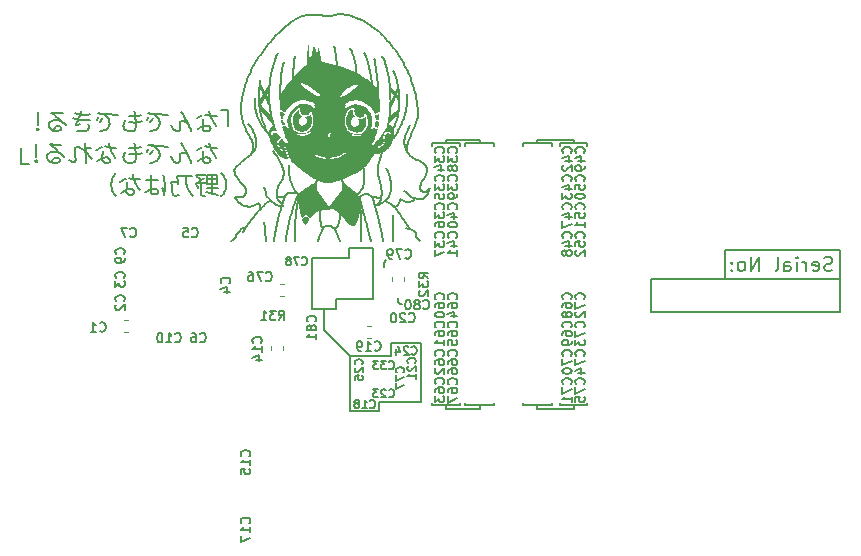
<source format=gbo>
G04 #@! TF.GenerationSoftware,KiCad,Pcbnew,5.0.1*
G04 #@! TF.CreationDate,2019-03-29T02:42:59+09:00*
G04 #@! TF.ProjectId,glasgow,676C6173676F772E6B696361645F7063,rev?*
G04 #@! TF.SameCoordinates,Original*
G04 #@! TF.FileFunction,Legend,Bot*
G04 #@! TF.FilePolarity,Positive*
%FSLAX46Y46*%
G04 Gerber Fmt 4.6, Leading zero omitted, Abs format (unit mm)*
G04 Created by KiCad (PCBNEW 5.0.1) date 2019-03-29T02:42:59 JST*
%MOMM*%
%LPD*%
G01*
G04 APERTURE LIST*
%ADD10C,0.150000*%
%ADD11C,0.200000*%
%ADD12C,0.160000*%
%ADD13C,0.100000*%
%ADD14C,0.158504*%
%ADD15C,0.159000*%
%ADD16C,0.120000*%
G04 APERTURE END LIST*
D10*
X88400000Y-97400000D02*
X88400000Y-97100000D01*
X88600000Y-97600000D02*
X88400000Y-97400000D01*
X88700000Y-97600000D02*
X88600000Y-97600000D01*
X87200000Y-94100000D02*
X87400000Y-93900000D01*
X87200000Y-94500000D02*
X87200000Y-94100000D01*
D11*
X125800000Y-98250000D02*
X109850000Y-98250000D01*
D10*
X95300000Y-106500000D02*
X92450000Y-106500000D01*
X93600000Y-106200000D02*
X91300000Y-106200000D01*
X95300000Y-106500000D02*
X95300000Y-106200000D01*
X96500000Y-106200000D02*
X94100000Y-106200000D01*
X92450000Y-106500000D02*
X92450000Y-106200000D01*
X96500000Y-106200000D02*
X96500000Y-106000000D01*
X93600000Y-106200000D02*
X93600000Y-106000000D01*
X94100000Y-106000000D02*
X94100000Y-106200000D01*
X91300000Y-106000000D02*
X91300000Y-106200000D01*
X96500000Y-84200000D02*
X96500000Y-84000000D01*
X93600000Y-84200000D02*
X93600000Y-84000000D01*
X94100000Y-84000000D02*
X94100000Y-84200000D01*
X91300000Y-84000000D02*
X91300000Y-84200000D01*
X95300000Y-84000000D02*
X95300000Y-83700000D01*
X95300000Y-83700000D02*
X92450000Y-83700000D01*
X93600000Y-84000000D02*
X91300000Y-84000000D01*
X92450000Y-84000000D02*
X92450000Y-83700000D01*
X96500000Y-84000000D02*
X94100000Y-84000000D01*
X102100000Y-84000000D02*
X102100000Y-84200000D01*
X103250000Y-84000000D02*
X103250000Y-83700000D01*
X99000000Y-84000000D02*
X99000000Y-84200000D01*
X101400000Y-84000000D02*
X99000000Y-84000000D01*
X103250000Y-83700000D02*
X100200000Y-83700000D01*
X104400000Y-84000000D02*
X102100000Y-84000000D01*
X101400000Y-84200000D02*
X101400000Y-84000000D01*
X100200000Y-83700000D02*
X100200000Y-84000000D01*
X104400000Y-84200000D02*
X104400000Y-84000000D01*
X100200000Y-106200000D02*
X100200000Y-106500000D01*
X103250000Y-106500000D02*
X100200000Y-106500000D01*
X103250000Y-106500000D02*
X103250000Y-106200000D01*
X99000000Y-106000000D02*
X99000000Y-106200000D01*
X101400000Y-106200000D02*
X99000000Y-106200000D01*
X101400000Y-106200000D02*
X101400000Y-106000000D01*
X102100000Y-106000000D02*
X102100000Y-106200000D01*
X104400000Y-106200000D02*
X102100000Y-106200000D01*
X104400000Y-106200000D02*
X104400000Y-106000000D01*
X82100000Y-99800000D02*
X82100000Y-98000000D01*
X84300000Y-102000000D02*
X82100000Y-99800000D01*
X87800000Y-100900000D02*
X90300000Y-100900000D01*
X87800000Y-102000000D02*
X87800000Y-100900000D01*
X84300000Y-102000000D02*
X87800000Y-102000000D01*
X84300000Y-106700000D02*
X84300000Y-102000000D01*
X86800000Y-106700000D02*
X84300000Y-106700000D01*
X86800000Y-105900000D02*
X86800000Y-106700000D01*
X90300000Y-105900000D02*
X86800000Y-105900000D01*
X90300000Y-100900000D02*
X90300000Y-105900000D01*
X86300000Y-97200000D02*
X86300000Y-92900000D01*
X83100000Y-97200000D02*
X86300000Y-97200000D01*
X83100000Y-98000000D02*
X83100000Y-97200000D01*
X81100000Y-98000000D02*
X83100000Y-98000000D01*
X81100000Y-93700000D02*
X81100000Y-98000000D01*
X84200000Y-93700000D02*
X81100000Y-93700000D01*
X84200000Y-92900000D02*
X84200000Y-93700000D01*
X86300000Y-92900000D02*
X84200000Y-92900000D01*
D11*
X109850000Y-95500000D02*
X116050000Y-95500000D01*
X116050000Y-95500000D02*
X116050000Y-93000000D01*
X125800000Y-95500000D02*
X116050000Y-95500000D01*
X109850000Y-95500000D02*
X109850000Y-98250000D01*
X125800000Y-93000000D02*
X116050000Y-93000000D01*
X125800000Y-93000000D02*
X125800000Y-98250000D01*
D12*
X125154938Y-94761448D02*
X124983509Y-94818591D01*
X124697795Y-94818591D01*
X124583509Y-94761448D01*
X124526366Y-94704305D01*
X124469224Y-94590019D01*
X124469224Y-94475734D01*
X124526366Y-94361448D01*
X124583509Y-94304305D01*
X124697795Y-94247162D01*
X124926366Y-94190019D01*
X125040652Y-94132876D01*
X125097795Y-94075734D01*
X125154938Y-93961448D01*
X125154938Y-93847162D01*
X125097795Y-93732876D01*
X125040652Y-93675734D01*
X124926366Y-93618591D01*
X124640652Y-93618591D01*
X124469224Y-93675734D01*
X123497795Y-94761448D02*
X123612081Y-94818591D01*
X123840652Y-94818591D01*
X123954938Y-94761448D01*
X124012081Y-94647162D01*
X124012081Y-94190019D01*
X123954938Y-94075734D01*
X123840652Y-94018591D01*
X123612081Y-94018591D01*
X123497795Y-94075734D01*
X123440652Y-94190019D01*
X123440652Y-94304305D01*
X124012081Y-94418591D01*
X122926366Y-94818591D02*
X122926366Y-94018591D01*
X122926366Y-94247162D02*
X122869224Y-94132876D01*
X122812081Y-94075734D01*
X122697795Y-94018591D01*
X122583509Y-94018591D01*
X122183509Y-94818591D02*
X122183509Y-94018591D01*
X122183509Y-93618591D02*
X122240652Y-93675734D01*
X122183509Y-93732876D01*
X122126366Y-93675734D01*
X122183509Y-93618591D01*
X122183509Y-93732876D01*
X121097795Y-94818591D02*
X121097795Y-94190019D01*
X121154938Y-94075734D01*
X121269224Y-94018591D01*
X121497795Y-94018591D01*
X121612081Y-94075734D01*
X121097795Y-94761448D02*
X121212081Y-94818591D01*
X121497795Y-94818591D01*
X121612081Y-94761448D01*
X121669224Y-94647162D01*
X121669224Y-94532876D01*
X121612081Y-94418591D01*
X121497795Y-94361448D01*
X121212081Y-94361448D01*
X121097795Y-94304305D01*
X120354938Y-94818591D02*
X120469224Y-94761448D01*
X120526366Y-94647162D01*
X120526366Y-93618591D01*
X118983509Y-94818591D02*
X118983509Y-93618591D01*
X118297795Y-94818591D01*
X118297795Y-93618591D01*
X117554938Y-94818591D02*
X117669224Y-94761448D01*
X117726366Y-94704305D01*
X117783509Y-94590019D01*
X117783509Y-94247162D01*
X117726366Y-94132876D01*
X117669224Y-94075734D01*
X117554938Y-94018591D01*
X117383509Y-94018591D01*
X117269224Y-94075734D01*
X117212081Y-94132876D01*
X117154938Y-94247162D01*
X117154938Y-94590019D01*
X117212081Y-94704305D01*
X117269224Y-94761448D01*
X117383509Y-94818591D01*
X117554938Y-94818591D01*
X116640652Y-94704305D02*
X116583509Y-94761448D01*
X116640652Y-94818591D01*
X116697795Y-94761448D01*
X116640652Y-94704305D01*
X116640652Y-94818591D01*
X116640652Y-94075734D02*
X116583509Y-94132876D01*
X116640652Y-94190019D01*
X116697795Y-94132876D01*
X116640652Y-94075734D01*
X116640652Y-94190019D01*
D13*
G04 #@! TO.C,NONO_HANA*
G36*
X77461042Y-79628523D02*
X76673848Y-80901658D01*
X76640778Y-80455173D01*
X77488686Y-78996712D01*
X77461042Y-79628523D01*
X77461042Y-79628523D01*
G37*
G36*
X76733853Y-78800991D02*
X77488268Y-80289810D01*
X77492468Y-80839647D01*
X77411293Y-80698110D01*
X77332933Y-80560664D01*
X77257184Y-80426580D01*
X77183840Y-80295130D01*
X77112697Y-80165585D01*
X77043549Y-80037216D01*
X76976192Y-79909295D01*
X76910420Y-79781092D01*
X76846029Y-79651880D01*
X76782814Y-79520930D01*
X76720569Y-79387513D01*
X76659089Y-79250900D01*
X76733853Y-78800991D01*
X76733853Y-78800991D01*
G37*
G36*
X88480879Y-80036332D02*
X88445195Y-80003681D01*
X88368019Y-79920993D01*
X88261612Y-79801856D01*
X88138234Y-79659861D01*
X88010144Y-79508597D01*
X87889602Y-79361655D01*
X87788868Y-79232624D01*
X87720202Y-79135095D01*
X87723886Y-79372012D01*
X87727955Y-79526432D01*
X87731247Y-79610314D01*
X87732603Y-79635616D01*
X87834640Y-79729719D01*
X87949709Y-79847444D01*
X88070300Y-79979107D01*
X88188906Y-80115027D01*
X88298016Y-80245520D01*
X88390121Y-80360905D01*
X88457712Y-80451500D01*
X88493280Y-80507621D01*
X88490065Y-80240281D01*
X88484094Y-80085941D01*
X88480879Y-80036332D01*
X88480879Y-80036332D01*
G37*
G36*
X88349297Y-79140059D02*
X88263754Y-79311322D01*
X88179493Y-79497481D01*
X88098331Y-79690780D01*
X88022088Y-79883466D01*
X87952584Y-80067783D01*
X87891637Y-80235977D01*
X87841067Y-80380293D01*
X87802693Y-80492977D01*
X87778335Y-80566275D01*
X87769811Y-80592430D01*
X87760831Y-81156970D01*
X87809839Y-81034014D01*
X87873034Y-80878781D01*
X87946443Y-80700541D01*
X88026094Y-80508561D01*
X88108014Y-80312108D01*
X88188230Y-80120451D01*
X88262770Y-79942858D01*
X88327661Y-79788598D01*
X88378930Y-79666936D01*
X88412605Y-79587143D01*
X88424713Y-79558486D01*
X88349297Y-79140059D01*
X88349297Y-79140059D01*
G37*
D10*
X64434276Y-88381601D02*
X64534059Y-88490215D01*
X64347791Y-88267961D02*
X64434276Y-88381601D01*
X64274606Y-88149944D02*
X64347791Y-88267961D01*
X64214723Y-88028199D02*
X64274606Y-88149944D01*
X64168143Y-87903376D02*
X64214723Y-88028199D01*
X64134866Y-87776122D02*
X64168143Y-87903376D01*
X64114894Y-87647088D02*
X64134866Y-87776122D01*
X64108229Y-87516921D02*
X64114894Y-87647088D01*
X64114870Y-87386271D02*
X64108229Y-87516921D01*
X64134820Y-87255787D02*
X64114870Y-87386271D01*
X64168079Y-87126118D02*
X64134820Y-87255787D01*
X64214649Y-86997912D02*
X64168079Y-87126118D01*
X64274531Y-86871819D02*
X64214649Y-86997912D01*
X64347726Y-86748488D02*
X64274531Y-86871819D01*
X64434235Y-86628567D02*
X64347726Y-86748488D01*
X64534059Y-86512705D02*
X64434235Y-86628567D01*
X73529598Y-88381601D02*
X73429814Y-88490215D01*
X73616083Y-88267961D02*
X73529598Y-88381601D01*
X73689268Y-88149944D02*
X73616083Y-88267961D01*
X73749151Y-88028199D02*
X73689268Y-88149944D01*
X73795731Y-87903376D02*
X73749151Y-88028199D01*
X73829008Y-87776122D02*
X73795731Y-87903376D01*
X73848980Y-87647088D02*
X73829008Y-87776122D01*
X73855645Y-87516921D02*
X73848980Y-87647088D01*
X73849004Y-87386271D02*
X73855645Y-87516921D01*
X73829054Y-87255787D02*
X73849004Y-87386271D01*
X73795795Y-87126118D02*
X73829054Y-87255787D01*
X73749225Y-86997912D02*
X73795795Y-87126118D01*
X73689343Y-86871819D02*
X73749225Y-86997912D01*
X73616148Y-86748488D02*
X73689343Y-86871819D01*
X73529639Y-86628567D02*
X73616148Y-86748488D01*
X73429814Y-86512705D02*
X73529639Y-86628567D01*
X73181659Y-88340895D02*
X72145253Y-88166095D01*
X73115972Y-87805555D02*
X72218240Y-87805555D01*
X72667106Y-86677217D02*
X72667106Y-88257135D01*
X73091880Y-87051695D02*
X72247434Y-87051695D01*
X73092250Y-87434085D02*
X73092250Y-86676585D01*
X72247434Y-87434085D02*
X73092250Y-87434085D01*
X72247434Y-86676585D02*
X72247434Y-87434085D01*
X73092250Y-86676585D02*
X72247434Y-86676585D01*
X72007528Y-88432667D02*
X72086867Y-88428015D01*
X71851147Y-88435763D02*
X72007528Y-88432667D01*
X71740181Y-88421015D02*
X71851147Y-88435763D01*
X71728755Y-88363586D02*
X71740181Y-88421015D01*
X71723618Y-88228614D02*
X71728755Y-88363586D01*
X71721981Y-88042285D02*
X71723618Y-88228614D01*
X71721818Y-87855102D02*
X71721981Y-88042285D01*
X71722644Y-87671662D02*
X71721818Y-87855102D01*
X71723911Y-87513711D02*
X71722644Y-87671662D01*
X71725073Y-87402993D02*
X71723911Y-87513711D01*
X71725581Y-87361255D02*
X71725073Y-87402993D01*
X71618205Y-87191248D02*
X71488377Y-87328475D01*
X71737874Y-87086358D02*
X71618205Y-87191248D01*
X71843355Y-87008564D02*
X71737874Y-87086358D01*
X71930617Y-86952626D02*
X71843355Y-87008564D01*
X71995632Y-86913305D02*
X71930617Y-86952626D01*
X71625569Y-87035345D02*
X71718284Y-87105965D01*
X71518484Y-86934340D02*
X71625569Y-87035345D01*
X71407293Y-86813535D02*
X71518484Y-86934340D01*
X71302261Y-86683515D02*
X71407293Y-86813535D01*
X72127006Y-86687515D02*
X71302261Y-86683515D01*
X71414682Y-87704110D02*
X71470130Y-87812555D01*
X71362484Y-87594042D02*
X71414682Y-87704110D01*
X71313931Y-87482157D02*
X71362484Y-87594042D01*
X71269418Y-87368255D02*
X71313931Y-87482157D01*
X72127009Y-87361255D02*
X71269418Y-87368255D01*
X70869005Y-88298218D02*
X71003016Y-88442875D01*
X70758555Y-88150866D02*
X70869005Y-88298218D01*
X70669443Y-88002131D02*
X70758555Y-88150866D01*
X70599448Y-87853326D02*
X70669443Y-88002131D01*
X70546345Y-87705765D02*
X70599448Y-87853326D01*
X70507911Y-87560760D02*
X70546345Y-87705765D01*
X70481926Y-87419624D02*
X70507911Y-87560760D01*
X70466164Y-87283669D02*
X70481926Y-87419624D01*
X70458404Y-87154210D02*
X70466164Y-87283669D01*
X70456422Y-87032557D02*
X70458404Y-87154210D01*
X70457996Y-86920026D02*
X70456422Y-87032557D01*
X70460903Y-86817927D02*
X70457996Y-86920026D01*
X70462919Y-86727575D02*
X70460903Y-86817927D01*
X69778469Y-88421470D02*
X69853483Y-88417755D01*
X69618304Y-88427607D02*
X69778469Y-88421470D01*
X69470304Y-88428655D02*
X69618304Y-88427607D01*
X69375150Y-88391024D02*
X69470304Y-88428655D01*
X69307570Y-88280556D02*
X69375150Y-88391024D01*
X69265943Y-88089965D02*
X69307570Y-88280556D01*
X69248278Y-87918274D02*
X69265943Y-88089965D01*
X69231491Y-87711099D02*
X69248278Y-87918274D01*
X69217332Y-87510743D02*
X69231491Y-87711099D01*
X69207552Y-87359507D02*
X69217332Y-87510743D01*
X69203903Y-87299695D02*
X69207552Y-87359507D01*
X69758600Y-87295695D02*
X69203903Y-87299695D01*
X69765315Y-87344478D02*
X69787793Y-87485435D01*
X69740209Y-87150557D02*
X69765315Y-87344478D01*
X69716853Y-86952092D02*
X69740209Y-87150557D01*
X69699628Y-86797504D02*
X69716853Y-86952092D01*
X69692913Y-86735215D02*
X69699628Y-86797504D01*
X70930031Y-86731215D02*
X69692913Y-86735215D01*
X67090206Y-88090096D02*
X67000606Y-88166745D01*
X67184106Y-88015379D02*
X67090206Y-88090096D01*
X67287038Y-87947530D02*
X67184106Y-88015379D01*
X67403732Y-87891484D02*
X67287038Y-87947530D01*
X67538919Y-87852177D02*
X67403732Y-87891484D01*
X67697330Y-87834545D02*
X67538919Y-87852177D01*
X67906189Y-87854261D02*
X67697330Y-87834545D01*
X68030862Y-87916949D02*
X67906189Y-87854261D01*
X68090697Y-88004745D02*
X68030862Y-87916949D01*
X68105042Y-88099785D02*
X68090697Y-88004745D01*
X68077706Y-88186236D02*
X68105042Y-88099785D01*
X68006340Y-88256284D02*
X68077706Y-88186236D01*
X67901106Y-88304092D02*
X68006340Y-88256284D01*
X67772164Y-88323825D02*
X67901106Y-88304092D01*
X67643591Y-88313967D02*
X67772164Y-88323825D01*
X67538970Y-88272001D02*
X67643591Y-88313967D01*
X67467727Y-88190924D02*
X67538970Y-88272001D01*
X67439284Y-88063735D02*
X67467727Y-88190924D01*
X67442622Y-87928247D02*
X67439284Y-88063735D01*
X67447063Y-87782714D02*
X67442622Y-87928247D01*
X67451993Y-87629677D02*
X67447063Y-87782714D01*
X67456796Y-87471681D02*
X67451993Y-87629677D01*
X67460855Y-87311268D02*
X67456796Y-87471681D01*
X67463556Y-87150983D02*
X67460855Y-87311268D01*
X67464281Y-86993369D02*
X67463556Y-87150983D01*
X67462416Y-86840968D02*
X67464281Y-86993369D01*
X67457344Y-86696325D02*
X67462416Y-86840968D01*
X67184726Y-87117065D02*
X67034148Y-87090305D01*
X67349928Y-87134367D02*
X67184726Y-87117065D01*
X67521313Y-87143785D02*
X67349928Y-87134367D01*
X67690442Y-87146894D02*
X67521313Y-87143785D01*
X67848873Y-87145267D02*
X67690442Y-87146894D01*
X67988165Y-87140479D02*
X67848873Y-87145267D01*
X68099877Y-87134105D02*
X67988165Y-87140479D01*
X68464202Y-87877222D02*
X68415649Y-87754565D01*
X68512403Y-88005123D02*
X68464202Y-87877222D01*
X68552020Y-88132149D02*
X68512403Y-88005123D01*
X68574820Y-88252182D02*
X68552020Y-88132149D01*
X68572569Y-88359105D02*
X68574820Y-88252182D01*
X68606672Y-88206084D02*
X68572569Y-88359105D01*
X68630862Y-88057906D02*
X68606672Y-88206084D01*
X68645907Y-87913094D02*
X68630862Y-88057906D01*
X68652570Y-87770169D02*
X68645907Y-87913094D01*
X68651616Y-87627654D02*
X68652570Y-87770169D01*
X68643810Y-87484072D02*
X68651616Y-87627654D01*
X68629918Y-87337945D02*
X68643810Y-87484072D01*
X68610704Y-87187795D02*
X68629918Y-87337945D01*
X68586933Y-87032145D02*
X68610704Y-87187795D01*
X68559370Y-86869518D02*
X68586933Y-87032145D01*
X68528779Y-86698435D02*
X68559370Y-86869518D01*
X65097742Y-88084491D02*
X64945893Y-88198395D01*
X65247024Y-87997825D02*
X65097742Y-88084491D01*
X65391173Y-87936557D02*
X65247024Y-87997825D01*
X65527624Y-87898848D02*
X65391173Y-87936557D01*
X65653810Y-87882861D02*
X65527624Y-87898848D01*
X65767164Y-87886755D02*
X65653810Y-87882861D01*
X65865120Y-87908692D02*
X65767164Y-87886755D01*
X65945111Y-87946834D02*
X65865120Y-87908692D01*
X66004573Y-87999341D02*
X65945111Y-87946834D01*
X66040937Y-88064374D02*
X66004573Y-87999341D01*
X66051637Y-88140095D02*
X66040937Y-88064374D01*
X66020425Y-88236996D02*
X66051637Y-88140095D01*
X65944951Y-88306288D02*
X66020425Y-88236996D01*
X65840140Y-88347671D02*
X65944951Y-88306288D01*
X65720917Y-88360847D02*
X65840140Y-88347671D01*
X65602207Y-88345517D02*
X65720917Y-88360847D01*
X65498935Y-88301381D02*
X65602207Y-88345517D01*
X65426027Y-88228140D02*
X65498935Y-88301381D01*
X65398407Y-88125495D02*
X65426027Y-88228140D01*
X65399033Y-88098164D02*
X65398407Y-88125495D01*
X65400978Y-88019747D02*
X65399033Y-88098164D01*
X65404342Y-87895605D02*
X65400978Y-88019747D01*
X65409227Y-87731099D02*
X65404342Y-87895605D01*
X65415732Y-87531592D02*
X65409227Y-87731099D01*
X65423957Y-87302445D02*
X65415732Y-87531592D01*
X64933067Y-87229487D02*
X64883858Y-87262385D01*
X65053096Y-87152197D02*
X64933067Y-87229487D01*
X65202547Y-87062627D02*
X65053096Y-87152197D01*
X65340024Y-86992885D02*
X65202547Y-87062627D01*
X66398432Y-87784417D02*
X66511453Y-87947045D01*
X66301977Y-87632459D02*
X66398432Y-87784417D01*
X66220490Y-87489828D02*
X66301977Y-87632459D01*
X66152371Y-87355178D02*
X66220490Y-87489828D01*
X66096023Y-87227166D02*
X66152371Y-87355178D01*
X66049845Y-87104448D02*
X66096023Y-87227166D01*
X66012239Y-86985678D02*
X66049845Y-87104448D01*
X65981606Y-86869514D02*
X66012239Y-86985678D01*
X65956347Y-86754611D02*
X65981606Y-86869514D01*
X65934862Y-86639625D02*
X65956347Y-86754611D01*
X65797677Y-87007785D02*
X65613721Y-86956495D01*
X65985208Y-87039656D02*
X65797677Y-87007785D01*
X66164695Y-87056311D02*
X65985208Y-87039656D01*
X66324520Y-87061950D02*
X66164695Y-87056311D01*
X66453065Y-87060776D02*
X66324520Y-87061950D01*
X66538713Y-87056991D02*
X66453065Y-87060776D01*
X66569843Y-87054795D02*
X66538713Y-87056991D01*
X57699411Y-85451458D02*
X57676681Y-85506218D01*
X57754281Y-85428778D02*
X57699411Y-85451458D01*
X57809151Y-85451458D02*
X57754281Y-85428778D01*
X57831881Y-85506218D02*
X57809151Y-85451458D01*
X57809151Y-85560978D02*
X57831881Y-85506218D01*
X57754281Y-85583658D02*
X57809151Y-85560978D01*
X57699411Y-85560978D02*
X57754281Y-85583658D01*
X57676681Y-85506218D02*
X57699411Y-85560978D01*
X57754442Y-85112977D02*
X57754228Y-85143145D01*
X57754960Y-85029757D02*
X57754442Y-85112977D01*
X57755600Y-84904409D02*
X57754960Y-85029757D01*
X57756178Y-84747858D02*
X57755600Y-84904409D01*
X57756514Y-84571027D02*
X57756178Y-84747858D01*
X57756422Y-84384842D02*
X57756514Y-84571027D01*
X57755721Y-84200226D02*
X57756422Y-84384842D01*
X57754228Y-84028105D02*
X57755721Y-84200226D01*
X61787505Y-84608773D02*
X61958959Y-84791625D01*
X61637460Y-84476985D02*
X61787505Y-84608773D01*
X61506338Y-84389303D02*
X61637460Y-84476985D01*
X61391653Y-84338770D02*
X61506338Y-84389303D01*
X61290917Y-84318427D02*
X61391653Y-84338770D01*
X61201645Y-84321318D02*
X61290917Y-84318427D01*
X61121349Y-84340485D02*
X61201645Y-84321318D01*
X61040596Y-84393685D02*
X61121349Y-84340485D01*
X61005211Y-84482894D02*
X61040596Y-84393685D01*
X61003634Y-84607414D02*
X61005211Y-84482894D01*
X61024304Y-84766547D02*
X61003634Y-84607414D01*
X61055659Y-84959595D02*
X61024304Y-84766547D01*
X61082022Y-85148881D02*
X61055659Y-84959595D01*
X61094022Y-85299188D02*
X61082022Y-85148881D01*
X61089556Y-85413484D02*
X61094022Y-85299188D01*
X61066522Y-85494740D02*
X61089556Y-85413484D01*
X61022819Y-85545925D02*
X61066522Y-85494740D01*
X60935805Y-85574036D02*
X61022819Y-85545925D01*
X60819369Y-85560494D02*
X60935805Y-85574036D01*
X60685143Y-85497788D02*
X60819369Y-85560494D01*
X60544758Y-85378405D02*
X60685143Y-85497788D01*
X61977284Y-84727867D02*
X61957043Y-84701025D01*
X62032598Y-84801647D02*
X61977284Y-84727867D01*
X62114877Y-84912250D02*
X62032598Y-84801647D01*
X62216010Y-85049560D02*
X62114877Y-84912250D01*
X62327889Y-85203460D02*
X62216010Y-85049560D01*
X62442403Y-85363835D02*
X62327889Y-85203460D01*
X61969806Y-85460860D02*
X61964342Y-85677035D01*
X61970779Y-85250743D02*
X61969806Y-85460860D01*
X61968017Y-85048768D02*
X61970779Y-85250743D01*
X61962279Y-84857021D02*
X61968017Y-85048768D01*
X61954320Y-84677587D02*
X61962279Y-84857021D01*
X61944896Y-84512551D02*
X61954320Y-84677587D01*
X61934766Y-84363997D02*
X61944896Y-84512551D01*
X61924684Y-84234010D02*
X61934766Y-84363997D01*
X61915409Y-84124676D02*
X61924684Y-84234010D01*
X61907696Y-84038079D02*
X61915409Y-84124676D01*
X61902302Y-83976305D02*
X61907696Y-84038079D01*
X61928303Y-84464289D02*
X61946094Y-84515275D01*
X61847564Y-84336825D02*
X61928303Y-84464289D01*
X61916844Y-84349284D02*
X61847564Y-84336825D01*
X62043259Y-84368250D02*
X61916844Y-84349284D01*
X62211413Y-84390628D02*
X62043259Y-84368250D01*
X62405909Y-84413325D02*
X62211413Y-84390628D01*
X63054344Y-85395671D02*
X62902495Y-85509575D01*
X63203626Y-85309005D02*
X63054344Y-85395671D01*
X63347776Y-85247737D02*
X63203626Y-85309005D01*
X63484227Y-85210028D02*
X63347776Y-85247737D01*
X63610413Y-85194041D02*
X63484227Y-85210028D01*
X63723767Y-85197935D02*
X63610413Y-85194041D01*
X63821723Y-85219872D02*
X63723767Y-85197935D01*
X63901714Y-85258014D02*
X63821723Y-85219872D01*
X63961176Y-85310521D02*
X63901714Y-85258014D01*
X63997540Y-85375554D02*
X63961176Y-85310521D01*
X64008240Y-85451275D02*
X63997540Y-85375554D01*
X63977028Y-85548176D02*
X64008240Y-85451275D01*
X63901554Y-85617468D02*
X63977028Y-85548176D01*
X63796743Y-85658852D02*
X63901554Y-85617468D01*
X63677520Y-85672028D02*
X63796743Y-85658852D01*
X63558810Y-85656697D02*
X63677520Y-85672028D01*
X63455538Y-85612561D02*
X63558810Y-85656697D01*
X63382630Y-85539320D02*
X63455538Y-85612561D01*
X63355010Y-85436675D02*
X63382630Y-85539320D01*
X63355636Y-85409344D02*
X63355010Y-85436675D01*
X63357581Y-85330927D02*
X63355636Y-85409344D01*
X63360945Y-85206785D02*
X63357581Y-85330927D01*
X63365830Y-85042280D02*
X63360945Y-85206785D01*
X63372335Y-84842772D02*
X63365830Y-85042280D01*
X63380560Y-84613625D02*
X63372335Y-84842772D01*
X62889670Y-84540681D02*
X62840461Y-84573565D01*
X63009698Y-84463415D02*
X62889670Y-84540681D01*
X63159149Y-84373849D02*
X63009698Y-84463415D01*
X63296625Y-84304065D02*
X63159149Y-84373849D01*
X64355036Y-85095597D02*
X64468058Y-85258225D01*
X64258580Y-84943640D02*
X64355036Y-85095597D01*
X64177093Y-84801008D02*
X64258580Y-84943640D01*
X64108974Y-84666358D02*
X64177093Y-84801008D01*
X64052625Y-84538346D02*
X64108974Y-84666358D01*
X64006447Y-84415628D02*
X64052625Y-84538346D01*
X63968841Y-84296859D02*
X64006447Y-84415628D01*
X63938208Y-84180695D02*
X63968841Y-84296859D01*
X63912949Y-84065791D02*
X63938208Y-84180695D01*
X63891464Y-83950805D02*
X63912949Y-84065791D01*
X63754280Y-84318965D02*
X63570324Y-84267675D01*
X63941810Y-84350837D02*
X63754280Y-84318965D01*
X64121297Y-84367491D02*
X63941810Y-84350837D01*
X64281123Y-84373130D02*
X64121297Y-84367491D01*
X64409668Y-84371956D02*
X64281123Y-84373130D01*
X64495315Y-84368171D02*
X64409668Y-84371956D01*
X64526446Y-84365975D02*
X64495315Y-84368171D01*
X59134691Y-85486421D02*
X59096537Y-85624715D01*
X59204915Y-85359475D02*
X59134691Y-85486421D01*
X59325056Y-85263455D02*
X59204915Y-85359475D01*
X59452913Y-85231412D02*
X59325056Y-85263455D01*
X59589405Y-85241025D02*
X59452913Y-85231412D01*
X59680400Y-85286884D02*
X59589405Y-85241025D01*
X59736451Y-85375966D02*
X59680400Y-85286884D01*
X59730861Y-85484185D02*
X59736451Y-85375966D01*
X59688519Y-85549053D02*
X59730861Y-85484185D01*
X59609094Y-85605850D02*
X59688519Y-85549053D01*
X59483605Y-85642745D02*
X59609094Y-85605850D01*
X59332503Y-85654790D02*
X59483605Y-85642745D01*
X59187783Y-85644957D02*
X59332503Y-85654790D01*
X59053647Y-85613819D02*
X59187783Y-85644957D01*
X58934297Y-85561949D02*
X59053647Y-85613819D01*
X58833938Y-85489920D02*
X58934297Y-85561949D01*
X58756771Y-85398306D02*
X58833938Y-85489920D01*
X58706998Y-85287680D02*
X58756771Y-85398306D01*
X58688823Y-85158615D02*
X58706998Y-85287680D01*
X58711160Y-85017084D02*
X58688823Y-85158615D01*
X58774303Y-84906407D02*
X58711160Y-85017084D01*
X58869133Y-84824016D02*
X58774303Y-84906407D01*
X58986533Y-84767345D02*
X58869133Y-84824016D01*
X59117384Y-84733828D02*
X58986533Y-84767345D01*
X59252568Y-84720897D02*
X59117384Y-84733828D01*
X59382968Y-84725985D02*
X59252568Y-84720897D01*
X59513843Y-84745588D02*
X59382968Y-84725985D01*
X59624002Y-84777208D02*
X59513843Y-84745588D01*
X59727136Y-84826423D02*
X59624002Y-84777208D01*
X59836937Y-84898812D02*
X59727136Y-84826423D01*
X59967095Y-84999957D02*
X59836937Y-84898812D01*
X60131300Y-85135435D02*
X59967095Y-84999957D01*
X60105494Y-85112711D02*
X60131300Y-85135435D01*
X60034379Y-85050180D02*
X60105494Y-85112711D01*
X59927413Y-84956307D02*
X60034379Y-85050180D01*
X59794053Y-84839552D02*
X59927413Y-84956307D01*
X59643757Y-84708380D02*
X59794053Y-84839552D01*
X59485981Y-84571254D02*
X59643757Y-84708380D01*
X59330182Y-84436636D02*
X59485981Y-84571254D01*
X59185818Y-84312989D02*
X59330182Y-84436636D01*
X59062346Y-84208776D02*
X59185818Y-84312989D01*
X58969222Y-84132461D02*
X59062346Y-84208776D01*
X58915905Y-84092505D02*
X58969222Y-84132461D01*
X58962903Y-84095214D02*
X58915905Y-84092505D01*
X59085870Y-84102200D02*
X58962903Y-84095214D01*
X59257767Y-84111751D02*
X59085870Y-84102200D01*
X59451558Y-84122159D02*
X59257767Y-84111751D01*
X59640202Y-84131711D02*
X59451558Y-84122159D01*
X59796662Y-84138696D02*
X59640202Y-84131711D01*
X59893899Y-84141405D02*
X59796662Y-84138696D01*
X65295018Y-84835411D02*
X65379965Y-84754295D01*
X65220960Y-84937660D02*
X65295018Y-84835411D01*
X65167700Y-85058959D02*
X65220960Y-84937660D01*
X65145144Y-85197225D02*
X65167700Y-85058959D01*
X65161649Y-85336222D02*
X65145144Y-85197225D01*
X65214299Y-85445999D02*
X65161649Y-85336222D01*
X65295506Y-85529533D02*
X65214299Y-85445999D01*
X65397682Y-85589800D02*
X65295506Y-85529533D01*
X65513237Y-85629775D02*
X65397682Y-85589800D01*
X65634583Y-85652435D02*
X65513237Y-85629775D01*
X65754132Y-85660755D02*
X65634583Y-85652435D01*
X65882916Y-85650871D02*
X65754132Y-85660755D01*
X65995643Y-85615164D02*
X65882916Y-85650871D01*
X66088300Y-85552274D02*
X65995643Y-85615164D01*
X66156873Y-85460843D02*
X66088300Y-85552274D01*
X66197348Y-85339513D02*
X66156873Y-85460843D01*
X66205711Y-85186925D02*
X66197348Y-85339513D01*
X66196776Y-85054454D02*
X66205711Y-85186925D01*
X66184061Y-84911783D02*
X66196776Y-85054454D01*
X66168382Y-84761507D02*
X66184061Y-84911783D01*
X66150556Y-84606223D02*
X66168382Y-84761507D01*
X66131399Y-84448524D02*
X66150556Y-84606223D01*
X66111728Y-84291006D02*
X66131399Y-84448524D01*
X66092360Y-84136265D02*
X66111728Y-84291006D01*
X66074109Y-83986895D02*
X66092360Y-84136265D01*
X65848037Y-84928450D02*
X65622528Y-84908775D01*
X66038201Y-84935558D02*
X65848037Y-84928450D01*
X66200018Y-84931718D02*
X66038201Y-84935558D01*
X66340484Y-84918550D02*
X66200018Y-84931718D01*
X66466595Y-84897674D02*
X66340484Y-84918550D01*
X66585349Y-84870709D02*
X66466595Y-84897674D01*
X66703741Y-84839275D02*
X66585349Y-84870709D01*
X65852055Y-84389311D02*
X65617368Y-84375715D01*
X66050223Y-84391687D02*
X65852055Y-84389311D01*
X66216117Y-84384871D02*
X66050223Y-84391687D01*
X66353980Y-84370889D02*
X66216117Y-84384871D01*
X66468054Y-84351767D02*
X66353980Y-84370889D01*
X66562583Y-84329534D02*
X66468054Y-84351767D01*
X66641809Y-84306215D02*
X66562583Y-84329534D01*
X67172524Y-84693737D02*
X67137257Y-84754295D01*
X67250799Y-84565080D02*
X67172524Y-84693737D01*
X67330792Y-84447855D02*
X67250799Y-84565080D01*
X67454445Y-84842202D02*
X67422715Y-84900000D01*
X67528608Y-84715732D02*
X67454445Y-84842202D01*
X67613670Y-84590980D02*
X67528608Y-84715732D01*
X67591605Y-85632201D02*
X67413368Y-85653025D01*
X67747916Y-85592094D02*
X67591605Y-85632201D01*
X67881977Y-85534379D02*
X67747916Y-85592094D01*
X67993463Y-85460733D02*
X67881977Y-85534379D01*
X68082052Y-85372829D02*
X67993463Y-85460733D01*
X68147420Y-85272345D02*
X68082052Y-85372829D01*
X68189242Y-85160955D02*
X68147420Y-85272345D01*
X68207194Y-85040335D02*
X68189242Y-85160955D01*
X68204271Y-84914533D02*
X68207194Y-85040335D01*
X68178817Y-84782284D02*
X68204271Y-84914533D01*
X68122994Y-84648715D02*
X68178817Y-84782284D01*
X68017332Y-84485323D02*
X68122994Y-84648715D01*
X67908131Y-84363789D02*
X68017332Y-84485323D01*
X67796450Y-84277972D02*
X67908131Y-84363789D01*
X67683349Y-84221733D02*
X67796450Y-84277972D01*
X67569884Y-84188929D02*
X67683349Y-84221733D01*
X67457115Y-84173422D02*
X67569884Y-84188929D01*
X67346100Y-84169071D02*
X67457115Y-84173422D01*
X67237896Y-84169735D02*
X67346100Y-84169071D01*
X67310907Y-84169378D02*
X67237896Y-84169735D01*
X67407148Y-84172363D02*
X67310907Y-84169378D01*
X67524001Y-84178457D02*
X67407148Y-84172363D01*
X67658850Y-84187431D02*
X67524001Y-84178457D01*
X67809077Y-84199050D02*
X67658850Y-84187431D01*
X67972064Y-84213085D02*
X67809077Y-84199050D01*
X68145196Y-84229302D02*
X67972064Y-84213085D01*
X68325853Y-84247471D02*
X68145196Y-84229302D01*
X68511419Y-84267358D02*
X68325853Y-84247471D01*
X68699277Y-84288734D02*
X68511419Y-84267358D01*
X68886809Y-84311365D02*
X68699277Y-84288734D01*
X69240877Y-85298948D02*
X69159537Y-85105265D01*
X69331604Y-85443716D02*
X69240877Y-85298948D01*
X69428548Y-85544752D02*
X69331604Y-85443716D01*
X69528538Y-85607243D02*
X69428548Y-85544752D01*
X69628401Y-85636373D02*
X69528538Y-85607243D01*
X69724967Y-85637329D02*
X69628401Y-85636373D01*
X69815064Y-85615295D02*
X69724967Y-85637329D01*
X69900274Y-85540119D02*
X69815064Y-85615295D01*
X69933193Y-85429385D02*
X69900274Y-85540119D01*
X69933327Y-85369769D02*
X69933193Y-85429385D01*
X69934260Y-85238935D02*
X69933327Y-85369769D01*
X69936793Y-85108905D02*
X69934260Y-85238935D01*
X69935996Y-85013701D02*
X69936793Y-85108905D01*
X69949567Y-84906921D02*
X69935996Y-85013701D01*
X70009667Y-84819194D02*
X69949567Y-84906921D01*
X70148455Y-84781145D02*
X70009667Y-84819194D01*
X70278522Y-84800550D02*
X70148455Y-84781145D01*
X70395439Y-84856883D02*
X70278522Y-84800550D01*
X70501597Y-84947322D02*
X70395439Y-84856883D01*
X70599385Y-85069045D02*
X70501597Y-84947322D01*
X70659573Y-85163575D02*
X70599385Y-85069045D01*
X70717893Y-85269348D02*
X70659573Y-85163575D01*
X70775000Y-85385591D02*
X70717893Y-85269348D01*
X70831550Y-85511531D02*
X70775000Y-85385591D01*
X70888198Y-85646395D02*
X70831550Y-85511531D01*
X70881185Y-85629617D02*
X70888198Y-85646395D01*
X70860587Y-85581240D02*
X70881185Y-85629617D01*
X70827068Y-85504201D02*
X70860587Y-85581240D01*
X70781294Y-85401434D02*
X70827068Y-85504201D01*
X70723927Y-85275877D02*
X70781294Y-85401434D01*
X70655633Y-85130464D02*
X70723927Y-85275877D01*
X70577075Y-84968132D02*
X70655633Y-85130464D01*
X70488917Y-84791816D02*
X70577075Y-84968132D01*
X70391824Y-84604452D02*
X70488917Y-84791816D01*
X70286459Y-84408977D02*
X70391824Y-84604452D01*
X70173488Y-84208326D02*
X70286459Y-84408977D01*
X70053573Y-84005435D02*
X70173488Y-84208326D01*
X71570264Y-85395671D02*
X71418415Y-85509575D01*
X71719546Y-85309005D02*
X71570264Y-85395671D01*
X71863695Y-85247737D02*
X71719546Y-85309005D01*
X72000146Y-85210028D02*
X71863695Y-85247737D01*
X72126332Y-85194041D02*
X72000146Y-85210028D01*
X72239686Y-85197935D02*
X72126332Y-85194041D01*
X72337642Y-85219872D02*
X72239686Y-85197935D01*
X72417633Y-85258014D02*
X72337642Y-85219872D01*
X72477095Y-85310521D02*
X72417633Y-85258014D01*
X72513459Y-85375554D02*
X72477095Y-85310521D01*
X72524159Y-85451275D02*
X72513459Y-85375554D01*
X72492947Y-85548176D02*
X72524159Y-85451275D01*
X72417473Y-85617468D02*
X72492947Y-85548176D01*
X72312662Y-85658852D02*
X72417473Y-85617468D01*
X72193439Y-85672028D02*
X72312662Y-85658852D01*
X72074729Y-85656697D02*
X72193439Y-85672028D01*
X71971458Y-85612561D02*
X72074729Y-85656697D01*
X71898550Y-85539320D02*
X71971458Y-85612561D01*
X71870930Y-85436675D02*
X71898550Y-85539320D01*
X71871556Y-85409344D02*
X71870930Y-85436675D01*
X71873499Y-85330927D02*
X71871556Y-85409344D01*
X71876862Y-85206785D02*
X71873499Y-85330927D01*
X71881745Y-85042280D02*
X71876862Y-85206785D01*
X71888251Y-84842772D02*
X71881745Y-85042280D01*
X71896480Y-84613625D02*
X71888251Y-84842772D01*
X71405589Y-84540681D02*
X71356380Y-84573565D01*
X71525617Y-84463415D02*
X71405589Y-84540681D01*
X71675068Y-84373849D02*
X71525617Y-84463415D01*
X71812544Y-84304065D02*
X71675068Y-84373849D01*
X72870956Y-85095597D02*
X72983978Y-85258225D01*
X72774500Y-84943640D02*
X72870956Y-85095597D01*
X72693013Y-84801008D02*
X72774500Y-84943640D01*
X72624894Y-84666358D02*
X72693013Y-84801008D01*
X72568545Y-84538346D02*
X72624894Y-84666358D01*
X72522367Y-84415628D02*
X72568545Y-84538346D01*
X72484761Y-84296859D02*
X72522367Y-84415628D01*
X72454128Y-84180695D02*
X72484761Y-84296859D01*
X72428869Y-84065791D02*
X72454128Y-84180695D01*
X72407384Y-83950805D02*
X72428869Y-84065791D01*
X72270199Y-84318965D02*
X72086243Y-84267675D01*
X72457730Y-84350837D02*
X72270199Y-84318965D01*
X72637217Y-84367491D02*
X72457730Y-84350837D01*
X72797042Y-84373130D02*
X72637217Y-84367491D01*
X72925587Y-84371956D02*
X72797042Y-84373130D01*
X73011235Y-84368171D02*
X72925587Y-84371956D01*
X73042365Y-84365975D02*
X73011235Y-84368171D01*
X57826471Y-82758223D02*
X57803741Y-82812981D01*
X57881341Y-82735543D02*
X57826471Y-82758223D01*
X57936211Y-82758223D02*
X57881341Y-82735543D01*
X57958941Y-82812981D02*
X57936211Y-82758223D01*
X57936211Y-82867739D02*
X57958941Y-82812981D01*
X57881341Y-82890419D02*
X57936211Y-82867739D01*
X57826471Y-82867739D02*
X57881341Y-82890419D01*
X57803741Y-82812981D02*
X57826471Y-82867739D01*
X57881534Y-82419728D02*
X57881320Y-82449895D01*
X57882052Y-82336508D02*
X57881534Y-82419728D01*
X57882692Y-82211162D02*
X57882052Y-82336508D01*
X57883270Y-82054611D02*
X57882692Y-82211162D01*
X57883606Y-81877781D02*
X57883270Y-82054611D01*
X57883514Y-81691596D02*
X57883606Y-81877781D01*
X57882813Y-81506979D02*
X57883514Y-81691596D01*
X57881320Y-81334855D02*
X57882813Y-81506979D01*
X59268890Y-82793191D02*
X59230734Y-82931485D01*
X59339115Y-82666245D02*
X59268890Y-82793191D01*
X59459255Y-82570173D02*
X59339115Y-82666245D01*
X59587112Y-82538150D02*
X59459255Y-82570173D01*
X59723603Y-82547785D02*
X59587112Y-82538150D01*
X59814598Y-82593644D02*
X59723603Y-82547785D01*
X59870650Y-82682726D02*
X59814598Y-82593644D01*
X59865060Y-82790945D02*
X59870650Y-82682726D01*
X59822717Y-82855768D02*
X59865060Y-82790945D01*
X59743293Y-82912588D02*
X59822717Y-82855768D01*
X59617804Y-82949505D02*
X59743293Y-82912588D01*
X59466698Y-82961553D02*
X59617804Y-82949505D01*
X59321968Y-82951721D02*
X59466698Y-82961553D01*
X59187820Y-82920583D02*
X59321968Y-82951721D01*
X59068460Y-82868712D02*
X59187820Y-82920583D01*
X58968094Y-82796683D02*
X59068460Y-82868712D01*
X58890929Y-82705068D02*
X58968094Y-82796683D01*
X58841170Y-82594440D02*
X58890929Y-82705068D01*
X58823024Y-82465375D02*
X58841170Y-82594440D01*
X58845361Y-82323848D02*
X58823024Y-82465375D01*
X58908503Y-82213173D02*
X58845361Y-82323848D01*
X59003333Y-82130784D02*
X58908503Y-82213173D01*
X59120732Y-82074114D02*
X59003333Y-82130784D01*
X59251583Y-82040597D02*
X59120732Y-82074114D01*
X59386767Y-82027666D02*
X59251583Y-82040597D01*
X59517167Y-82032755D02*
X59386767Y-82027666D01*
X59648042Y-82052354D02*
X59517167Y-82032755D01*
X59758201Y-82083971D02*
X59648042Y-82052354D01*
X59861335Y-82133185D02*
X59758201Y-82083971D01*
X59971136Y-82205576D02*
X59861335Y-82133185D01*
X60101294Y-82306722D02*
X59971136Y-82205576D01*
X60265500Y-82442205D02*
X60101294Y-82306722D01*
X60239694Y-82419480D02*
X60265500Y-82442205D01*
X60168579Y-82356949D02*
X60239694Y-82419480D01*
X60061613Y-82263075D02*
X60168579Y-82356949D01*
X59928253Y-82146319D02*
X60061613Y-82263075D01*
X59777956Y-82015146D02*
X59928253Y-82146319D01*
X59620180Y-81878018D02*
X59777956Y-82015146D01*
X59464381Y-81743399D02*
X59620180Y-81878018D01*
X59320017Y-81619751D02*
X59464381Y-81743399D01*
X59196545Y-81515537D02*
X59320017Y-81619751D01*
X59103422Y-81439221D02*
X59196545Y-81515537D01*
X59050105Y-81399265D02*
X59103422Y-81439221D01*
X59097103Y-81401974D02*
X59050105Y-81399265D01*
X59220069Y-81408959D02*
X59097103Y-81401974D01*
X59391967Y-81418511D02*
X59220069Y-81408959D01*
X59585757Y-81428918D02*
X59391967Y-81418511D01*
X59774400Y-81438470D02*
X59585757Y-81428918D01*
X59930860Y-81445456D02*
X59774400Y-81438470D01*
X60028097Y-81448165D02*
X59930860Y-81445456D01*
X61496527Y-82956698D02*
X61207624Y-82929155D01*
X61716678Y-82961306D02*
X61496527Y-82956698D01*
X61878865Y-82947694D02*
X61716678Y-82961306D01*
X61993878Y-82920576D02*
X61878865Y-82947694D01*
X62072503Y-82884668D02*
X61993878Y-82920576D01*
X62125529Y-82844682D02*
X62072503Y-82884668D01*
X62163744Y-82805335D02*
X62125529Y-82844682D01*
X62213864Y-82694690D02*
X62163744Y-82805335D01*
X62212079Y-82551673D02*
X62213864Y-82694690D01*
X62171044Y-82397455D02*
X62212079Y-82551673D01*
X61075421Y-81926453D02*
X60893783Y-81873025D01*
X61248147Y-81965653D02*
X61075421Y-81926453D01*
X61412027Y-81992569D02*
X61248147Y-81965653D01*
X61567126Y-82009149D02*
X61412027Y-81992569D01*
X61713511Y-82017336D02*
X61567126Y-82009149D01*
X61851247Y-82019078D02*
X61713511Y-82017336D01*
X61980400Y-82016319D02*
X61851247Y-82019078D01*
X62101036Y-82011005D02*
X61980400Y-82016319D01*
X62213220Y-82005082D02*
X62101036Y-82011005D01*
X62317017Y-82000495D02*
X62213220Y-82005082D01*
X61422529Y-82406073D02*
X61474024Y-82397425D01*
X61285882Y-82427677D02*
X61422529Y-82406073D01*
X61090846Y-82455725D02*
X61285882Y-82427677D01*
X61147318Y-82345124D02*
X61090846Y-82455725D01*
X61208506Y-82219987D02*
X61147318Y-82345124D01*
X61272636Y-82084389D02*
X61208506Y-82219987D01*
X61337939Y-81942407D02*
X61272636Y-82084389D01*
X61402640Y-81798118D02*
X61337939Y-81942407D01*
X61464969Y-81655597D02*
X61402640Y-81798118D01*
X61523153Y-81518923D02*
X61464969Y-81655597D01*
X61575420Y-81392170D02*
X61523153Y-81518923D01*
X61619997Y-81279415D02*
X61575420Y-81392170D01*
X61187336Y-81501565D02*
X61039756Y-81461495D01*
X61331311Y-81532430D02*
X61187336Y-81501565D01*
X61472403Y-81554869D02*
X61331311Y-81532430D01*
X61611332Y-81569661D02*
X61472403Y-81554869D01*
X61748820Y-81577585D02*
X61611332Y-81569661D01*
X61885587Y-81579421D02*
X61748820Y-81577585D01*
X62022354Y-81575948D02*
X61885587Y-81579421D01*
X62159841Y-81567946D02*
X62022354Y-81575948D01*
X62298770Y-81556195D02*
X62159841Y-81567946D01*
X62929162Y-82000486D02*
X62893897Y-82061045D01*
X63007434Y-81871830D02*
X62929162Y-82000486D01*
X63087431Y-81754605D02*
X63007434Y-81871830D01*
X63211084Y-82148951D02*
X63179354Y-82206749D01*
X63285247Y-82022481D02*
X63211084Y-82148951D01*
X63370309Y-81897729D02*
X63285247Y-82022481D01*
X63348243Y-82938954D02*
X63170006Y-82959775D01*
X63504554Y-82898848D02*
X63348243Y-82938954D01*
X63638615Y-82841134D02*
X63504554Y-82898848D01*
X63750101Y-82767486D02*
X63638615Y-82841134D01*
X63838690Y-82679582D02*
X63750101Y-82767486D01*
X63904058Y-82579096D02*
X63838690Y-82679582D01*
X63945880Y-82467705D02*
X63904058Y-82579096D01*
X63963832Y-82347085D02*
X63945880Y-82467705D01*
X63960909Y-82221283D02*
X63963832Y-82347085D01*
X63935455Y-82089034D02*
X63960909Y-82221283D01*
X63879632Y-81955465D02*
X63935455Y-82089034D01*
X63773970Y-81792073D02*
X63879632Y-81955465D01*
X63664769Y-81670539D02*
X63773970Y-81792073D01*
X63553089Y-81584722D02*
X63664769Y-81670539D01*
X63439987Y-81528482D02*
X63553089Y-81584722D01*
X63326522Y-81495679D02*
X63439987Y-81528482D01*
X63213753Y-81480172D02*
X63326522Y-81495679D01*
X63102738Y-81475821D02*
X63213753Y-81480172D01*
X62994535Y-81476485D02*
X63102738Y-81475821D01*
X63067546Y-81476128D02*
X62994535Y-81476485D01*
X63163787Y-81479113D02*
X63067546Y-81476128D01*
X63280641Y-81485209D02*
X63163787Y-81479113D01*
X63415489Y-81494183D02*
X63280641Y-81485209D01*
X63565716Y-81505804D02*
X63415489Y-81494183D01*
X63728704Y-81519840D02*
X63565716Y-81505804D01*
X63901835Y-81536059D02*
X63728704Y-81519840D01*
X64082492Y-81554229D02*
X63901835Y-81536059D01*
X64268058Y-81574117D02*
X64082492Y-81554229D01*
X64455916Y-81595493D02*
X64268058Y-81574117D01*
X64643447Y-81618125D02*
X64455916Y-81595493D01*
X65295018Y-82142161D02*
X65379965Y-82061045D01*
X65220960Y-82244410D02*
X65295018Y-82142161D01*
X65167700Y-82365709D02*
X65220960Y-82244410D01*
X65145144Y-82503975D02*
X65167700Y-82365709D01*
X65161649Y-82642972D02*
X65145144Y-82503975D01*
X65214299Y-82752749D02*
X65161649Y-82642972D01*
X65295507Y-82836283D02*
X65214299Y-82752749D01*
X65397682Y-82896549D02*
X65295507Y-82836283D01*
X65513237Y-82936524D02*
X65397682Y-82896549D01*
X65634584Y-82959184D02*
X65513237Y-82936524D01*
X65754132Y-82967505D02*
X65634584Y-82959184D01*
X65882916Y-82957622D02*
X65754132Y-82967505D01*
X65995644Y-82921916D02*
X65882916Y-82957622D01*
X66088301Y-82859027D02*
X65995644Y-82921916D01*
X66156874Y-82767597D02*
X66088301Y-82859027D01*
X66197350Y-82646266D02*
X66156874Y-82767597D01*
X66205713Y-82493675D02*
X66197350Y-82646266D01*
X66196777Y-82361204D02*
X66205713Y-82493675D01*
X66184061Y-82218534D02*
X66196777Y-82361204D01*
X66168382Y-82068260D02*
X66184061Y-82218534D01*
X66150555Y-81912977D02*
X66168382Y-82068260D01*
X66131398Y-81755280D02*
X66150555Y-81912977D01*
X66111727Y-81597764D02*
X66131398Y-81755280D01*
X66092359Y-81443024D02*
X66111727Y-81597764D01*
X66074108Y-81293655D02*
X66092359Y-81443024D01*
X65848037Y-82235203D02*
X65622529Y-82215525D01*
X66038201Y-82242312D02*
X65848037Y-82235203D01*
X66200018Y-82238472D02*
X66038201Y-82242312D01*
X66340483Y-82225303D02*
X66200018Y-82238472D01*
X66466595Y-82204425D02*
X66340483Y-82225303D01*
X66585349Y-82177459D02*
X66466595Y-82204425D01*
X66703741Y-82146025D02*
X66585349Y-82177459D01*
X65852054Y-81696068D02*
X65617368Y-81682475D01*
X66050223Y-81698443D02*
X65852054Y-81696068D01*
X66216117Y-81691627D02*
X66050223Y-81698443D01*
X66353980Y-81677645D02*
X66216117Y-81691627D01*
X66468054Y-81658525D02*
X66353980Y-81677645D01*
X66562583Y-81636293D02*
X66468054Y-81658525D01*
X66641809Y-81612975D02*
X66562583Y-81636293D01*
X67172522Y-82000486D02*
X67137257Y-82061045D01*
X67250794Y-81871830D02*
X67172522Y-82000486D01*
X67330792Y-81754605D02*
X67250794Y-81871830D01*
X67454444Y-82148951D02*
X67422715Y-82206749D01*
X67528607Y-82022481D02*
X67454444Y-82148951D01*
X67613669Y-81897729D02*
X67528607Y-82022481D01*
X67591603Y-82938954D02*
X67413366Y-82959775D01*
X67747914Y-82898848D02*
X67591603Y-82938954D01*
X67881974Y-82841134D02*
X67747914Y-82898848D01*
X67993461Y-82767486D02*
X67881974Y-82841134D01*
X68082050Y-82679582D02*
X67993461Y-82767486D01*
X68147417Y-82579096D02*
X68082050Y-82679582D01*
X68189239Y-82467705D02*
X68147417Y-82579096D01*
X68207191Y-82347085D02*
X68189239Y-82467705D01*
X68204268Y-82221283D02*
X68207191Y-82347085D01*
X68178814Y-82089034D02*
X68204268Y-82221283D01*
X68122991Y-81955465D02*
X68178814Y-82089034D01*
X68017329Y-81792073D02*
X68122991Y-81955465D01*
X67908129Y-81670539D02*
X68017329Y-81792073D01*
X67796448Y-81584722D02*
X67908129Y-81670539D01*
X67683347Y-81528482D02*
X67796448Y-81584722D01*
X67569882Y-81495679D02*
X67683347Y-81528482D01*
X67457113Y-81480172D02*
X67569882Y-81495679D01*
X67346098Y-81475821D02*
X67457113Y-81480172D01*
X67237894Y-81476485D02*
X67346098Y-81475821D01*
X67310905Y-81476128D02*
X67237894Y-81476485D01*
X67407146Y-81479113D02*
X67310905Y-81476128D01*
X67524000Y-81485209D02*
X67407146Y-81479113D01*
X67658849Y-81494183D02*
X67524000Y-81485209D01*
X67809076Y-81505804D02*
X67658849Y-81494183D01*
X67972064Y-81519840D02*
X67809076Y-81505804D01*
X68145195Y-81536059D02*
X67972064Y-81519840D01*
X68325852Y-81554229D02*
X68145195Y-81536059D01*
X68511418Y-81574117D02*
X68325852Y-81554229D01*
X68699276Y-81595493D02*
X68511418Y-81574117D01*
X68886807Y-81618125D02*
X68699276Y-81595493D01*
X69240876Y-82605702D02*
X69159537Y-82412015D01*
X69331603Y-82750472D02*
X69240876Y-82605702D01*
X69428547Y-82851510D02*
X69331603Y-82750472D01*
X69528537Y-82914001D02*
X69428547Y-82851510D01*
X69628400Y-82943133D02*
X69528537Y-82914001D01*
X69724966Y-82944088D02*
X69628400Y-82943133D01*
X69815063Y-82922055D02*
X69724966Y-82944088D01*
X69900235Y-82846837D02*
X69815063Y-82922055D01*
X69933192Y-82736145D02*
X69900235Y-82846837D01*
X69933326Y-82676526D02*
X69933192Y-82736145D01*
X69934259Y-82545690D02*
X69933326Y-82676526D01*
X69936792Y-82415665D02*
X69934259Y-82545690D01*
X69935995Y-82320455D02*
X69936792Y-82415665D01*
X69949566Y-82213672D02*
X69935995Y-82320455D01*
X70009665Y-82125944D02*
X69949566Y-82213672D01*
X70148453Y-82087895D02*
X70009665Y-82125944D01*
X70278520Y-82107300D02*
X70148453Y-82087895D01*
X70395436Y-82163634D02*
X70278520Y-82107300D01*
X70501595Y-82254076D02*
X70395436Y-82163634D01*
X70599384Y-82375805D02*
X70501595Y-82254076D01*
X70659571Y-82470329D02*
X70599384Y-82375805D01*
X70717891Y-82576100D02*
X70659571Y-82470329D01*
X70774998Y-82692341D02*
X70717891Y-82576100D01*
X70831548Y-82818281D02*
X70774998Y-82692341D01*
X70888196Y-82953145D02*
X70831548Y-82818281D01*
X70881183Y-82936367D02*
X70888196Y-82953145D01*
X70860585Y-82887990D02*
X70881183Y-82936367D01*
X70827066Y-82810951D02*
X70860585Y-82887990D01*
X70781291Y-82708184D02*
X70827066Y-82810951D01*
X70723925Y-82582626D02*
X70781291Y-82708184D01*
X70655630Y-82437214D02*
X70723925Y-82582626D01*
X70577072Y-82274881D02*
X70655630Y-82437214D01*
X70488914Y-82098566D02*
X70577072Y-82274881D01*
X70391821Y-81911202D02*
X70488914Y-82098566D01*
X70286456Y-81715727D02*
X70391821Y-81911202D01*
X70173485Y-81515076D02*
X70286456Y-81715727D01*
X70053570Y-81312185D02*
X70173485Y-81515076D01*
X71570261Y-82702421D02*
X71418411Y-82816325D01*
X71719546Y-82615754D02*
X71570261Y-82702421D01*
X71863700Y-82554486D02*
X71719546Y-82615754D01*
X72000155Y-82516778D02*
X71863700Y-82554486D01*
X72126345Y-82500790D02*
X72000155Y-82516778D01*
X72239702Y-82504685D02*
X72126345Y-82500790D01*
X72337659Y-82526622D02*
X72239702Y-82504685D01*
X72417650Y-82564764D02*
X72337659Y-82526622D01*
X72477108Y-82617270D02*
X72417650Y-82564764D01*
X72513465Y-82682304D02*
X72477108Y-82617270D01*
X72524154Y-82758025D02*
X72513465Y-82682304D01*
X72492943Y-82854929D02*
X72524154Y-82758025D01*
X72417469Y-82924224D02*
X72492943Y-82854929D01*
X72312658Y-82965609D02*
X72417469Y-82924224D01*
X72193435Y-82978785D02*
X72312658Y-82965609D01*
X72074725Y-82963454D02*
X72193435Y-82978785D01*
X71971454Y-82919316D02*
X72074725Y-82963454D01*
X71898546Y-82846073D02*
X71971454Y-82919316D01*
X71870926Y-82743425D02*
X71898546Y-82846073D01*
X71871552Y-82716094D02*
X71870926Y-82743425D01*
X71873495Y-82637677D02*
X71871552Y-82716094D01*
X71876858Y-82513535D02*
X71873495Y-82637677D01*
X71881741Y-82349029D02*
X71876858Y-82513535D01*
X71888247Y-82149522D02*
X71881741Y-82349029D01*
X71896476Y-81920375D02*
X71888247Y-82149522D01*
X71405586Y-81847430D02*
X71356377Y-81880315D01*
X71525614Y-81770165D02*
X71405586Y-81847430D01*
X71675065Y-81680599D02*
X71525614Y-81770165D01*
X71812541Y-81610815D02*
X71675065Y-81680599D01*
X72870951Y-82402347D02*
X72983973Y-82564975D01*
X72774496Y-82250389D02*
X72870951Y-82402347D01*
X72693010Y-82107758D02*
X72774496Y-82250389D01*
X72624892Y-81973109D02*
X72693010Y-82107758D01*
X72568544Y-81845097D02*
X72624892Y-81973109D01*
X72522367Y-81722380D02*
X72568544Y-81845097D01*
X72484761Y-81603612D02*
X72522367Y-81722380D01*
X72454128Y-81487449D02*
X72484761Y-81603612D01*
X72428867Y-81372548D02*
X72454128Y-81487449D01*
X72407380Y-81257565D02*
X72428867Y-81372548D01*
X72270196Y-81625746D02*
X72086241Y-81574425D01*
X72457727Y-81657630D02*
X72270196Y-81625746D01*
X72637213Y-81674283D02*
X72457727Y-81657630D01*
X72797039Y-81679912D02*
X72637213Y-81674283D01*
X72925584Y-81678724D02*
X72797039Y-81679912D01*
X73011231Y-81674926D02*
X72925584Y-81678724D01*
X73042362Y-81672725D02*
X73011231Y-81674926D01*
X56504090Y-85771805D02*
X56504090Y-84398835D01*
X57113528Y-85771805D02*
X56504090Y-85771805D01*
X73999105Y-81162915D02*
X73999105Y-82535885D01*
X73389668Y-81162915D02*
X73999105Y-81162915D01*
D14*
X74417792Y-92163122D02*
X74269045Y-92279155D01*
X74523843Y-92066995D02*
X74417792Y-92163122D01*
X74599893Y-91981617D02*
X74523843Y-92066995D01*
X74658638Y-91897828D02*
X74599893Y-91981617D01*
X74712773Y-91806470D02*
X74658638Y-91897828D01*
X74774993Y-91698385D02*
X74712773Y-91806470D01*
X74857993Y-91564415D02*
X74774993Y-91698385D01*
X74970935Y-91409153D02*
X74857993Y-91564415D01*
X75081094Y-91292566D02*
X74970935Y-91409153D01*
X75187150Y-91213626D02*
X75081094Y-91292566D01*
X75287783Y-91171301D02*
X75187150Y-91213626D01*
X75381673Y-91164562D02*
X75287783Y-91171301D01*
X75467497Y-91192378D02*
X75381673Y-91164562D01*
X86908134Y-88647408D02*
X86942649Y-88657075D01*
X86810113Y-88623930D02*
X86908134Y-88647408D01*
X86656868Y-88594930D02*
X86810113Y-88623930D01*
X86456683Y-88568692D02*
X86656868Y-88594930D01*
X86217842Y-88553505D02*
X86456683Y-88568692D01*
X87384115Y-88867615D02*
X87351717Y-88843125D01*
X87472840Y-88934087D02*
X87384115Y-88867615D01*
X87605193Y-89032047D02*
X87472840Y-88934087D01*
X87768470Y-89150998D02*
X87605193Y-89032047D01*
X87949971Y-89280445D02*
X87768470Y-89150998D01*
X88016347Y-89337168D02*
X87949971Y-89280445D01*
X88097305Y-89422528D02*
X88016347Y-89337168D01*
X88190317Y-89532298D02*
X88097305Y-89422528D01*
X88292859Y-89662253D02*
X88190317Y-89532298D01*
X88402405Y-89808167D02*
X88292859Y-89662253D01*
X88516427Y-89965814D02*
X88402405Y-89808167D01*
X88632401Y-90130969D02*
X88516427Y-89965814D01*
X88747799Y-90299405D02*
X88632401Y-90130969D01*
X88860097Y-90466897D02*
X88747799Y-90299405D01*
X88966768Y-90629219D02*
X88860097Y-90466897D01*
X89065286Y-90782146D02*
X88966768Y-90629219D01*
X89153124Y-90921451D02*
X89065286Y-90782146D01*
X89227758Y-91042910D02*
X89153124Y-90921451D01*
X89286661Y-91142295D02*
X89227758Y-91042910D01*
X89327306Y-91215382D02*
X89286661Y-91142295D01*
X89347168Y-91257945D02*
X89327306Y-91215382D01*
X89084048Y-91203014D02*
X89036537Y-91188895D01*
X89205701Y-91240471D02*
X89084048Y-91203014D01*
X89370178Y-91293911D02*
X89205701Y-91240471D01*
X89546160Y-91355982D02*
X89370178Y-91293911D01*
X89702328Y-91419331D02*
X89546160Y-91355982D01*
X89807363Y-91476605D02*
X89702328Y-91419331D01*
X89882685Y-91590067D02*
X89807363Y-91476605D01*
X89918098Y-91745600D02*
X89882685Y-91590067D01*
X89938411Y-91898980D02*
X89918098Y-91745600D01*
X89968432Y-92005985D02*
X89938411Y-91898980D01*
X90062559Y-92118390D02*
X89968432Y-92005985D01*
X90177104Y-92230689D02*
X90062559Y-92118390D01*
X90232882Y-92281715D02*
X90177104Y-92230689D01*
X87989593Y-90107125D02*
X87932068Y-92279355D01*
X87099941Y-92104538D02*
X87126240Y-92269695D01*
X87070908Y-91935447D02*
X87099941Y-92104538D01*
X87039382Y-91763121D02*
X87070908Y-91935447D01*
X87005607Y-91588256D02*
X87039382Y-91763121D01*
X86969825Y-91411550D02*
X87005607Y-91588256D01*
X86932278Y-91233701D02*
X86969825Y-91411550D01*
X86893210Y-91055405D02*
X86932278Y-91233701D01*
X86852862Y-90877361D02*
X86893210Y-91055405D01*
X86811478Y-90700266D02*
X86852862Y-90877361D01*
X86769301Y-90524818D02*
X86811478Y-90700266D01*
X86726571Y-90351713D02*
X86769301Y-90524818D01*
X86683533Y-90181650D02*
X86726571Y-90351713D01*
X86640429Y-90015326D02*
X86683533Y-90181650D01*
X86597502Y-89853439D02*
X86640429Y-90015326D01*
X86554994Y-89696686D02*
X86597502Y-89853439D01*
X86513147Y-89545764D02*
X86554994Y-89696686D01*
X86472205Y-89401371D02*
X86513147Y-89545764D01*
X86432410Y-89264205D02*
X86472205Y-89401371D01*
X86394004Y-89134963D02*
X86432410Y-89264205D01*
X86357230Y-89014342D02*
X86394004Y-89134963D01*
X86322332Y-88903040D02*
X86357230Y-89014342D01*
X86289550Y-88801755D02*
X86322332Y-88903040D01*
X86259129Y-88711184D02*
X86289550Y-88801755D01*
X86231310Y-88632025D02*
X86259129Y-88711184D01*
X86206337Y-88564975D02*
X86231310Y-88632025D01*
X86087526Y-88449025D02*
X86206337Y-88564975D01*
X85955806Y-88373398D02*
X86087526Y-88449025D01*
X85816908Y-88332156D02*
X85955806Y-88373398D01*
X85676559Y-88319360D02*
X85816908Y-88332156D01*
X85540490Y-88329075D02*
X85676559Y-88319360D01*
X85414431Y-88355361D02*
X85540490Y-88329075D01*
X85304111Y-88392282D02*
X85414431Y-88355361D01*
X85215259Y-88433900D02*
X85304111Y-88392282D01*
X85153605Y-88474276D02*
X85215259Y-88433900D01*
X85124878Y-88507475D02*
X85153605Y-88474276D01*
X85124834Y-88531945D02*
X85124878Y-88507475D01*
X85132587Y-88581958D02*
X85124834Y-88531945D01*
X85147542Y-88655556D02*
X85132587Y-88581958D01*
X85169101Y-88750782D02*
X85147542Y-88655556D01*
X85196669Y-88865679D02*
X85169101Y-88750782D01*
X85229648Y-88998292D02*
X85196669Y-88865679D01*
X85267443Y-89146662D02*
X85229648Y-88998292D01*
X85309457Y-89308833D02*
X85267443Y-89146662D01*
X85355094Y-89482848D02*
X85309457Y-89308833D01*
X85403757Y-89666750D02*
X85355094Y-89482848D01*
X85454849Y-89858582D02*
X85403757Y-89666750D01*
X85507776Y-90056388D02*
X85454849Y-89858582D01*
X85561939Y-90258211D02*
X85507776Y-90056388D01*
X85616742Y-90462093D02*
X85561939Y-90258211D01*
X85671590Y-90666079D02*
X85616742Y-90462093D01*
X85725886Y-90868210D02*
X85671590Y-90666079D01*
X85779033Y-91066531D02*
X85725886Y-90868210D01*
X85830435Y-91259084D02*
X85779033Y-91066531D01*
X85879495Y-91443912D02*
X85830435Y-91259084D01*
X85925618Y-91619059D02*
X85879495Y-91443912D01*
X85968206Y-91782568D02*
X85925618Y-91619059D01*
X86006664Y-91932482D02*
X85968206Y-91782568D01*
X86040394Y-92066844D02*
X86006664Y-91932482D01*
X86068801Y-92183697D02*
X86040394Y-92066844D01*
X86091288Y-92281085D02*
X86068801Y-92183697D01*
X85251520Y-92177867D02*
X85251438Y-92267055D01*
X85251713Y-92071398D02*
X85251520Y-92177867D01*
X85251936Y-91949433D02*
X85251713Y-92071398D01*
X85252108Y-91813757D02*
X85251936Y-91949433D01*
X85252150Y-91666157D02*
X85252108Y-91813757D01*
X85251980Y-91508417D02*
X85252150Y-91666157D01*
X85251519Y-91342324D02*
X85251980Y-91508417D01*
X85250685Y-91169662D02*
X85251519Y-91342324D01*
X85249398Y-90992218D02*
X85250685Y-91169662D01*
X85247577Y-90811778D02*
X85249398Y-90992218D01*
X85245143Y-90630126D02*
X85247577Y-90811778D01*
X85242015Y-90449048D02*
X85245143Y-90630126D01*
X85238111Y-90270330D02*
X85242015Y-90449048D01*
X85233352Y-90095758D02*
X85238111Y-90270330D01*
X85227657Y-89927117D02*
X85233352Y-90095758D01*
X85220946Y-89766192D02*
X85227657Y-89927117D01*
X85213137Y-89614770D02*
X85220946Y-89766192D01*
X85204152Y-89474636D02*
X85213137Y-89614770D01*
X85193908Y-89347575D02*
X85204152Y-89474636D01*
X79666239Y-92045475D02*
X79671728Y-92293375D01*
X79664008Y-91805291D02*
X79666239Y-92045475D01*
X79664823Y-91572862D02*
X79664008Y-91805291D01*
X79668467Y-91348227D02*
X79664823Y-91572862D01*
X79674727Y-91131427D02*
X79668467Y-91348227D01*
X79683387Y-90922500D02*
X79674727Y-91131427D01*
X79694234Y-90721487D02*
X79683387Y-90922500D01*
X79707053Y-90528428D02*
X79694234Y-90721487D01*
X79721628Y-90343361D02*
X79707053Y-90528428D01*
X79737747Y-90166327D02*
X79721628Y-90343361D01*
X79755193Y-89997366D02*
X79737747Y-90166327D01*
X79773753Y-89836516D02*
X79755193Y-89997366D01*
X79793211Y-89683818D02*
X79773753Y-89836516D01*
X79813354Y-89539312D02*
X79793211Y-89683818D01*
X79833966Y-89403036D02*
X79813354Y-89539312D01*
X79854834Y-89275032D02*
X79833966Y-89403036D01*
X79875742Y-89155338D02*
X79854834Y-89275032D01*
X79896476Y-89043994D02*
X79875742Y-89155338D01*
X79916821Y-88941040D02*
X79896476Y-89043994D01*
X79936563Y-88846515D02*
X79916821Y-88941040D01*
X79955487Y-88760459D02*
X79936563Y-88846515D01*
X79973379Y-88682913D02*
X79955487Y-88760459D01*
X79990024Y-88613915D02*
X79973379Y-88682913D01*
X80005207Y-88553505D02*
X79990024Y-88613915D01*
X78901928Y-92069840D02*
X78877890Y-92279955D01*
X78930336Y-91859322D02*
X78901928Y-92069840D01*
X78962751Y-91649023D02*
X78930336Y-91859322D01*
X78998811Y-91439564D02*
X78962751Y-91649023D01*
X79038153Y-91231567D02*
X78998811Y-91439564D01*
X79080413Y-91025653D02*
X79038153Y-91231567D01*
X79125229Y-90822443D02*
X79080413Y-91025653D01*
X79172238Y-90622558D02*
X79125229Y-90822443D01*
X79221078Y-90426620D02*
X79172238Y-90622558D01*
X79271384Y-90235251D02*
X79221078Y-90426620D01*
X79322795Y-90049071D02*
X79271384Y-90235251D01*
X79374948Y-89868703D02*
X79322795Y-90049071D01*
X79427479Y-89694767D02*
X79374948Y-89868703D01*
X79480026Y-89527884D02*
X79427479Y-89694767D01*
X79532226Y-89368677D02*
X79480026Y-89527884D01*
X79583715Y-89217766D02*
X79532226Y-89368677D01*
X79634132Y-89075773D02*
X79583715Y-89217766D01*
X79683113Y-88943319D02*
X79634132Y-89075773D01*
X79730296Y-88821026D02*
X79683113Y-88943319D01*
X79775316Y-88709515D02*
X79730296Y-88821026D01*
X79817813Y-88609407D02*
X79775316Y-88709515D01*
X79857422Y-88521324D02*
X79817813Y-88609407D01*
X79893781Y-88445886D02*
X79857422Y-88521324D01*
X79926526Y-88383717D02*
X79893781Y-88445886D01*
X79955296Y-88335435D02*
X79926526Y-88383717D01*
X79979727Y-88301664D02*
X79955296Y-88335435D01*
X79999456Y-88283025D02*
X79979727Y-88301664D01*
X79956422Y-88271116D02*
X79999456Y-88283025D01*
X79842547Y-88242702D02*
X79956422Y-88271116D01*
X79680674Y-88208754D02*
X79842547Y-88242702D01*
X79493644Y-88180241D02*
X79680674Y-88208754D01*
X79304299Y-88168136D02*
X79493644Y-88180241D01*
X79135483Y-88183407D02*
X79304299Y-88168136D01*
X79010035Y-88237025D02*
X79135483Y-88183407D01*
X78983559Y-88263250D02*
X79010035Y-88237025D01*
X78954131Y-88302039D02*
X78983559Y-88263250D01*
X78921971Y-88353022D02*
X78954131Y-88302039D01*
X78887297Y-88415827D02*
X78921971Y-88353022D01*
X78850328Y-88490084D02*
X78887297Y-88415827D01*
X78811285Y-88575424D02*
X78850328Y-88490084D01*
X78770385Y-88671474D02*
X78811285Y-88575424D01*
X78727847Y-88777865D02*
X78770385Y-88671474D01*
X78683892Y-88894227D02*
X78727847Y-88777865D01*
X78638738Y-89020189D02*
X78683892Y-88894227D01*
X78592604Y-89155379D02*
X78638738Y-89020189D01*
X78545709Y-89299429D02*
X78592604Y-89155379D01*
X78498273Y-89451967D02*
X78545709Y-89299429D01*
X78450514Y-89612623D02*
X78498273Y-89451967D01*
X78402651Y-89781026D02*
X78450514Y-89612623D01*
X78354904Y-89956807D02*
X78402651Y-89781026D01*
X78307492Y-90139593D02*
X78354904Y-89956807D01*
X78260633Y-90329016D02*
X78307492Y-90139593D01*
X78214548Y-90524704D02*
X78260633Y-90329016D01*
X78169454Y-90726287D02*
X78214548Y-90524704D01*
X78125572Y-90933394D02*
X78169454Y-90726287D01*
X78083119Y-91145656D02*
X78125572Y-90933394D01*
X78042316Y-91362700D02*
X78083119Y-91145656D01*
X78003381Y-91584158D02*
X78042316Y-91362700D01*
X77966534Y-91809659D02*
X78003381Y-91584158D01*
X77931993Y-92038831D02*
X77966534Y-91809659D01*
X77899977Y-92271305D02*
X77931993Y-92038831D01*
D15*
G36*
X88415273Y-81234235D02*
X87661704Y-81878695D01*
X87609932Y-82195175D01*
X87651210Y-82159963D01*
X87757778Y-82069035D01*
X87903738Y-81944449D01*
X88063189Y-81808264D01*
X88210233Y-81682539D01*
X88318970Y-81589333D01*
X88363501Y-81550705D01*
X88415273Y-81234235D01*
X88415273Y-81234235D01*
G37*
X88415273Y-81234235D02*
X87661704Y-81878695D01*
X87609932Y-82195175D01*
X87651210Y-82159963D01*
X87757778Y-82069035D01*
X87903738Y-81944449D01*
X88063189Y-81808264D01*
X88210233Y-81682539D01*
X88318970Y-81589333D01*
X88363501Y-81550705D01*
X88415273Y-81234235D01*
D14*
G36*
X77680898Y-81799315D02*
X77640647Y-81763968D01*
X77556706Y-81680678D01*
X77440362Y-81561615D01*
X77302906Y-81418946D01*
X77155625Y-81264841D01*
X77009808Y-81111468D01*
X76876744Y-80970996D01*
X76767722Y-80855593D01*
X76694031Y-80777427D01*
X76666958Y-80748668D01*
X76766678Y-81206375D01*
X77812336Y-82302445D01*
X77680898Y-81799315D01*
X77680898Y-81799315D01*
G37*
X77680898Y-81799315D02*
X77640647Y-81763968D01*
X77556706Y-81680678D01*
X77440362Y-81561615D01*
X77302906Y-81418946D01*
X77155625Y-81264841D01*
X77009808Y-81111468D01*
X76876744Y-80970996D01*
X76767722Y-80855593D01*
X76694031Y-80777427D01*
X76666958Y-80748668D01*
X76766678Y-81206375D01*
X77812336Y-82302445D01*
X77680898Y-81799315D01*
X84998951Y-88256802D02*
X84888667Y-88317525D01*
X85097552Y-88181640D02*
X84998951Y-88256802D01*
X85184946Y-88093141D02*
X85097552Y-88181640D01*
X85261610Y-87992408D02*
X85184946Y-88093141D01*
X85328020Y-87880546D02*
X85261610Y-87992408D01*
X85384655Y-87758656D02*
X85328020Y-87880546D01*
X85431991Y-87627841D02*
X85384655Y-87758656D01*
X85470504Y-87489206D02*
X85431991Y-87627841D01*
X85500672Y-87343852D02*
X85470504Y-87489206D01*
X85522972Y-87192884D02*
X85500672Y-87343852D01*
X85537879Y-87037404D02*
X85522972Y-87192884D01*
X85545872Y-86878515D02*
X85537879Y-87037404D01*
X85547427Y-86717320D02*
X85545872Y-86878515D01*
X85543021Y-86554922D02*
X85547427Y-86717320D01*
X85533131Y-86392425D02*
X85543021Y-86554922D01*
X85518233Y-86230932D02*
X85533131Y-86392425D01*
X85498805Y-86071545D02*
X85518233Y-86230932D01*
X77185165Y-92243743D02*
X77186026Y-92266905D01*
X77182508Y-92178245D02*
X77185165Y-92243743D01*
X77177947Y-92076397D02*
X77182508Y-92178245D01*
X77171375Y-91944181D02*
X77177947Y-92076397D01*
X77162683Y-91787582D02*
X77171375Y-91944181D01*
X77151763Y-91612583D02*
X77162683Y-91787582D01*
X77138507Y-91425168D02*
X77151763Y-91612583D01*
X77122806Y-91231321D02*
X77138507Y-91425168D01*
X77104554Y-91037025D02*
X77122806Y-91231321D01*
X77083641Y-90848265D02*
X77104554Y-91037025D01*
X77059959Y-90671025D02*
X77083641Y-90848265D01*
X81622711Y-92255983D02*
X81616217Y-92281225D01*
X81642282Y-92185022D02*
X81622711Y-92255983D01*
X81675066Y-92075491D02*
X81642282Y-92185022D01*
X81721198Y-91934536D02*
X81675066Y-92075491D01*
X81780812Y-91769306D02*
X81721198Y-91934536D01*
X81854043Y-91586949D02*
X81780812Y-91769306D01*
X81941026Y-91394613D02*
X81854043Y-91586949D01*
X82041897Y-91199445D02*
X81941026Y-91394613D01*
X82136377Y-91072127D02*
X82041897Y-91199445D01*
X82244164Y-90995535D02*
X82136377Y-91072127D01*
X82360638Y-90961648D02*
X82244164Y-90995535D01*
X82481176Y-90962447D02*
X82360638Y-90961648D01*
X82601158Y-90989909D02*
X82481176Y-90962447D01*
X82715964Y-91036013D02*
X82601158Y-90989909D01*
X82820970Y-91092740D02*
X82715964Y-91036013D01*
X82911558Y-91152068D02*
X82820970Y-91092740D01*
X82983105Y-91205977D02*
X82911558Y-91152068D01*
X83030991Y-91246445D02*
X82983105Y-91205977D01*
X83075717Y-91305039D02*
X83030991Y-91246445D01*
X83123622Y-91398216D02*
X83075717Y-91305039D01*
X83174725Y-91518584D02*
X83123622Y-91398216D01*
X83229044Y-91658751D02*
X83174725Y-91518584D01*
X83286599Y-91811325D02*
X83229044Y-91658751D01*
X83347409Y-91968915D02*
X83286599Y-91811325D01*
X83411493Y-92124129D02*
X83347409Y-91968915D01*
X83478869Y-92269575D02*
X83411493Y-92124129D01*
X83149653Y-91205417D02*
X83077010Y-91246445D01*
X83216590Y-91129943D02*
X83149653Y-91205417D01*
X83277253Y-91025520D02*
X83216590Y-91129943D01*
X83331070Y-90897649D02*
X83277253Y-91025520D01*
X83377470Y-90751828D02*
X83331070Y-90897649D01*
X83415883Y-90593556D02*
X83377470Y-90751828D01*
X83445739Y-90428333D02*
X83415883Y-90593556D01*
X83466467Y-90261657D02*
X83445739Y-90428333D01*
X83477496Y-90099028D02*
X83466467Y-90261657D01*
X83478256Y-89945944D02*
X83477496Y-90099028D01*
X83468176Y-89807905D02*
X83478256Y-89945944D01*
X81960530Y-91102832D02*
X82030065Y-91211915D01*
X81906175Y-90978925D02*
X81960530Y-91102832D01*
X81865403Y-90843110D02*
X81906175Y-90978925D01*
X81836615Y-90698304D02*
X81865403Y-90843110D01*
X81818213Y-90547424D02*
X81836615Y-90698304D01*
X81808599Y-90393387D02*
X81818213Y-90547424D01*
X81806176Y-90239111D02*
X81808599Y-90393387D01*
X81809345Y-90087513D02*
X81806176Y-90239111D01*
X81816509Y-89941509D02*
X81809345Y-90087513D01*
X81826069Y-89804016D02*
X81816509Y-89941509D01*
X81836428Y-89677953D02*
X81826069Y-89804016D01*
X81845988Y-89566235D02*
X81836428Y-89677953D01*
D13*
G36*
X80642653Y-90210855D02*
X80752411Y-90276233D01*
X80825045Y-90377304D01*
X80840087Y-90484875D01*
X80839844Y-90507675D01*
X80743604Y-90643342D01*
X80665034Y-90765534D01*
X80606671Y-90868295D01*
X80505249Y-90878895D01*
X80426719Y-90765911D01*
X80355748Y-90632095D01*
X80291707Y-90480765D01*
X80369765Y-90319472D01*
X80458690Y-90232295D01*
X80550670Y-90200475D01*
X80642660Y-90210855D01*
X80642653Y-90210855D01*
X80642653Y-90210855D01*
G37*
G36*
X81447865Y-87334225D02*
X81522615Y-87351225D01*
X81556845Y-87410225D01*
X81519725Y-87951595D01*
X82561760Y-89388805D01*
X83680304Y-87951095D01*
X83648464Y-87524385D01*
X83662304Y-87480585D01*
X83727958Y-87423547D01*
X83804497Y-87396885D01*
X83883180Y-87404010D01*
X83958140Y-87436785D01*
X84057169Y-87507476D01*
X84162946Y-87603698D01*
X84281032Y-87720875D01*
X84376609Y-87809870D01*
X84479248Y-87895481D01*
X84586637Y-87979538D01*
X84696459Y-88063872D01*
X84806401Y-88150316D01*
X84914149Y-88240698D01*
X85017389Y-88336851D01*
X85113805Y-88440605D01*
X85121805Y-88452005D01*
X85171023Y-88566393D01*
X85207766Y-88693237D01*
X85232908Y-88830686D01*
X85247324Y-88976891D01*
X85251888Y-89130001D01*
X85247475Y-89288167D01*
X85234960Y-89449540D01*
X85215217Y-89612269D01*
X85189120Y-89774503D01*
X85157545Y-89934395D01*
X85121135Y-90089951D01*
X85080352Y-90239174D01*
X85035791Y-90380214D01*
X84988046Y-90511221D01*
X84937712Y-90630345D01*
X84871830Y-90759824D01*
X84802692Y-90864965D01*
X84728851Y-90943851D01*
X84642882Y-90988575D01*
X84502713Y-90996387D01*
X84372715Y-90955375D01*
X84254961Y-90877080D01*
X84143948Y-90772235D01*
X84056053Y-90674586D01*
X83966716Y-90568276D01*
X83874290Y-90456739D01*
X83777126Y-90343414D01*
X83673578Y-90231735D01*
X83553744Y-90100734D01*
X83464744Y-89991629D01*
X83391008Y-89899456D01*
X83316962Y-89819255D01*
X83248267Y-89762771D01*
X83156988Y-89704140D01*
X83039744Y-89641829D01*
X82893154Y-89574308D01*
X82713837Y-89500045D01*
X82711437Y-89507045D01*
X82649708Y-89571016D01*
X82544580Y-89624615D01*
X82425832Y-89649367D01*
X82285497Y-89655296D01*
X82149333Y-89638315D01*
X82151333Y-89638805D01*
X82023843Y-89629163D01*
X81892363Y-89648068D01*
X81758532Y-89692311D01*
X81623989Y-89758682D01*
X81490375Y-89843971D01*
X81359328Y-89944969D01*
X81232489Y-90058465D01*
X81133904Y-90157387D01*
X81040426Y-90259752D01*
X80952634Y-90363455D01*
X80894459Y-90247581D01*
X80799364Y-90154605D01*
X80678944Y-90094585D01*
X80537755Y-90080035D01*
X80394557Y-90128785D01*
X80307487Y-90202751D01*
X80232734Y-90310415D01*
X80194308Y-90180532D01*
X80158935Y-90045688D01*
X80126467Y-89907009D01*
X80096755Y-89765622D01*
X80069651Y-89622655D01*
X80041400Y-89456203D01*
X80016720Y-89291665D01*
X79995545Y-89131006D01*
X79977810Y-88976194D01*
X79963449Y-88829194D01*
X79952394Y-88691973D01*
X79944579Y-88566497D01*
X79939939Y-88454732D01*
X79938407Y-88358645D01*
X79953137Y-88319145D01*
X80026217Y-88239848D01*
X80117270Y-88152028D01*
X80223238Y-88058119D01*
X80341061Y-87960556D01*
X80467681Y-87861771D01*
X80600038Y-87764200D01*
X80735072Y-87670275D01*
X80852910Y-87593193D01*
X80968245Y-87522871D01*
X81079112Y-87461049D01*
X81183547Y-87409465D01*
X81279804Y-87369690D01*
X81367519Y-87343865D01*
X81367645Y-87343865D01*
X81447925Y-87334865D01*
X81447865Y-87334225D01*
X81447865Y-87334225D01*
G37*
D14*
X83684463Y-86978967D02*
X83731883Y-87544935D01*
X81496127Y-87034947D02*
X81470737Y-87474485D01*
X78693602Y-88528873D02*
X78771013Y-88537265D01*
X78572718Y-88537252D02*
X78693602Y-88528873D01*
X78410650Y-88557838D02*
X78572718Y-88537252D01*
X78209686Y-88586065D02*
X78410650Y-88557838D01*
X75321141Y-91447701D02*
X75305428Y-91474905D01*
X75364841Y-91373012D02*
X75321141Y-91447701D01*
X75431373Y-91261217D02*
X75364841Y-91373012D01*
X75515581Y-91122700D02*
X75431373Y-91261217D01*
X75612310Y-90967840D02*
X75515581Y-91122700D01*
X75716405Y-90807019D02*
X75612310Y-90967840D01*
X75822709Y-90650619D02*
X75716405Y-90807019D01*
X75926067Y-90509020D02*
X75822709Y-90650619D01*
X76021323Y-90392605D02*
X75926067Y-90509020D01*
X76095586Y-90305264D02*
X76021323Y-90392605D01*
X76177862Y-90207304D02*
X76095586Y-90305264D01*
X76267267Y-90100693D02*
X76177862Y-90207304D01*
X76362920Y-89987398D02*
X76267267Y-90100693D01*
X76463938Y-89869387D02*
X76362920Y-89987398D01*
X76569440Y-89748628D02*
X76463938Y-89869387D01*
X76678543Y-89627087D02*
X76569440Y-89748628D01*
X76790365Y-89506733D02*
X76678543Y-89627087D01*
X76904024Y-89389532D02*
X76790365Y-89506733D01*
X77018637Y-89277452D02*
X76904024Y-89389532D01*
X77133322Y-89172461D02*
X77018637Y-89277452D01*
X77247198Y-89076527D02*
X77133322Y-89172461D01*
X77359381Y-88991616D02*
X77247198Y-89076527D01*
X77468990Y-88919696D02*
X77359381Y-88991616D01*
X77575142Y-88862735D02*
X77468990Y-88919696D01*
X77112618Y-87946977D02*
X77062625Y-87715335D01*
X77176594Y-88156836D02*
X77112618Y-87946977D01*
X77252717Y-88345851D02*
X77176594Y-88156836D01*
X77339152Y-88514963D02*
X77252717Y-88345851D01*
X77434063Y-88665110D02*
X77339152Y-88514963D01*
X77535613Y-88797233D02*
X77434063Y-88665110D01*
X77641967Y-88912271D02*
X77535613Y-88797233D01*
X77751288Y-89011164D02*
X77641967Y-88912271D01*
X77861741Y-89094852D02*
X77751288Y-89011164D01*
X77971489Y-89164274D02*
X77861741Y-89094852D01*
X78078697Y-89220370D02*
X77971489Y-89164274D01*
X78181528Y-89264080D02*
X78078697Y-89220370D01*
X78278147Y-89296343D02*
X78181528Y-89264080D01*
X78366717Y-89318099D02*
X78278147Y-89296343D01*
X78445403Y-89330288D02*
X78366717Y-89318099D01*
X78512368Y-89333849D02*
X78445403Y-89330288D01*
X78565776Y-89329723D02*
X78512368Y-89333849D01*
X78603792Y-89318848D02*
X78565776Y-89329723D01*
X78624579Y-89302165D02*
X78603792Y-89318848D01*
X78628239Y-89261787D02*
X78624579Y-89302165D01*
X78600171Y-89212523D02*
X78628239Y-89261787D01*
X78547695Y-89152322D02*
X78600171Y-89212523D01*
X78478136Y-89079133D02*
X78547695Y-89152322D01*
X78398815Y-88990906D02*
X78478136Y-89079133D01*
X78317054Y-88885590D02*
X78398815Y-88990906D01*
X78240176Y-88761135D02*
X78317054Y-88885590D01*
X78175503Y-88615489D02*
X78240176Y-88761135D01*
X78130358Y-88446603D02*
X78175503Y-88615489D01*
X78112062Y-88252425D02*
X78130358Y-88446603D01*
X78122039Y-88084751D02*
X78112062Y-88252425D01*
X78153229Y-87926882D02*
X78122039Y-88084751D01*
X78201424Y-87777772D02*
X78153229Y-87926882D01*
X78262414Y-87636376D02*
X78201424Y-87777772D01*
X78331992Y-87501649D02*
X78262414Y-87636376D01*
X78405948Y-87372545D02*
X78331992Y-87501649D01*
X78480073Y-87248018D02*
X78405948Y-87372545D01*
X78550159Y-87127023D02*
X78480073Y-87248018D01*
X78611997Y-87008515D02*
X78550159Y-87127023D01*
X78661377Y-86891448D02*
X78611997Y-87008515D01*
X78694092Y-86774777D02*
X78661377Y-86891448D01*
X78705932Y-86657455D02*
X78694092Y-86774777D01*
X78705272Y-86564609D02*
X78705932Y-86657455D01*
X78702384Y-86473688D02*
X78705272Y-86564609D01*
X78695910Y-86382925D02*
X78702384Y-86473688D01*
X78684489Y-86290557D02*
X78695910Y-86382925D01*
X78666763Y-86194818D02*
X78684489Y-86290557D01*
X78641372Y-86093944D02*
X78666763Y-86194818D01*
X78606956Y-85986168D02*
X78641372Y-86093944D01*
X78562156Y-85869727D02*
X78606956Y-85986168D01*
X78505612Y-85742856D02*
X78562156Y-85869727D01*
X78435965Y-85603788D02*
X78505612Y-85742856D01*
X78351856Y-85450761D02*
X78435965Y-85603788D01*
X78251925Y-85282007D02*
X78351856Y-85450761D01*
X78134812Y-85095764D02*
X78251925Y-85282007D01*
X77999158Y-84890265D02*
X78134812Y-85095764D01*
X77843603Y-84663745D02*
X77999158Y-84890265D01*
X79792780Y-88146159D02*
X79909939Y-88293105D01*
X79687665Y-87998511D02*
X79792780Y-88146159D01*
X79593983Y-87850511D02*
X79687665Y-87998511D01*
X79511123Y-87702510D02*
X79593983Y-87850511D01*
X79438474Y-87554862D02*
X79511123Y-87702510D01*
X79375425Y-87407916D02*
X79438474Y-87554862D01*
X79321365Y-87262026D02*
X79375425Y-87407916D01*
X79275683Y-87117542D02*
X79321365Y-87262026D01*
X79237767Y-86974816D02*
X79275683Y-87117542D01*
X79207008Y-86834200D02*
X79237767Y-86974816D01*
X79182794Y-86696045D02*
X79207008Y-86834200D01*
X79164514Y-86560704D02*
X79182794Y-86696045D01*
X79151557Y-86428526D02*
X79164514Y-86560704D01*
X79143312Y-86299865D02*
X79151557Y-86428526D01*
X79139168Y-86175072D02*
X79143312Y-86299865D01*
X79138514Y-86054498D02*
X79139168Y-86175072D01*
X79140738Y-85938495D02*
X79138514Y-86054498D01*
X79145231Y-85827415D02*
X79140738Y-85938495D01*
X87029326Y-84834515D02*
X87092213Y-84686715D01*
X86970809Y-84981500D02*
X87029326Y-84834515D01*
X86916970Y-85127810D02*
X86970809Y-84981500D01*
X86868119Y-85273586D02*
X86916970Y-85127810D01*
X86824565Y-85418969D02*
X86868119Y-85273586D01*
X86786618Y-85564098D02*
X86824565Y-85418969D01*
X86754585Y-85709115D02*
X86786618Y-85564098D01*
X86728777Y-85854159D02*
X86754585Y-85709115D01*
X86709502Y-85999373D02*
X86728777Y-85854159D01*
X86697070Y-86144895D02*
X86709502Y-85999373D01*
X86691790Y-86290867D02*
X86697070Y-86144895D01*
X86693970Y-86437430D02*
X86691790Y-86290867D01*
X86703920Y-86584723D02*
X86693970Y-86437430D01*
X86721949Y-86732888D02*
X86703920Y-86584723D01*
X86748366Y-86882064D02*
X86721949Y-86732888D01*
X86783480Y-87032393D02*
X86748366Y-86882064D01*
X86827600Y-87184015D02*
X86783480Y-87032393D01*
X86878641Y-87356629D02*
X86827600Y-87184015D01*
X86921153Y-87528567D02*
X86878641Y-87356629D01*
X86954890Y-87698849D02*
X86921153Y-87528567D01*
X86979608Y-87866491D02*
X86954890Y-87698849D01*
X86995060Y-88030512D02*
X86979608Y-87866491D01*
X87001002Y-88189930D02*
X86995060Y-88030512D01*
X86997187Y-88343763D02*
X87001002Y-88189930D01*
X86983371Y-88491028D02*
X86997187Y-88343763D01*
X86959308Y-88630743D02*
X86983371Y-88491028D01*
X86924753Y-88761927D02*
X86959308Y-88630743D01*
X86879459Y-88883598D02*
X86924753Y-88761927D01*
X86823183Y-88994773D02*
X86879459Y-88883598D01*
X86755677Y-89094471D02*
X86823183Y-88994773D01*
X86676697Y-89181709D02*
X86755677Y-89094471D01*
X86585998Y-89255505D02*
X86676697Y-89181709D01*
X86744888Y-89202620D02*
X86585998Y-89255505D01*
X86890953Y-89141875D02*
X86744888Y-89202620D01*
X87024585Y-89073705D02*
X86890953Y-89141875D01*
X87146174Y-88998541D02*
X87024585Y-89073705D01*
X87256110Y-88916818D02*
X87146174Y-88998541D01*
X87354784Y-88828968D02*
X87256110Y-88916818D01*
X87442587Y-88735424D02*
X87354784Y-88828968D01*
X87519910Y-88636621D02*
X87442587Y-88735424D01*
X87587142Y-88532990D02*
X87519910Y-88636621D01*
X87644674Y-88424965D02*
X87587142Y-88532990D01*
X87692897Y-88312979D02*
X87644674Y-88424965D01*
X87732202Y-88197466D02*
X87692897Y-88312979D01*
X87762979Y-88078858D02*
X87732202Y-88197466D01*
X87785619Y-87957588D02*
X87762979Y-88078858D01*
X87800513Y-87834091D02*
X87785619Y-87957588D01*
X87808050Y-87708799D02*
X87800513Y-87834091D01*
X87808622Y-87582144D02*
X87808050Y-87708799D01*
X87802618Y-87454562D02*
X87808622Y-87582144D01*
X87790431Y-87326483D02*
X87802618Y-87454562D01*
X87772450Y-87198343D02*
X87790431Y-87326483D01*
X87749065Y-87070573D02*
X87772450Y-87198343D01*
X87720669Y-86943607D02*
X87749065Y-87070573D01*
X87687650Y-86817879D02*
X87720669Y-86943607D01*
X87650400Y-86693820D02*
X87687650Y-86817879D01*
X87609309Y-86571866D02*
X87650400Y-86693820D01*
X87564768Y-86452447D02*
X87609309Y-86571866D01*
X87517167Y-86335999D02*
X87564768Y-86452447D01*
X87466897Y-86222954D02*
X87517167Y-86335999D01*
X87414349Y-86113745D02*
X87466897Y-86222954D01*
X89034962Y-88133932D02*
X88932993Y-88001105D01*
X89125972Y-88242493D02*
X89034962Y-88133932D01*
X89212855Y-88331659D02*
X89125972Y-88242493D01*
X89302449Y-88406302D02*
X89212855Y-88331659D01*
X89401587Y-88471294D02*
X89302449Y-88406302D01*
X89517105Y-88531506D02*
X89401587Y-88471294D01*
X89655838Y-88591809D02*
X89517105Y-88531506D01*
X89824621Y-88657075D02*
X89655838Y-88591809D01*
X89024200Y-84405016D02*
X89071051Y-84537115D01*
X88985244Y-84283148D02*
X89024200Y-84405016D01*
X88954714Y-84168848D02*
X88985244Y-84283148D01*
X88933143Y-84059460D02*
X88954714Y-84168848D01*
X88921062Y-83952321D02*
X88933143Y-84059460D01*
X88919003Y-83844774D02*
X88921062Y-83952321D01*
X88927498Y-83734158D02*
X88919003Y-83844774D01*
X88947078Y-83617813D02*
X88927498Y-83734158D01*
X88978276Y-83493080D02*
X88947078Y-83617813D01*
X89021623Y-83357299D02*
X88978276Y-83493080D01*
X89077651Y-83207810D02*
X89021623Y-83357299D01*
X89146891Y-83041954D02*
X89077651Y-83207810D01*
X89229877Y-82857071D02*
X89146891Y-83041954D01*
X89327138Y-82650501D02*
X89229877Y-82857071D01*
X89439208Y-82419585D02*
X89327138Y-82650501D01*
X88012539Y-83521528D02*
X87920563Y-83633705D01*
X88101769Y-83405094D02*
X88012539Y-83521528D01*
X88188158Y-83284645D02*
X88101769Y-83405094D01*
X88271612Y-83160423D02*
X88188158Y-83284645D01*
X88352036Y-83032670D02*
X88271612Y-83160423D01*
X88429335Y-82901629D02*
X88352036Y-83032670D01*
X88503414Y-82767540D02*
X88429335Y-82901629D01*
X88574179Y-82630647D02*
X88503414Y-82767540D01*
X88641536Y-82491191D02*
X88574179Y-82630647D01*
X88705389Y-82349415D02*
X88641536Y-82491191D01*
X88765643Y-82205560D02*
X88705389Y-82349415D01*
X88822205Y-82059868D02*
X88765643Y-82205560D01*
X88874979Y-81912583D02*
X88822205Y-82059868D01*
X88923871Y-81763944D02*
X88874979Y-81912583D01*
X88968786Y-81614196D02*
X88923871Y-81763944D01*
X89009629Y-81463579D02*
X88968786Y-81614196D01*
X89046306Y-81312336D02*
X89009629Y-81463579D01*
X89078721Y-81160709D02*
X89046306Y-81312336D01*
X89106781Y-81008939D02*
X89078721Y-81160709D01*
X89130391Y-80857270D02*
X89106781Y-81008939D01*
X89149455Y-80705942D02*
X89130391Y-80857270D01*
X89163879Y-80555199D02*
X89149455Y-80705942D01*
X89173569Y-80405282D02*
X89163879Y-80555199D01*
X89178430Y-80256433D02*
X89173569Y-80405282D01*
X89178367Y-80108894D02*
X89178430Y-80256433D01*
X89173285Y-79962907D02*
X89178367Y-80108894D01*
X89163090Y-79818715D02*
X89173285Y-79962907D01*
X76017463Y-84864369D02*
X75914867Y-84944375D01*
X76105942Y-84775520D02*
X76017463Y-84864369D01*
X76180805Y-84678596D02*
X76105942Y-84775520D01*
X76242550Y-84574370D02*
X76180805Y-84678596D01*
X76291675Y-84463610D02*
X76242550Y-84574370D01*
X76328680Y-84347088D02*
X76291675Y-84463610D01*
X76354063Y-84225573D02*
X76328680Y-84347088D01*
X76368324Y-84099836D02*
X76354063Y-84225573D01*
X76371960Y-83970647D02*
X76368324Y-84099836D01*
X76365471Y-83838776D02*
X76371960Y-83970647D01*
X76349355Y-83704994D02*
X76365471Y-83838776D01*
X76324111Y-83570070D02*
X76349355Y-83704994D01*
X76290239Y-83434775D02*
X76324111Y-83570070D01*
X76248236Y-83299880D02*
X76290239Y-83434775D01*
X76198601Y-83166153D02*
X76248236Y-83299880D01*
X76141834Y-83034367D02*
X76198601Y-83166153D01*
X76078433Y-82905290D02*
X76141834Y-83034367D01*
X76008896Y-82779694D02*
X76078433Y-82905290D01*
X75933723Y-82658348D02*
X76008896Y-82779694D01*
X75853413Y-82542023D02*
X75933723Y-82658348D01*
X75768464Y-82431488D02*
X75853413Y-82542023D01*
X75679374Y-82327515D02*
X75768464Y-82431488D01*
X77341627Y-83152536D02*
X77520153Y-83386285D01*
X77180949Y-82931531D02*
X77341627Y-83152536D01*
X77037192Y-82722759D02*
X77180949Y-82931531D01*
X76909427Y-82525706D02*
X77037192Y-82722759D01*
X76796727Y-82339860D02*
X76909427Y-82525706D01*
X76698165Y-82164709D02*
X76796727Y-82339860D01*
X76612811Y-81999739D02*
X76698165Y-82164709D01*
X76539740Y-81844439D02*
X76612811Y-81999739D01*
X76478022Y-81698295D02*
X76539740Y-81844439D01*
X76426731Y-81560795D02*
X76478022Y-81698295D01*
X76384938Y-81431426D02*
X76426731Y-81560795D01*
X76351715Y-81309676D02*
X76384938Y-81431426D01*
X76326136Y-81195032D02*
X76351715Y-81309676D01*
X76307271Y-81086981D02*
X76326136Y-81195032D01*
X76294194Y-80985011D02*
X76307271Y-81086981D01*
X76285977Y-80888609D02*
X76294194Y-80985011D01*
X76281692Y-80797262D02*
X76285977Y-80888609D01*
X76280410Y-80710459D02*
X76281692Y-80797262D01*
X76281205Y-80627686D02*
X76280410Y-80710459D01*
X76283149Y-80548430D02*
X76281205Y-80627686D01*
X76285314Y-80472180D02*
X76283149Y-80548430D01*
X76286772Y-80398421D02*
X76285314Y-80472180D01*
X76286595Y-80326643D02*
X76286772Y-80398421D01*
X76283856Y-80256332D02*
X76286595Y-80326643D01*
X76277626Y-80186975D02*
X76283856Y-80256332D01*
X77333695Y-83028791D02*
X77428116Y-83202155D01*
X77246238Y-82856238D02*
X77333695Y-83028791D01*
X77165529Y-82684590D02*
X77246238Y-82856238D01*
X77091349Y-82513938D02*
X77165529Y-82684590D01*
X77023482Y-82344375D02*
X77091349Y-82513938D01*
X76961708Y-82175995D02*
X77023482Y-82344375D01*
X76905811Y-82008889D02*
X76961708Y-82175995D01*
X76855571Y-81843151D02*
X76905811Y-82008889D01*
X76810773Y-81678873D02*
X76855571Y-81843151D01*
X76771197Y-81516148D02*
X76810773Y-81678873D01*
X76736627Y-81355069D02*
X76771197Y-81516148D01*
X76706843Y-81195728D02*
X76736627Y-81355069D01*
X76681629Y-81038218D02*
X76706843Y-81195728D01*
X76660766Y-80882633D02*
X76681629Y-81038218D01*
X76644038Y-80729063D02*
X76660766Y-80882633D01*
X76631225Y-80577603D02*
X76644038Y-80729063D01*
X76622110Y-80428345D02*
X76631225Y-80577603D01*
X76616475Y-80281382D02*
X76622110Y-80428345D01*
X76614103Y-80136805D02*
X76616475Y-80281382D01*
X76614776Y-79994709D02*
X76614103Y-80136805D01*
X76618276Y-79855186D02*
X76614776Y-79994709D01*
X76624384Y-79718329D02*
X76618276Y-79855186D01*
X76632884Y-79584229D02*
X76624384Y-79718329D01*
X76643558Y-79452981D02*
X76632884Y-79584229D01*
X76656187Y-79324676D02*
X76643558Y-79452981D01*
X76670554Y-79199407D02*
X76656187Y-79324676D01*
X76686441Y-79077268D02*
X76670554Y-79199407D01*
X76703630Y-78958350D02*
X76686441Y-79077268D01*
X76721903Y-78842747D02*
X76703630Y-78958350D01*
X76741043Y-78730551D02*
X76721903Y-78842747D01*
X76760832Y-78621855D02*
X76741043Y-78730551D01*
X77869971Y-82493345D02*
X77920904Y-82649755D01*
X77822332Y-82336524D02*
X77869971Y-82493345D01*
X77777951Y-82179348D02*
X77822332Y-82336524D01*
X77736790Y-82021876D02*
X77777951Y-82179348D01*
X77698812Y-81864166D02*
X77736790Y-82021876D01*
X77663978Y-81706275D02*
X77698812Y-81864166D01*
X77632252Y-81548261D02*
X77663978Y-81706275D01*
X77603596Y-81390181D02*
X77632252Y-81548261D01*
X77577971Y-81232094D02*
X77603596Y-81390181D01*
X77555341Y-81074058D02*
X77577971Y-81232094D01*
X77535669Y-80916129D02*
X77555341Y-81074058D01*
X77518915Y-80758367D02*
X77535669Y-80916129D01*
X77505044Y-80600828D02*
X77518915Y-80758367D01*
X77494016Y-80443571D02*
X77505044Y-80600828D01*
X77485796Y-80286653D02*
X77494016Y-80443571D01*
X77480344Y-80130132D02*
X77485796Y-80286653D01*
X77477624Y-79974066D02*
X77480344Y-80130132D01*
X77477598Y-79818512D02*
X77477624Y-79974066D01*
X77480228Y-79663529D02*
X77477598Y-79818512D01*
X77485477Y-79509174D02*
X77480228Y-79663529D01*
X77493307Y-79355505D02*
X77485477Y-79509174D01*
X77503681Y-79202580D02*
X77493307Y-79355505D01*
X77516561Y-79050456D02*
X77503681Y-79202580D01*
X77531909Y-78899192D02*
X77516561Y-79050456D01*
X77549688Y-78748844D02*
X77531909Y-78899192D01*
X77569861Y-78599472D02*
X77549688Y-78748844D01*
X77592389Y-78451132D02*
X77569861Y-78599472D01*
X77617235Y-78303882D02*
X77592389Y-78451132D01*
X77644361Y-78157781D02*
X77617235Y-78303882D01*
X77673731Y-78012886D02*
X77644361Y-78157781D01*
X77705306Y-77869255D02*
X77673731Y-78012886D01*
X77739049Y-77726945D02*
X77705306Y-77869255D01*
X77774922Y-77586014D02*
X77739049Y-77726945D01*
X77812887Y-77446521D02*
X77774922Y-77586014D01*
X77852908Y-77308523D02*
X77812887Y-77446521D01*
X77894946Y-77172077D02*
X77852908Y-77308523D01*
X77938964Y-77037242D02*
X77894946Y-77172077D01*
X77984925Y-76904075D02*
X77938964Y-77037242D01*
X78032790Y-76772634D02*
X77984925Y-76904075D01*
X78082522Y-76642977D02*
X78032790Y-76772634D01*
X78134084Y-76515161D02*
X78082522Y-76642977D01*
X78187437Y-76389245D02*
X78134084Y-76515161D01*
D15*
X76741163Y-89533846D02*
X76748173Y-89538925D01*
X76717112Y-89486421D02*
X76741163Y-89533846D01*
X76671489Y-89348368D02*
X76717112Y-89486421D01*
X76599764Y-89071405D02*
X76671489Y-89348368D01*
X76443872Y-89167926D02*
X76599764Y-89071405D01*
X76290916Y-89243444D02*
X76443872Y-89167926D01*
X76141273Y-89299119D02*
X76290916Y-89243444D01*
X75995324Y-89336110D02*
X76141273Y-89299119D01*
X75853446Y-89355579D02*
X75995324Y-89336110D01*
X75716019Y-89358685D02*
X75853446Y-89355579D01*
X75583421Y-89346589D02*
X75716019Y-89358685D01*
X75456031Y-89320451D02*
X75583421Y-89346589D01*
X75334227Y-89281431D02*
X75456031Y-89320451D01*
X75218389Y-89230690D02*
X75334227Y-89281431D01*
X75108896Y-89169388D02*
X75218389Y-89230690D01*
X75006125Y-89098685D02*
X75108896Y-89169388D01*
X74910457Y-89019741D02*
X75006125Y-89098685D01*
X74822268Y-88933717D02*
X74910457Y-89019741D01*
X74741940Y-88841774D02*
X74822268Y-88933717D01*
X74669849Y-88745070D02*
X74741940Y-88841774D01*
X74606375Y-88644767D02*
X74669849Y-88745070D01*
X74551896Y-88542025D02*
X74606375Y-88644767D01*
X74739742Y-88570212D02*
X74551896Y-88542025D01*
X74905028Y-88579124D02*
X74739742Y-88570212D01*
X75048630Y-88570371D02*
X74905028Y-88579124D01*
X75171424Y-88545563D02*
X75048630Y-88570371D01*
X75274285Y-88506310D02*
X75171424Y-88545563D01*
X75358090Y-88454223D02*
X75274285Y-88506310D01*
X75423714Y-88390912D02*
X75358090Y-88454223D01*
X75472034Y-88317986D02*
X75423714Y-88390912D01*
X75503925Y-88237057D02*
X75472034Y-88317986D01*
X75520263Y-88149735D02*
X75503925Y-88237057D01*
X75521924Y-88057629D02*
X75520263Y-88149735D01*
X75509784Y-87962350D02*
X75521924Y-88057629D01*
X75484719Y-87865508D02*
X75509784Y-87962350D01*
X75447604Y-87768714D02*
X75484719Y-87865508D01*
X75399316Y-87673577D02*
X75447604Y-87768714D01*
X75340731Y-87581708D02*
X75399316Y-87673577D01*
X75272724Y-87494717D02*
X75340731Y-87581708D01*
X75196170Y-87414215D02*
X75272724Y-87494717D01*
X75048295Y-87268001D02*
X75196170Y-87414215D01*
X74925040Y-87134480D02*
X75048295Y-87268001D01*
X74823753Y-87010998D02*
X74925040Y-87134480D01*
X74741783Y-86894904D02*
X74823753Y-87010998D01*
X74676478Y-86783546D02*
X74741783Y-86894904D01*
X74625188Y-86674272D02*
X74676478Y-86783546D01*
X74585260Y-86564430D02*
X74625188Y-86674272D01*
X74554044Y-86451368D02*
X74585260Y-86564430D01*
X74528887Y-86332435D02*
X74554044Y-86451368D01*
X74532988Y-86247858D02*
X74528887Y-86332435D01*
X74571552Y-86153267D02*
X74532988Y-86247858D01*
X74639600Y-86050623D02*
X74571552Y-86153267D01*
X74732151Y-85941890D02*
X74639600Y-86050623D01*
X74844222Y-85829030D02*
X74732151Y-85941890D01*
X74970835Y-85714006D02*
X74844222Y-85829030D01*
X75107006Y-85598781D02*
X74970835Y-85714006D01*
X75247757Y-85485318D02*
X75107006Y-85598781D01*
X75388104Y-85375579D02*
X75247757Y-85485318D01*
X75523069Y-85271527D02*
X75388104Y-85375579D01*
X75647669Y-85175125D02*
X75523069Y-85271527D01*
X75756923Y-85088335D02*
X75647669Y-85175125D01*
X75845851Y-85013121D02*
X75756923Y-85088335D01*
X75909471Y-84951445D02*
X75845851Y-85013121D01*
X75993260Y-84837433D02*
X75909471Y-84951445D01*
X76050080Y-84712953D02*
X75993260Y-84837433D01*
X76083958Y-84578812D02*
X76050080Y-84712953D01*
X76098917Y-84435813D02*
X76083958Y-84578812D01*
X76098984Y-84284762D02*
X76098917Y-84435813D01*
X76088184Y-84126464D02*
X76098984Y-84284762D01*
X76070540Y-83961725D02*
X76088184Y-84126464D01*
X76056813Y-83895562D02*
X76070540Y-83961725D01*
X76031089Y-83820700D02*
X76056813Y-83895562D01*
X75994758Y-83737241D02*
X76031089Y-83820700D01*
X75949208Y-83645286D02*
X75994758Y-83737241D01*
X75895829Y-83544935D02*
X75949208Y-83645286D01*
X75836008Y-83436288D02*
X75895829Y-83544935D01*
X75771135Y-83319447D02*
X75836008Y-83436288D01*
X75702599Y-83194512D02*
X75771135Y-83319447D01*
X75631788Y-83061584D02*
X75702599Y-83194512D01*
X75560092Y-82920763D02*
X75631788Y-83061584D01*
X75488899Y-82772150D02*
X75560092Y-82920763D01*
X75419598Y-82615846D02*
X75488899Y-82772150D01*
X75353578Y-82451951D02*
X75419598Y-82615846D01*
X75292228Y-82280566D02*
X75353578Y-82451951D01*
X75236936Y-82101792D02*
X75292228Y-82280566D01*
X75189091Y-81915729D02*
X75236936Y-82101792D01*
X75150083Y-81722478D02*
X75189091Y-81915729D01*
X75121300Y-81522140D02*
X75150083Y-81722478D01*
X75104130Y-81314815D02*
X75121300Y-81522140D01*
X75104449Y-81135912D02*
X75104130Y-81314815D01*
X75109771Y-80957846D02*
X75104449Y-81135912D01*
X75119962Y-80780664D02*
X75109771Y-80957846D01*
X75134889Y-80604414D02*
X75119962Y-80780664D01*
X75154420Y-80429141D02*
X75134889Y-80604414D01*
X75178419Y-80254894D02*
X75154420Y-80429141D01*
X75206756Y-80081719D02*
X75178419Y-80254894D01*
X75239296Y-79909662D02*
X75206756Y-80081719D01*
X75275905Y-79738772D02*
X75239296Y-79909662D01*
X75316452Y-79569094D02*
X75275905Y-79738772D01*
X75360802Y-79400676D02*
X75316452Y-79569094D01*
X75408822Y-79233564D02*
X75360802Y-79400676D01*
X75460379Y-79067806D02*
X75408822Y-79233564D01*
X75515341Y-78903449D02*
X75460379Y-79067806D01*
X75573573Y-78740539D02*
X75515341Y-78903449D01*
X75634942Y-78579123D02*
X75573573Y-78740539D01*
X75699315Y-78419249D02*
X75634942Y-78579123D01*
X75766560Y-78260963D02*
X75699315Y-78419249D01*
X75836542Y-78104312D02*
X75766560Y-78260963D01*
X75909128Y-77949344D02*
X75836542Y-78104312D01*
X75984186Y-77796104D02*
X75909128Y-77949344D01*
X76061581Y-77644641D02*
X75984186Y-77796104D01*
X76141182Y-77495000D02*
X76061581Y-77644641D01*
X76222853Y-77347230D02*
X76141182Y-77495000D01*
X76306464Y-77201376D02*
X76222853Y-77347230D01*
X76391879Y-77057485D02*
X76306464Y-77201376D01*
X76478966Y-76915606D02*
X76391879Y-77057485D01*
X76567591Y-76775784D02*
X76478966Y-76915606D01*
X76657622Y-76638067D02*
X76567591Y-76775784D01*
X76748925Y-76502501D02*
X76657622Y-76638067D01*
X76841367Y-76369134D02*
X76748925Y-76502501D01*
X76934814Y-76238012D02*
X76841367Y-76369134D01*
X77029134Y-76109182D02*
X76934814Y-76238012D01*
X77124193Y-75982692D02*
X77029134Y-76109182D01*
X77219858Y-75858588D02*
X77124193Y-75982692D01*
X77315996Y-75736917D02*
X77219858Y-75858588D01*
X77412473Y-75617726D02*
X77315996Y-75736917D01*
X77509156Y-75501062D02*
X77412473Y-75617726D01*
X77605912Y-75386971D02*
X77509156Y-75501062D01*
X77702608Y-75275502D02*
X77605912Y-75386971D01*
X77799111Y-75166701D02*
X77702608Y-75275502D01*
X77895287Y-75060614D02*
X77799111Y-75166701D01*
X77991003Y-74957289D02*
X77895287Y-75060614D01*
X78086126Y-74856772D02*
X77991003Y-74957289D01*
X78180522Y-74759111D02*
X78086126Y-74856772D01*
X78274059Y-74664353D02*
X78180522Y-74759111D01*
X78366602Y-74572544D02*
X78274059Y-74664353D01*
X78458020Y-74483731D02*
X78366602Y-74572544D01*
X78548178Y-74397962D02*
X78458020Y-74483731D01*
X78636944Y-74315283D02*
X78548178Y-74397962D01*
X78724184Y-74235741D02*
X78636944Y-74315283D01*
X78809765Y-74159383D02*
X78724184Y-74235741D01*
X78893553Y-74086256D02*
X78809765Y-74159383D01*
X78975416Y-74016407D02*
X78893553Y-74086256D01*
X79055221Y-73949883D02*
X78975416Y-74016407D01*
X79132833Y-73886731D02*
X79055221Y-73949883D01*
X79208120Y-73826998D02*
X79132833Y-73886731D01*
X79280948Y-73770730D02*
X79208120Y-73826998D01*
X79351185Y-73717975D02*
X79280948Y-73770730D01*
X79418697Y-73668780D02*
X79351185Y-73717975D01*
X79483351Y-73623191D02*
X79418697Y-73668780D01*
X79545013Y-73581255D02*
X79483351Y-73623191D01*
X79724224Y-73471915D02*
X79545013Y-73581255D01*
X79906163Y-73379814D02*
X79724224Y-73471915D01*
X80089801Y-73303713D02*
X79906163Y-73379814D01*
X80274110Y-73242374D02*
X80089801Y-73303713D01*
X80458062Y-73194561D02*
X80274110Y-73242374D01*
X80640626Y-73159035D02*
X80458062Y-73194561D01*
X80820776Y-73134559D02*
X80640626Y-73159035D01*
X80997483Y-73119895D02*
X80820776Y-73134559D01*
X81169716Y-73113805D02*
X80997483Y-73119895D01*
X81336450Y-73115052D02*
X81169716Y-73113805D01*
X81496653Y-73122398D02*
X81336450Y-73115052D01*
X81649299Y-73134606D02*
X81496653Y-73122398D01*
X81793357Y-73150438D02*
X81649299Y-73134606D01*
X81927801Y-73168655D02*
X81793357Y-73150438D01*
X82051600Y-73188021D02*
X81927801Y-73168655D01*
X82163727Y-73207298D02*
X82051600Y-73188021D01*
X82263153Y-73225248D02*
X82163727Y-73207298D01*
X82348849Y-73240633D02*
X82263153Y-73225248D01*
X82419786Y-73252216D02*
X82348849Y-73240633D01*
X82474937Y-73258760D02*
X82419786Y-73252216D01*
X82513272Y-73259025D02*
X82474937Y-73258760D01*
X82547268Y-73252498D02*
X82513272Y-73259025D01*
X82590209Y-73240320D02*
X82547268Y-73252498D01*
X82642274Y-73223728D02*
X82590209Y-73240320D01*
X82703640Y-73203959D02*
X82642274Y-73223728D01*
X82774488Y-73182252D02*
X82703640Y-73203959D01*
X82854996Y-73159844D02*
X82774488Y-73182252D01*
X82945343Y-73137973D02*
X82854996Y-73159844D01*
X83045708Y-73117877D02*
X82945343Y-73137973D01*
X83156270Y-73100792D02*
X83045708Y-73117877D01*
X83277207Y-73087958D02*
X83156270Y-73100792D01*
X83408699Y-73080612D02*
X83277207Y-73087958D01*
X83550924Y-73079990D02*
X83408699Y-73080612D01*
X83704061Y-73087332D02*
X83550924Y-73079990D01*
X83868290Y-73103874D02*
X83704061Y-73087332D01*
X84043789Y-73130855D02*
X83868290Y-73103874D01*
X84230737Y-73169512D02*
X84043789Y-73130855D01*
X84429312Y-73221082D02*
X84230737Y-73169512D01*
X84639695Y-73286804D02*
X84429312Y-73221082D01*
X84862063Y-73367915D02*
X84639695Y-73286804D01*
X85096595Y-73465653D02*
X84862063Y-73367915D01*
X85343471Y-73581255D02*
X85096595Y-73465653D01*
X85472692Y-73647367D02*
X85343471Y-73581255D01*
X85601040Y-73717620D02*
X85472692Y-73647367D01*
X85728462Y-73791885D02*
X85601040Y-73717620D01*
X85854906Y-73870031D02*
X85728462Y-73791885D01*
X85980322Y-73951928D02*
X85854906Y-73870031D01*
X86104655Y-74037446D02*
X85980322Y-73951928D01*
X86227854Y-74126454D02*
X86104655Y-74037446D01*
X86349868Y-74218822D02*
X86227854Y-74126454D01*
X86470644Y-74314421D02*
X86349868Y-74218822D01*
X86590130Y-74413119D02*
X86470644Y-74314421D01*
X86708273Y-74514787D02*
X86590130Y-74413119D01*
X86825023Y-74619294D02*
X86708273Y-74514787D01*
X86940326Y-74726510D02*
X86825023Y-74619294D01*
X87054131Y-74836305D02*
X86940326Y-74726510D01*
X87166385Y-74948548D02*
X87054131Y-74836305D01*
X87277037Y-75063110D02*
X87166385Y-74948548D01*
X87386034Y-75179860D02*
X87277037Y-75063110D01*
X87493325Y-75298668D02*
X87386034Y-75179860D01*
X87598857Y-75419403D02*
X87493325Y-75298668D01*
X87702578Y-75541936D02*
X87598857Y-75419403D01*
X87804436Y-75666135D02*
X87702578Y-75541936D01*
X87904379Y-75791872D02*
X87804436Y-75666135D01*
X88002355Y-75919015D02*
X87904379Y-75791872D01*
X88098312Y-76047434D02*
X88002355Y-75919015D01*
X88192197Y-76177000D02*
X88098312Y-76047434D01*
X88283960Y-76307582D02*
X88192197Y-76177000D01*
X88373546Y-76439049D02*
X88283960Y-76307582D01*
X88460906Y-76571271D02*
X88373546Y-76439049D01*
X88545986Y-76704119D02*
X88460906Y-76571271D01*
X88628734Y-76837462D02*
X88545986Y-76704119D01*
X88709098Y-76971169D02*
X88628734Y-76837462D01*
X88787027Y-77105111D02*
X88709098Y-76971169D01*
X88862467Y-77239157D02*
X88787027Y-77105111D01*
X88935368Y-77373176D02*
X88862467Y-77239157D01*
X89005677Y-77507040D02*
X88935368Y-77373176D01*
X89073341Y-77640617D02*
X89005677Y-77507040D01*
X89138309Y-77773777D02*
X89073341Y-77640617D01*
X89200529Y-77906390D02*
X89138309Y-77773777D01*
X89259949Y-78038326D02*
X89200529Y-77906390D01*
X89316516Y-78169455D02*
X89259949Y-78038326D01*
X89370178Y-78299645D02*
X89316516Y-78169455D01*
X89452710Y-78510728D02*
X89370178Y-78299645D01*
X89529225Y-78718452D02*
X89452710Y-78510728D01*
X89599890Y-78922552D02*
X89529225Y-78718452D01*
X89664874Y-79122763D02*
X89599890Y-78922552D01*
X89724344Y-79318820D02*
X89664874Y-79122763D01*
X89778469Y-79510458D02*
X89724344Y-79318820D01*
X89827416Y-79697412D02*
X89778469Y-79510458D01*
X89871353Y-79879416D02*
X89827416Y-79697412D01*
X89910449Y-80056205D02*
X89871353Y-79879416D01*
X89944870Y-80227515D02*
X89910449Y-80056205D01*
X89974784Y-80393080D02*
X89944870Y-80227515D01*
X90000361Y-80552634D02*
X89974784Y-80393080D01*
X90021767Y-80705914D02*
X90000361Y-80552634D01*
X90039171Y-80852653D02*
X90021767Y-80705914D01*
X90052739Y-80992586D02*
X90039171Y-80852653D01*
X90062641Y-81125449D02*
X90052739Y-80992586D01*
X90069044Y-81250976D02*
X90062641Y-81125449D01*
X90072116Y-81368902D02*
X90069044Y-81250976D01*
X90072025Y-81478962D02*
X90072116Y-81368902D01*
X90068938Y-81580890D02*
X90072025Y-81478962D01*
X90063024Y-81674423D02*
X90068938Y-81580890D01*
X90054451Y-81759293D02*
X90063024Y-81674423D01*
X90043385Y-81835237D02*
X90054451Y-81759293D01*
X90029996Y-81901990D02*
X90043385Y-81835237D01*
X90014451Y-81959285D02*
X90029996Y-81901990D01*
X89983903Y-82051133D02*
X90014451Y-81959285D01*
X89944793Y-82161086D02*
X89983903Y-82051133D01*
X89898268Y-82286750D02*
X89944793Y-82161086D01*
X89845473Y-82425732D02*
X89898268Y-82286750D01*
X89787556Y-82575638D02*
X89845473Y-82425732D01*
X89725661Y-82734074D02*
X89787556Y-82575638D01*
X89660935Y-82898646D02*
X89725661Y-82734074D01*
X89594523Y-83066960D02*
X89660935Y-82898646D01*
X89527572Y-83236623D02*
X89594523Y-83066960D01*
X89461228Y-83405240D02*
X89527572Y-83236623D01*
X89396637Y-83570419D02*
X89461228Y-83405240D01*
X89334944Y-83729765D02*
X89396637Y-83570419D01*
X89277296Y-83880884D02*
X89334944Y-83729765D01*
X89224839Y-84021383D02*
X89277296Y-83880884D01*
X89178719Y-84148868D02*
X89224839Y-84021383D01*
X89140081Y-84260945D02*
X89178719Y-84148868D01*
X89111929Y-84385979D02*
X89140081Y-84260945D01*
X89110923Y-84506173D02*
X89111929Y-84385979D01*
X89134802Y-84621590D02*
X89110923Y-84506173D01*
X89181303Y-84732293D02*
X89134802Y-84621590D01*
X89248165Y-84838345D02*
X89181303Y-84732293D01*
X89333124Y-84939808D02*
X89248165Y-84838345D01*
X89433919Y-85036746D02*
X89333124Y-84939808D01*
X89548287Y-85129221D02*
X89433919Y-85036746D01*
X89673966Y-85217296D02*
X89548287Y-85129221D01*
X89808694Y-85301034D02*
X89673966Y-85217296D01*
X89950208Y-85380498D02*
X89808694Y-85301034D01*
X90096248Y-85455751D02*
X89950208Y-85380498D01*
X90244549Y-85526855D02*
X90096248Y-85455751D01*
X90367452Y-85589227D02*
X90244549Y-85526855D01*
X90477960Y-85656960D02*
X90367452Y-85589227D01*
X90575337Y-85730503D02*
X90477960Y-85656960D01*
X90658847Y-85810307D02*
X90575337Y-85730503D01*
X90727754Y-85896822D02*
X90658847Y-85810307D01*
X90781320Y-85990498D02*
X90727754Y-85896822D01*
X90818811Y-86091784D02*
X90781320Y-85990498D01*
X90839489Y-86201132D02*
X90818811Y-86091784D01*
X90842618Y-86318991D02*
X90839489Y-86201132D01*
X90827463Y-86445811D02*
X90842618Y-86318991D01*
X90793285Y-86582043D02*
X90827463Y-86445811D01*
X90739350Y-86728136D02*
X90793285Y-86582043D01*
X90664922Y-86884541D02*
X90739350Y-86728136D01*
X90569262Y-87051707D02*
X90664922Y-86884541D01*
X90451636Y-87230085D02*
X90569262Y-87051707D01*
X90358982Y-87376914D02*
X90451636Y-87230085D01*
X90294166Y-87510482D02*
X90358982Y-87376914D01*
X90254775Y-87630743D02*
X90294166Y-87510482D01*
X90238394Y-87737648D02*
X90254775Y-87630743D01*
X90242607Y-87831150D02*
X90238394Y-87737648D01*
X90265002Y-87911203D02*
X90242607Y-87831150D01*
X90303162Y-87977758D02*
X90265002Y-87911203D01*
X90354673Y-88030769D02*
X90303162Y-87977758D01*
X90417122Y-88070187D02*
X90354673Y-88030769D01*
X90488092Y-88095966D02*
X90417122Y-88070187D01*
X90565170Y-88108059D02*
X90488092Y-88095966D01*
X90645941Y-88106417D02*
X90565170Y-88108059D01*
X90727990Y-88090993D02*
X90645941Y-88106417D01*
X90808903Y-88061741D02*
X90727990Y-88090993D01*
X90886265Y-88018612D02*
X90808903Y-88061741D01*
X90957662Y-87961560D02*
X90886265Y-88018612D01*
X91020678Y-87890537D02*
X90957662Y-87961560D01*
X91072900Y-87805495D02*
X91020678Y-87890537D01*
X91032222Y-87936985D02*
X91072900Y-87805495D01*
X90988374Y-88064046D02*
X91032222Y-87936985D01*
X90940300Y-88185068D02*
X90988374Y-88064046D01*
X90886944Y-88298440D02*
X90940300Y-88185068D01*
X90827247Y-88402551D02*
X90886944Y-88298440D01*
X90760155Y-88495792D02*
X90827247Y-88402551D01*
X90684610Y-88576551D02*
X90760155Y-88495792D01*
X90599556Y-88643218D02*
X90684610Y-88576551D01*
X90503937Y-88694183D02*
X90599556Y-88643218D01*
X90396695Y-88727835D02*
X90503937Y-88694183D01*
X90276774Y-88742564D02*
X90396695Y-88727835D01*
X90143118Y-88736759D02*
X90276774Y-88742564D01*
X89994670Y-88708809D02*
X90143118Y-88736759D01*
X89830373Y-88657105D02*
X89994670Y-88708809D01*
X89773946Y-88736506D02*
X89830373Y-88657105D01*
X89705280Y-88809580D02*
X89773946Y-88736506D01*
X89624686Y-88873420D02*
X89705280Y-88809580D01*
X89532474Y-88925121D02*
X89624686Y-88873420D01*
X89428956Y-88961778D02*
X89532474Y-88925121D01*
X89314443Y-88980486D02*
X89428956Y-88961778D01*
X89189246Y-88978340D02*
X89314443Y-88980486D01*
X89053677Y-88952434D02*
X89189246Y-88978340D01*
X88908047Y-88899863D02*
X89053677Y-88952434D01*
X88752666Y-88817721D02*
X88908047Y-88899863D01*
X88587846Y-88703105D02*
X88752666Y-88817721D01*
X88528343Y-88900794D02*
X88587846Y-88703105D01*
X88452740Y-89061442D02*
X88528343Y-88900794D01*
X88367476Y-89187463D02*
X88452740Y-89061442D01*
X88278993Y-89281274D02*
X88367476Y-89187463D01*
X88193729Y-89345291D02*
X88278993Y-89281274D01*
X88118125Y-89381929D02*
X88193729Y-89345291D01*
X88058622Y-89393605D02*
X88118125Y-89381929D01*
D14*
X88044847Y-82640685D02*
X87971898Y-82775825D01*
X88111630Y-82501170D02*
X88044847Y-82640685D01*
X88172415Y-82357635D02*
X88111630Y-82501170D01*
X88227369Y-82210435D02*
X88172415Y-82357635D01*
X88276660Y-82059926D02*
X88227369Y-82210435D01*
X88320456Y-81906462D02*
X88276660Y-82059926D01*
X88358924Y-81750400D02*
X88320456Y-81906462D01*
X88392232Y-81592094D02*
X88358924Y-81750400D01*
X88420547Y-81431900D02*
X88392232Y-81592094D01*
X88444038Y-81270174D02*
X88420547Y-81431900D01*
X88462872Y-81107269D02*
X88444038Y-81270174D01*
X88477217Y-80943542D02*
X88462872Y-81107269D01*
X88487239Y-80779348D02*
X88477217Y-80943542D01*
X88493108Y-80615042D02*
X88487239Y-80779348D01*
X88494990Y-80450980D02*
X88493108Y-80615042D01*
X88493053Y-80287516D02*
X88494990Y-80450980D01*
X88487465Y-80125006D02*
X88493053Y-80287516D01*
X88478394Y-79963806D02*
X88487465Y-80125006D01*
X88466007Y-79804270D02*
X88478394Y-79963806D01*
X88450471Y-79646754D02*
X88466007Y-79804270D01*
X88431956Y-79491614D02*
X88450471Y-79646754D01*
X88410627Y-79339204D02*
X88431956Y-79491614D01*
X88386653Y-79189880D02*
X88410627Y-79339204D01*
X88360201Y-79043996D02*
X88386653Y-79189880D01*
X88331440Y-78901909D02*
X88360201Y-79043996D01*
X88300536Y-78763974D02*
X88331440Y-78901909D01*
X88267658Y-78630546D02*
X88300536Y-78763974D01*
X88232973Y-78501980D02*
X88267658Y-78630546D01*
X88196648Y-78378631D02*
X88232973Y-78501980D01*
X88158852Y-78260855D02*
X88196648Y-78378631D01*
X88119752Y-78149007D02*
X88158852Y-78260855D01*
X88079515Y-78043443D02*
X88119752Y-78149007D01*
X88038310Y-77944517D02*
X88079515Y-78043443D01*
X87996304Y-77852585D02*
X88038310Y-77944517D01*
X87561762Y-82381410D02*
X87523645Y-82546175D01*
X87596159Y-82213377D02*
X87561762Y-82381410D01*
X87626922Y-82042402D02*
X87596159Y-82213377D01*
X87654138Y-81868810D02*
X87626922Y-82042402D01*
X87677893Y-81692926D02*
X87654138Y-81868810D01*
X87698273Y-81515075D02*
X87677893Y-81692926D01*
X87715366Y-81335582D02*
X87698273Y-81515075D01*
X87729256Y-81154772D02*
X87715366Y-81335582D01*
X87740032Y-80972971D02*
X87729256Y-81154772D01*
X87747778Y-80790504D02*
X87740032Y-80972971D01*
X87752582Y-80607696D02*
X87747778Y-80790504D01*
X87754529Y-80424872D02*
X87752582Y-80607696D01*
X87753707Y-80242357D02*
X87754529Y-80424872D01*
X87750202Y-80060476D02*
X87753707Y-80242357D01*
X87744099Y-79879554D02*
X87750202Y-80060476D01*
X87735486Y-79699918D02*
X87744099Y-79879554D01*
X87724448Y-79521891D02*
X87735486Y-79699918D01*
X87711073Y-79345799D02*
X87724448Y-79521891D01*
X87695446Y-79171967D02*
X87711073Y-79345799D01*
X87677654Y-79000720D02*
X87695446Y-79171967D01*
X87657783Y-78832384D02*
X87677654Y-79000720D01*
X87635920Y-78667283D02*
X87657783Y-78832384D01*
X87612151Y-78505743D02*
X87635920Y-78667283D01*
X87586563Y-78348088D02*
X87612151Y-78505743D01*
X87559241Y-78194645D02*
X87586563Y-78348088D01*
X87530272Y-78045738D02*
X87559241Y-78194645D01*
X87499743Y-77901692D02*
X87530272Y-78045738D01*
X87467740Y-77762832D02*
X87499743Y-77901692D01*
X87434349Y-77629484D02*
X87467740Y-77762832D01*
X87399658Y-77501973D02*
X87434349Y-77629484D01*
X87363751Y-77380624D02*
X87399658Y-77501973D01*
X87326715Y-77265762D02*
X87363751Y-77380624D01*
X87288638Y-77157712D02*
X87326715Y-77265762D01*
X87249605Y-77056799D02*
X87288638Y-77157712D01*
X87209702Y-76963349D02*
X87249605Y-77056799D01*
X87169017Y-76877686D02*
X87209702Y-76963349D01*
X87127635Y-76800136D02*
X87169017Y-76877686D01*
X87085643Y-76731024D02*
X87127635Y-76800136D01*
X87043127Y-76670676D02*
X87085643Y-76731024D01*
X87000173Y-76619415D02*
X87043127Y-76670676D01*
X86702448Y-79399981D02*
X86704994Y-79483115D01*
X86695997Y-79292262D02*
X86702448Y-79399981D01*
X86686006Y-79163114D02*
X86695997Y-79292262D01*
X86672840Y-79015694D02*
X86686006Y-79163114D01*
X86656864Y-78853157D02*
X86672840Y-79015694D01*
X86638443Y-78678661D02*
X86656864Y-78853157D01*
X86617943Y-78495361D02*
X86638443Y-78678661D01*
X86595729Y-78306415D02*
X86617943Y-78495361D01*
X86572166Y-78114978D02*
X86595729Y-78306415D01*
X86547619Y-77924206D02*
X86572166Y-78114978D01*
X86522453Y-77737258D02*
X86547619Y-77924206D01*
X86497033Y-77557288D02*
X86522453Y-77737258D01*
X86471725Y-77387453D02*
X86497033Y-77557288D01*
X86446893Y-77230910D02*
X86471725Y-77387453D01*
X86422903Y-77090815D02*
X86446893Y-77230910D01*
X86400121Y-76970325D02*
X86422903Y-77090815D01*
X86378910Y-76872595D02*
X86400121Y-76970325D01*
X86160599Y-78877437D02*
X86161015Y-79018835D01*
X86152169Y-78723276D02*
X86160599Y-78877437D01*
X86136462Y-78558614D02*
X86152169Y-78723276D01*
X86114213Y-78385713D02*
X86136462Y-78558614D01*
X86086157Y-78206832D02*
X86114213Y-78385713D01*
X86053029Y-78024235D02*
X86086157Y-78206832D01*
X86015565Y-77840181D02*
X86053029Y-78024235D01*
X85974500Y-77656933D02*
X86015565Y-77840181D01*
X85930569Y-77476751D02*
X85974500Y-77656933D01*
X85884507Y-77301898D02*
X85930569Y-77476751D01*
X85837050Y-77134633D02*
X85884507Y-77301898D01*
X85788933Y-76977219D02*
X85837050Y-77134633D01*
X85740892Y-76831916D02*
X85788933Y-76977219D01*
X85693661Y-76700987D02*
X85740892Y-76831916D01*
X85647976Y-76586692D02*
X85693661Y-76700987D01*
X85604572Y-76491292D02*
X85647976Y-76586692D01*
X85564185Y-76417050D02*
X85604572Y-76491292D01*
X85527549Y-76366225D02*
X85564185Y-76417050D01*
X84872436Y-77995890D02*
X84872469Y-78103515D01*
X84863654Y-77868533D02*
X84872436Y-77995890D01*
X84846902Y-77724714D02*
X84863654Y-77868533D01*
X84822959Y-77567706D02*
X84846902Y-77724714D01*
X84792606Y-77400782D02*
X84822959Y-77567706D01*
X84756622Y-77227212D02*
X84792606Y-77400782D01*
X84715787Y-77050268D02*
X84756622Y-77227212D01*
X84670881Y-76873223D02*
X84715787Y-77050268D01*
X84622683Y-76699348D02*
X84670881Y-76873223D01*
X84571973Y-76531915D02*
X84622683Y-76699348D01*
X84519531Y-76374196D02*
X84571973Y-76531915D01*
X84466136Y-76229463D02*
X84519531Y-76374196D01*
X84412568Y-76100987D02*
X84466136Y-76229463D01*
X84359607Y-75992040D02*
X84412568Y-76100987D01*
X84308032Y-75905895D02*
X84359607Y-75992040D01*
X83202911Y-77417010D02*
X83204840Y-77513345D01*
X83197182Y-77292832D02*
X83202911Y-77417010D01*
X83187743Y-77146380D02*
X83197182Y-77292832D01*
X83174682Y-76983222D02*
X83187743Y-77146380D01*
X83158088Y-76808928D02*
X83174682Y-76983222D01*
X83138049Y-76629064D02*
X83158088Y-76808928D01*
X83114655Y-76449200D02*
X83138049Y-76629064D01*
X83087994Y-76274904D02*
X83114655Y-76449200D01*
X83058155Y-76111746D02*
X83087994Y-76274904D01*
X83025227Y-75965292D02*
X83058155Y-76111746D01*
X82989298Y-75841112D02*
X83025227Y-75965292D01*
X82950457Y-75744775D02*
X82989298Y-75841112D01*
X78432166Y-80021156D02*
X78436596Y-80274175D01*
X78430353Y-79779384D02*
X78432166Y-80021156D01*
X78431057Y-79548693D02*
X78430353Y-79779384D01*
X78434181Y-79328917D02*
X78431057Y-79548693D01*
X78439628Y-79119893D02*
X78434181Y-79328917D01*
X78447299Y-78921454D02*
X78439628Y-79119893D01*
X78457097Y-78733435D02*
X78447299Y-78921454D01*
X78468923Y-78555671D02*
X78457097Y-78733435D01*
X78482679Y-78387997D02*
X78468923Y-78555671D01*
X78498268Y-78230247D02*
X78482679Y-78387997D01*
X78515592Y-78082257D02*
X78498268Y-78230247D01*
X78534552Y-77943860D02*
X78515592Y-78082257D01*
X78555051Y-77814893D02*
X78534552Y-77943860D01*
X78576990Y-77695188D02*
X78555051Y-77814893D01*
X78600273Y-77584582D02*
X78576990Y-77695188D01*
X78624800Y-77482909D02*
X78600273Y-77584582D01*
X78650474Y-77390004D02*
X78624800Y-77482909D01*
X78677197Y-77305701D02*
X78650474Y-77390004D01*
X78704871Y-77229836D02*
X78677197Y-77305701D01*
X78733398Y-77162242D02*
X78704871Y-77229836D01*
X78762680Y-77102755D02*
X78733398Y-77162242D01*
X79646117Y-76762737D02*
X79683070Y-76642425D01*
X79615417Y-76902429D02*
X79646117Y-76762737D01*
X79590392Y-77057624D02*
X79615417Y-76902429D01*
X79570461Y-77224448D02*
X79590392Y-77057624D01*
X79555045Y-77399024D02*
X79570461Y-77224448D01*
X79543564Y-77577475D02*
X79555045Y-77399024D01*
X79535440Y-77755927D02*
X79543564Y-77577475D01*
X79530092Y-77930502D02*
X79535440Y-77755927D01*
X79526941Y-78097326D02*
X79530092Y-77930502D01*
X79525408Y-78252521D02*
X79526941Y-78097326D01*
X79524914Y-78392213D02*
X79525408Y-78252521D01*
X79524877Y-78512525D02*
X79524914Y-78392213D01*
D13*
G36*
X86492452Y-82120465D02*
X86648514Y-82144765D01*
X86775638Y-82162365D01*
X86759144Y-82295708D01*
X86740902Y-82423847D01*
X86721038Y-82547078D01*
X86699678Y-82665695D01*
X86626298Y-82660695D01*
X86510367Y-82622285D01*
X86376701Y-82543915D01*
X86427888Y-82418598D01*
X86467372Y-82276675D01*
X86492456Y-82120165D01*
X86492452Y-82120465D01*
X86492452Y-82120465D01*
G37*
G36*
X78492422Y-82037785D02*
X78647452Y-82042785D01*
X78683381Y-82117028D01*
X78748228Y-82239265D01*
X78839686Y-82393155D01*
X78704046Y-82442192D01*
X78578204Y-82470155D01*
X78546443Y-82323504D01*
X78518006Y-82179479D01*
X78492424Y-82037615D01*
X78492422Y-82037785D01*
X78492422Y-82037785D01*
G37*
G36*
X86827315Y-81466755D02*
X86820281Y-81617819D01*
X86811479Y-81763624D01*
X86800904Y-81904266D01*
X86788555Y-82039845D01*
X86666600Y-82024345D01*
X86578984Y-82010882D01*
X86499685Y-81997945D01*
X86496049Y-81868821D01*
X86479461Y-81735685D01*
X86448005Y-81599515D01*
X86574758Y-81571933D01*
X86681263Y-81537263D01*
X86767364Y-81499815D01*
X86827314Y-81466715D01*
X86827315Y-81466755D01*
X86827315Y-81466755D01*
G37*
G36*
X78395271Y-81288475D02*
X78475105Y-81330162D01*
X78578722Y-81384075D01*
X78695854Y-81444850D01*
X78799379Y-81498275D01*
X78800353Y-81498765D01*
X78741177Y-81634429D01*
X78689357Y-81775314D01*
X78645323Y-81920965D01*
X78566856Y-81919640D01*
X78472206Y-81913965D01*
X78447849Y-81750406D01*
X78426983Y-81591409D01*
X78409478Y-81437239D01*
X78395206Y-81288165D01*
X78395271Y-81288475D01*
X78395271Y-81288475D01*
G37*
G36*
X80039616Y-81462105D02*
X80102048Y-81562567D01*
X80191420Y-81648656D01*
X80307817Y-81711705D01*
X80224977Y-81728092D01*
X80135732Y-81771105D01*
X80056240Y-81850464D01*
X80000299Y-81970209D01*
X79979153Y-82132835D01*
X80001835Y-82292766D01*
X80060804Y-82403861D01*
X80142450Y-82469245D01*
X80268248Y-82499820D01*
X80349673Y-82494545D01*
X80436770Y-82468520D01*
X80546045Y-82397345D01*
X80614510Y-82315811D01*
X80660970Y-82203931D01*
X80670585Y-82062485D01*
X80644871Y-81930647D01*
X80598801Y-81832993D01*
X80539327Y-81766375D01*
X80503667Y-81747275D01*
X80638031Y-81747023D01*
X80755902Y-81729260D01*
X80857134Y-81692475D01*
X80949348Y-81625036D01*
X81016296Y-81534865D01*
X81063140Y-81697852D01*
X81094799Y-81852788D01*
X81110892Y-82000125D01*
X81111035Y-82140316D01*
X81094847Y-82273814D01*
X81061944Y-82401071D01*
X81011945Y-82522541D01*
X80944466Y-82638675D01*
X80831451Y-82784387D01*
X80718330Y-82888719D01*
X80604258Y-82958087D01*
X80488387Y-82998908D01*
X80369873Y-83017595D01*
X80247867Y-83020565D01*
X80148664Y-83009716D01*
X80031053Y-82979371D01*
X79905190Y-82926086D01*
X79781229Y-82846415D01*
X79689573Y-82761630D01*
X79609027Y-82655986D01*
X79544131Y-82526848D01*
X79499422Y-82371579D01*
X79479439Y-82187545D01*
X79479674Y-82021545D01*
X79491533Y-81876064D01*
X79515366Y-81748523D01*
X79551526Y-81636340D01*
X79600361Y-81536935D01*
X79668093Y-81441291D01*
X79753759Y-81352999D01*
X79858069Y-81269482D01*
X79981735Y-81188165D01*
X79993609Y-81321752D01*
X80039615Y-81462105D01*
X80039616Y-81462105D01*
X80039616Y-81462105D01*
G37*
G36*
X84586103Y-81138025D02*
X84565593Y-81287200D01*
X84586373Y-81415483D01*
X84610903Y-81493565D01*
X84612803Y-81498565D01*
X84653742Y-81577997D01*
X84723719Y-81676663D01*
X84823126Y-81780715D01*
X84720291Y-81766215D01*
X84717691Y-81766215D01*
X84580840Y-81810270D01*
X84477396Y-81906255D01*
X84413031Y-82033810D01*
X84390576Y-82178585D01*
X84418451Y-82328947D01*
X84494445Y-82461775D01*
X84567632Y-82532492D01*
X84656733Y-82580151D01*
X84758512Y-82595615D01*
X84898797Y-82559359D01*
X85009141Y-82470565D01*
X85082228Y-82345055D01*
X85116629Y-82195125D01*
X85110457Y-82087781D01*
X85075448Y-81988819D01*
X85016889Y-81902635D01*
X85125096Y-81938409D01*
X85244114Y-81953227D01*
X85373974Y-81940335D01*
X85481239Y-81901503D01*
X85563484Y-81839477D01*
X85618404Y-81759465D01*
X85631844Y-81719665D01*
X85674608Y-81852232D01*
X85704704Y-81993545D01*
X85719662Y-82135523D01*
X85718864Y-82272450D01*
X85701686Y-82397437D01*
X85667504Y-82503595D01*
X85603290Y-82646527D01*
X85531363Y-82785476D01*
X85440643Y-82908735D01*
X85353715Y-82985194D01*
X85243755Y-83044065D01*
X85103436Y-83080489D01*
X84925431Y-83089605D01*
X84770077Y-83076414D01*
X84626462Y-83046428D01*
X84495566Y-82999627D01*
X84378371Y-82935992D01*
X84275858Y-82855505D01*
X84188544Y-82757757D01*
X84117190Y-82641769D01*
X84063137Y-82506753D01*
X84027729Y-82351920D01*
X84012307Y-82176485D01*
X84013251Y-82021361D01*
X84024373Y-81872015D01*
X84045508Y-81730705D01*
X84076491Y-81599688D01*
X84117155Y-81481222D01*
X84167337Y-81377565D01*
X84258935Y-81254471D01*
X84368874Y-81173445D01*
X84464372Y-81141345D01*
X84574032Y-81136245D01*
X84586103Y-81138025D01*
X84586103Y-81138025D01*
G37*
G36*
X81299897Y-80787086D02*
X84003951Y-81434750D01*
X83958528Y-81565630D01*
X83924855Y-81707447D01*
X83902545Y-81858271D01*
X83891210Y-82016171D01*
X83890462Y-82179217D01*
X83903189Y-82339974D01*
X83931906Y-82487652D01*
X83975918Y-82622046D01*
X84034529Y-82742956D01*
X84107045Y-82850179D01*
X84192769Y-82943511D01*
X84290571Y-83022658D01*
X84399132Y-83087644D01*
X84517475Y-83138730D01*
X84644620Y-83176176D01*
X84779590Y-83200244D01*
X84921407Y-83211195D01*
X85084885Y-83204653D01*
X85225741Y-83176284D01*
X85345680Y-83129171D01*
X85446410Y-83066399D01*
X85529638Y-82991054D01*
X85612661Y-82885136D01*
X85677981Y-82772946D01*
X85731399Y-82660514D01*
X85778719Y-82553871D01*
X85821586Y-82424022D01*
X85841798Y-82280676D01*
X85842097Y-82129104D01*
X85825228Y-81974578D01*
X85793478Y-81822473D01*
X85747790Y-81678344D01*
X85688886Y-81547715D01*
X85617488Y-81436110D01*
X85545715Y-81414581D01*
X85507418Y-81479001D01*
X85507418Y-81480033D01*
X85508449Y-81505872D01*
X85520152Y-81615125D01*
X85500181Y-81704826D01*
X85447614Y-81770899D01*
X85346702Y-81812830D01*
X85182372Y-81819891D01*
X85042854Y-81776239D01*
X84926056Y-81698625D01*
X84833513Y-81604473D01*
X84768705Y-81514181D01*
X84734853Y-81451095D01*
X84708509Y-81358202D01*
X84697058Y-81238554D01*
X84736414Y-81127601D01*
X84746791Y-81061309D01*
X84693006Y-81021147D01*
X84657349Y-81028381D01*
X84534876Y-81013911D01*
X84534867Y-81013396D01*
X84419864Y-81026597D01*
X84315242Y-81064040D01*
X84216681Y-81128236D01*
X84132156Y-81213587D01*
X84061511Y-81316737D01*
X84003951Y-81434750D01*
X81299897Y-80787086D01*
X82648677Y-83038607D01*
X82585115Y-83064962D01*
X82554434Y-83103101D01*
X82497456Y-83207386D01*
X82466776Y-83362618D01*
X82506058Y-83437872D01*
X82585613Y-83437872D01*
X82624905Y-83362618D01*
X82663146Y-83229648D01*
X82701387Y-83172449D01*
X82717767Y-83088676D01*
X82648677Y-83038607D01*
X81299897Y-80787086D01*
X84527632Y-83210173D01*
X84527632Y-83210702D01*
X84524015Y-83210702D01*
X84463752Y-83264047D01*
X84509029Y-83330591D01*
X84529701Y-83337309D01*
X84581894Y-83353330D01*
X84659134Y-83372799D01*
X84758628Y-83390020D01*
X84877776Y-83399812D01*
X85014044Y-83397319D01*
X85164844Y-83377481D01*
X85327585Y-83335243D01*
X85364932Y-83259039D01*
X85289861Y-83219488D01*
X85141957Y-83257882D01*
X85005180Y-83275830D01*
X84881810Y-83278010D01*
X84774130Y-83269097D01*
X84684529Y-83253643D01*
X84615484Y-83236541D01*
X84568975Y-83222071D01*
X84544170Y-83213287D01*
X84527634Y-83210186D01*
X84527632Y-83210173D01*
X81299897Y-80787086D01*
X83962292Y-84677786D01*
X83915266Y-84696907D01*
X83785497Y-84812313D01*
X83657348Y-84906838D01*
X83530514Y-84983033D01*
X83404688Y-85043450D01*
X83279562Y-85090641D01*
X83154831Y-85127157D01*
X83030187Y-85155549D01*
X82905324Y-85178369D01*
X82779935Y-85198169D01*
X82687951Y-85209022D01*
X82628805Y-85280109D01*
X82699836Y-85339247D01*
X82788720Y-85328912D01*
X82925886Y-85307588D01*
X83061985Y-85282221D01*
X83197266Y-85250418D01*
X83331978Y-85209787D01*
X83466369Y-85157934D01*
X83600687Y-85092466D01*
X83735183Y-85010990D01*
X83870104Y-84911112D01*
X84005700Y-84790440D01*
X84022122Y-84719428D01*
X83962292Y-84677786D01*
X81299897Y-80787086D01*
X81351056Y-80797421D01*
X83723030Y-79682212D01*
X83619614Y-79793747D01*
X83540219Y-79904213D01*
X83490486Y-80013975D01*
X83507645Y-80076011D01*
X83571101Y-80087872D01*
X83688955Y-80035673D01*
X83817087Y-79969355D01*
X83952745Y-79891129D01*
X84093178Y-79803206D01*
X84235634Y-79707795D01*
X84377362Y-79607107D01*
X84515610Y-79503353D01*
X84647626Y-79398744D01*
X84770658Y-79295489D01*
X84881956Y-79195799D01*
X84978768Y-79101885D01*
X84991695Y-79035772D01*
X84935876Y-78998016D01*
X84828263Y-79009876D01*
X84706884Y-79046274D01*
X84572591Y-79102402D01*
X84464741Y-79155098D01*
X84353265Y-79215813D01*
X84240218Y-79283384D01*
X84127657Y-79356650D01*
X84017607Y-79434336D01*
X83912106Y-79515224D01*
X83813224Y-79598214D01*
X83723030Y-79682212D01*
X81351056Y-80797421D01*
X82251007Y-85257344D01*
X82194442Y-85184731D01*
X82117444Y-85172846D01*
X81950400Y-85141597D01*
X81803323Y-85106915D01*
X81674712Y-85061553D01*
X81563067Y-84998261D01*
X81466887Y-84909790D01*
X81384672Y-84788890D01*
X81331446Y-84753750D01*
X81331445Y-84753750D01*
X81271922Y-84785507D01*
X81270467Y-84850385D01*
X81348590Y-84968844D01*
X81439635Y-85062510D01*
X81543906Y-85135471D01*
X81661708Y-85191816D01*
X81793347Y-85235633D01*
X81939128Y-85271010D01*
X82099356Y-85302037D01*
X82178421Y-85313922D01*
X82251007Y-85257344D01*
X81351056Y-80797421D01*
X81421027Y-80763561D01*
X81136376Y-79778957D01*
X81266973Y-79856413D01*
X81396113Y-79922895D01*
X81522456Y-79975650D01*
X81644663Y-80011926D01*
X81761393Y-80028973D01*
X81819787Y-79941640D01*
X81753057Y-79838460D01*
X81655600Y-79733360D01*
X81532983Y-79625380D01*
X81427724Y-79542769D01*
X81313582Y-79460352D01*
X81192997Y-79379318D01*
X81068412Y-79300852D01*
X80942232Y-79226232D01*
X80816838Y-79156739D01*
X80694628Y-79093544D01*
X80578002Y-79037819D01*
X80435914Y-78977028D01*
X80311964Y-78934773D01*
X80207482Y-78914829D01*
X80200765Y-78914300D01*
X80200764Y-78914313D01*
X80144965Y-78954573D01*
X80162524Y-79021283D01*
X80242962Y-79090945D01*
X80342884Y-79177043D01*
X80459230Y-79275393D01*
X80588935Y-79381812D01*
X80728938Y-79492118D01*
X80876176Y-79602126D01*
X81005664Y-79693277D01*
X81136376Y-79778957D01*
X81421027Y-80763561D01*
X81224340Y-82225821D01*
X81233547Y-82093896D01*
X81229316Y-81957241D01*
X81212046Y-81815827D01*
X81182133Y-81669624D01*
X81139979Y-81518601D01*
X81085980Y-81362729D01*
X80991929Y-81333790D01*
X80936635Y-81388050D01*
X80888716Y-81502561D01*
X80798142Y-81577186D01*
X80707396Y-81608387D01*
X80587735Y-81621675D01*
X80437958Y-81613876D01*
X80309118Y-81575553D01*
X80218192Y-81503210D01*
X80157355Y-81407687D01*
X80114680Y-81247287D01*
X80119631Y-81120366D01*
X80103610Y-81058871D01*
X80050900Y-81018564D01*
X80050912Y-81018046D01*
X80045229Y-81018046D01*
X80044700Y-81018046D01*
X80015761Y-81025799D01*
X79879459Y-81106017D01*
X79759407Y-81188764D01*
X79655415Y-81276360D01*
X79567297Y-81371127D01*
X79494863Y-81475384D01*
X79438284Y-81590623D01*
X79397213Y-81718028D01*
X79370685Y-81859436D01*
X79357736Y-82016687D01*
X79357403Y-82191619D01*
X79374253Y-82363464D01*
X79411631Y-82515704D01*
X79466499Y-82649031D01*
X79535824Y-82764139D01*
X79616571Y-82861723D01*
X79705703Y-82942477D01*
X79847806Y-83034587D01*
X79991181Y-83095957D01*
X80126821Y-83130713D01*
X80245721Y-83142982D01*
X80362043Y-83139863D01*
X80479241Y-83122979D01*
X80596367Y-83088750D01*
X80712471Y-83033600D01*
X80826604Y-82953949D01*
X80937815Y-82846219D01*
X81045156Y-82706833D01*
X81112102Y-82593523D01*
X81164016Y-82475605D01*
X81201296Y-82353048D01*
X81224340Y-82225821D01*
X81421027Y-80763561D01*
X81391623Y-80683733D01*
X81252841Y-80596051D01*
X81115658Y-80523137D01*
X80980428Y-80464162D01*
X80847504Y-80418297D01*
X80717241Y-80384715D01*
X80589991Y-80362588D01*
X80466110Y-80351087D01*
X80345950Y-80349385D01*
X80213659Y-80358688D01*
X80044109Y-80386831D01*
X79887039Y-80429860D01*
X79743827Y-80484626D01*
X79615851Y-80547982D01*
X79504491Y-80616779D01*
X79411124Y-80687867D01*
X79308063Y-80781564D01*
X79207954Y-80885419D01*
X79111698Y-80998871D01*
X79020199Y-81121358D01*
X78934361Y-81252316D01*
X78855085Y-81391183D01*
X78751847Y-81337718D01*
X78634944Y-81276978D01*
X78479448Y-81195753D01*
X78384313Y-81145720D01*
X78371615Y-80932923D01*
X78364111Y-80735703D01*
X78360796Y-80555457D01*
X78360667Y-80393581D01*
X78362718Y-80251469D01*
X78365946Y-80130518D01*
X78369345Y-80032123D01*
X78371912Y-79957679D01*
X78378340Y-79947477D01*
X78397237Y-79917823D01*
X78428025Y-79870147D01*
X78470126Y-79805879D01*
X78522960Y-79726449D01*
X78585949Y-79633288D01*
X78658515Y-79527823D01*
X78740078Y-79411487D01*
X78830061Y-79285708D01*
X78927885Y-79151916D01*
X79032970Y-79011542D01*
X79144739Y-78866015D01*
X79262612Y-78716764D01*
X79386012Y-78565221D01*
X79514359Y-78412814D01*
X79647075Y-78260974D01*
X79783581Y-78111130D01*
X79923298Y-77964713D01*
X80065649Y-77823152D01*
X80210054Y-77687877D01*
X80355935Y-77560318D01*
X80502713Y-77441904D01*
X80649809Y-77334067D01*
X80649417Y-77313068D01*
X80649004Y-77252839D01*
X80649715Y-77157530D01*
X80652695Y-77031293D01*
X80659089Y-76878278D01*
X80670042Y-76702636D01*
X80686698Y-76508517D01*
X80710203Y-76300073D01*
X80741702Y-76081454D01*
X80782340Y-75856811D01*
X80833260Y-75630295D01*
X80833284Y-75630277D01*
X80833904Y-75656457D01*
X80835973Y-75730231D01*
X80839802Y-75844445D01*
X80845703Y-75991947D01*
X80853989Y-76165586D01*
X80864972Y-76358208D01*
X80878964Y-76562663D01*
X80896276Y-76771796D01*
X80917222Y-76978458D01*
X80942112Y-77175494D01*
X80971260Y-77355753D01*
X80971486Y-77346228D01*
X80973065Y-77316062D01*
X80977342Y-77262868D01*
X80985667Y-77184257D01*
X80999387Y-77077841D01*
X81019849Y-76941234D01*
X81048401Y-76772046D01*
X81086391Y-76567892D01*
X81135167Y-76326381D01*
X81196076Y-76045128D01*
X81270467Y-75721744D01*
X81336846Y-75809172D01*
X81397548Y-75952301D01*
X81452002Y-76133513D01*
X81499639Y-76335188D01*
X81539891Y-76539705D01*
X81572189Y-76729446D01*
X81595963Y-76886790D01*
X81610645Y-76994117D01*
X81615665Y-77033809D01*
X81615665Y-75675752D01*
X81620345Y-75697665D01*
X81633738Y-75759905D01*
X81654874Y-75857223D01*
X81682783Y-75984373D01*
X81716494Y-76136104D01*
X81755037Y-76307169D01*
X81797442Y-76492319D01*
X81842739Y-76686307D01*
X81889957Y-76883883D01*
X81938126Y-77079801D01*
X82127499Y-77122119D01*
X82312209Y-77164741D01*
X82492391Y-77207759D01*
X82668178Y-77251263D01*
X82839703Y-77295347D01*
X80985759Y-83066387D01*
X80932501Y-83016917D01*
X80926818Y-83016387D01*
X80926818Y-83016917D01*
X80897362Y-83023634D01*
X80767157Y-83095207D01*
X80642074Y-83160357D01*
X80510822Y-83208636D01*
X80400622Y-83228181D01*
X80273374Y-83228881D01*
X80123386Y-83205505D01*
X79944965Y-83152826D01*
X79865976Y-83189329D01*
X79904141Y-83267547D01*
X80060695Y-83315280D01*
X80200877Y-83342666D01*
X80326551Y-83352025D01*
X80439580Y-83345677D01*
X80541828Y-83325942D01*
X80692351Y-83271400D01*
X80826088Y-83202213D01*
X80953689Y-83131638D01*
X80985759Y-83066387D01*
X82839703Y-77295347D01*
X83007098Y-77340102D01*
X83170498Y-77385619D01*
X83330036Y-77431990D01*
X83485844Y-77479308D01*
X83638057Y-77527665D01*
X83786806Y-77577151D01*
X83932226Y-77627859D01*
X84074450Y-77679881D01*
X84213611Y-77733309D01*
X84349842Y-77788233D01*
X84483277Y-77844747D01*
X84614048Y-77902943D01*
X84742289Y-77962911D01*
X84868133Y-78024743D01*
X84991714Y-78088533D01*
X85113164Y-78154371D01*
X85232617Y-78222349D01*
X85350206Y-78292559D01*
X85466065Y-78365093D01*
X85580326Y-78440043D01*
X85693123Y-78517500D01*
X85804589Y-78597557D01*
X85914857Y-78680305D01*
X86024061Y-78765837D01*
X86132333Y-78854243D01*
X86239807Y-78945616D01*
X86346617Y-79040048D01*
X86452895Y-79137630D01*
X86558775Y-79238455D01*
X86664390Y-79342614D01*
X86769872Y-79450198D01*
X86783858Y-79630172D01*
X86796123Y-79805379D01*
X86806706Y-79975912D01*
X86815643Y-80141865D01*
X86822973Y-80303329D01*
X86828733Y-80460399D01*
X86832959Y-80613166D01*
X86835690Y-80761724D01*
X86836962Y-80906166D01*
X86836813Y-81046583D01*
X86835280Y-81183069D01*
X86832401Y-81315718D01*
X86828784Y-81318818D01*
X86713546Y-81390649D01*
X86633055Y-81424961D01*
X86530849Y-81456503D01*
X86407621Y-81481083D01*
X86348691Y-81350080D01*
X86273074Y-81219760D01*
X86179465Y-81091168D01*
X86066557Y-80965352D01*
X85938184Y-80843704D01*
X85811115Y-80738152D01*
X85685827Y-80647754D01*
X85562797Y-80571572D01*
X85442502Y-80508665D01*
X85325418Y-80458093D01*
X85212022Y-80418916D01*
X85102791Y-80390193D01*
X84977638Y-80367661D01*
X84843658Y-80360301D01*
X84708466Y-80365858D01*
X84579679Y-80382075D01*
X84464911Y-80406695D01*
X84302322Y-80455316D01*
X84185472Y-80504754D01*
X84077422Y-80568659D01*
X83941237Y-80660680D01*
X83879751Y-80736661D01*
X83910166Y-80784239D01*
X83973661Y-80792232D01*
X83925085Y-80927624D01*
X83952502Y-80988422D01*
X84019137Y-80987569D01*
X84118599Y-80919749D01*
X84206867Y-80862118D01*
X84305424Y-80807218D01*
X84425638Y-80755870D01*
X84551042Y-80721256D01*
X84682013Y-80704009D01*
X84818927Y-80704758D01*
X84962161Y-80724137D01*
X85112093Y-80762777D01*
X85189391Y-80786838D01*
X85299613Y-80824808D01*
X85433272Y-80879966D01*
X85580882Y-80955591D01*
X85732955Y-81054961D01*
X85880005Y-81181356D01*
X85954796Y-81262701D01*
X86023854Y-81353393D01*
X86085539Y-81454145D01*
X86138216Y-81565670D01*
X86180248Y-81688681D01*
X86209996Y-81823891D01*
X86225825Y-81972013D01*
X86226097Y-82133759D01*
X86209175Y-82309843D01*
X86173421Y-82500979D01*
X86117200Y-82707877D01*
X86142033Y-82776955D01*
X86215385Y-82771956D01*
X86316671Y-82652067D01*
X86416941Y-82713211D01*
X86513103Y-82755750D01*
X86603475Y-82780741D01*
X86675305Y-82789009D01*
X86630731Y-82982536D01*
X86582095Y-83163081D01*
X86529834Y-83331690D01*
X86474381Y-83489404D01*
X86416174Y-83637266D01*
X86355648Y-83776321D01*
X86293239Y-83907612D01*
X86229382Y-84032181D01*
X86164513Y-84151072D01*
X86099069Y-84265328D01*
X86033484Y-84375992D01*
X87146591Y-83366237D01*
X87130845Y-83467675D01*
X87155894Y-83586895D01*
X87185590Y-83696816D01*
X87184432Y-83815125D01*
X87135286Y-83943989D01*
X87021018Y-84085573D01*
X86939147Y-84158965D01*
X86847376Y-84214373D01*
X86714060Y-84260239D01*
X86668265Y-84335612D01*
X86745583Y-84378061D01*
X86898783Y-84323473D01*
X87011684Y-84255544D01*
X87105768Y-84173422D01*
X87217836Y-84037498D01*
X87281711Y-83903098D01*
X87305986Y-83773769D01*
X87299251Y-83653061D01*
X87270099Y-83544520D01*
X87261314Y-83407578D01*
X87297904Y-83331439D01*
X87354849Y-83216375D01*
X87426289Y-83143109D01*
X87535199Y-83113539D01*
X87637617Y-83130115D01*
X87691779Y-83174517D01*
X87771612Y-83207329D01*
X87804434Y-83127492D01*
X87710191Y-83026747D01*
X87570856Y-82991583D01*
X87570854Y-82991570D01*
X87528997Y-82992099D01*
X87417035Y-83014281D01*
X87316144Y-83071277D01*
X87243743Y-83166766D01*
X87189167Y-83275100D01*
X87146591Y-83366237D01*
X86033484Y-84375992D01*
X86139451Y-84276409D01*
X86245847Y-84172829D01*
X86352136Y-84065563D01*
X86457785Y-83954921D01*
X86562258Y-83841212D01*
X86665020Y-83724747D01*
X86765536Y-83605834D01*
X86863272Y-83484784D01*
X86957692Y-83361907D01*
X87048263Y-83237512D01*
X87134448Y-83111909D01*
X87215713Y-82985408D01*
X87291523Y-82858319D01*
X87361343Y-82730952D01*
X87424639Y-82603616D01*
X87480875Y-82476621D01*
X87529517Y-82350276D01*
X87645579Y-82374537D01*
X87745642Y-82418480D01*
X87830280Y-82480304D01*
X87900066Y-82558209D01*
X87955573Y-82650393D01*
X87997375Y-82755058D01*
X88026045Y-82870402D01*
X88042157Y-82994624D01*
X88046283Y-83125925D01*
X88038997Y-83262504D01*
X88020873Y-83402560D01*
X87992484Y-83544293D01*
X87954404Y-83685902D01*
X87907205Y-83825587D01*
X87851461Y-83961548D01*
X87777280Y-84110195D01*
X87693425Y-84247778D01*
X87600837Y-84373856D01*
X87500460Y-84487989D01*
X87393233Y-84589738D01*
X87280101Y-84678664D01*
X87162004Y-84754327D01*
X87039886Y-84816287D01*
X86914688Y-84864104D01*
X86787351Y-84897340D01*
X86658819Y-84915554D01*
X86530034Y-84918307D01*
X86401937Y-84905159D01*
X86389789Y-84926271D01*
X86354451Y-84985646D01*
X86297578Y-85077343D01*
X86220825Y-85195423D01*
X86125850Y-85333943D01*
X86014308Y-85486964D01*
X85887855Y-85648545D01*
X85748146Y-85812745D01*
X85596838Y-85973623D01*
X85435587Y-86125240D01*
X85353212Y-86192684D01*
X85257508Y-86262826D01*
X85149694Y-86335110D01*
X85030989Y-86408980D01*
X84902611Y-86483882D01*
X84765779Y-86559261D01*
X84621713Y-86634562D01*
X84471630Y-86709230D01*
X84316751Y-86782709D01*
X84158292Y-86854445D01*
X83997474Y-86923883D01*
X83835515Y-86990467D01*
X83673634Y-87053644D01*
X83513049Y-87112857D01*
X83354979Y-87167551D01*
X83200644Y-87217172D01*
X83051262Y-87261165D01*
X82908051Y-87298975D01*
X82772231Y-87330046D01*
X82645020Y-87353823D01*
X82527637Y-87369753D01*
X82421301Y-87377278D01*
X82330788Y-87373975D01*
X82229826Y-87359196D01*
X82119405Y-87333599D01*
X82000516Y-87297844D01*
X81874147Y-87252588D01*
X81741290Y-87198490D01*
X81602933Y-87136209D01*
X81460067Y-87066402D01*
X81313682Y-86989728D01*
X81164766Y-86906845D01*
X81014311Y-86818412D01*
X80863306Y-86725088D01*
X80712740Y-86627530D01*
X80563604Y-86526398D01*
X80416888Y-86422348D01*
X80273581Y-86316041D01*
X80134673Y-86208133D01*
X80001154Y-86099285D01*
X79874013Y-85990153D01*
X79754242Y-85881397D01*
X79642829Y-85773674D01*
X79540764Y-85667644D01*
X79449037Y-85563964D01*
X79368639Y-85463293D01*
X79300558Y-85366290D01*
X79245784Y-85273612D01*
X79198242Y-85170259D01*
X79142570Y-85040174D01*
X79087640Y-84904815D01*
X79035370Y-84767246D01*
X78987680Y-84630529D01*
X78946489Y-84497724D01*
X78913717Y-84371895D01*
X78891284Y-84256103D01*
X78834957Y-84203393D01*
X78771395Y-84274190D01*
X78795380Y-84399299D01*
X78829577Y-84532038D01*
X78872068Y-84669797D01*
X78920936Y-84809966D01*
X78974262Y-84949936D01*
X79030130Y-85087095D01*
X79086621Y-85218835D01*
X79126412Y-85307202D01*
X79065170Y-85314801D01*
X78993236Y-85316905D01*
X78911576Y-85310929D01*
X78821159Y-85294287D01*
X78722953Y-85264395D01*
X78617924Y-85218668D01*
X78507042Y-85154519D01*
X78391273Y-85069365D01*
X78271586Y-84960619D01*
X78148948Y-84825696D01*
X78024326Y-84662011D01*
X77898690Y-84466980D01*
X77773006Y-84238016D01*
X77666659Y-84012660D01*
X77584144Y-83804427D01*
X77523602Y-83613070D01*
X77483171Y-83438338D01*
X77460991Y-83279984D01*
X77455202Y-83137757D01*
X77463942Y-83011409D01*
X77485352Y-82900690D01*
X77517571Y-82805352D01*
X77558738Y-82725145D01*
X77606993Y-82659820D01*
X77660475Y-82609129D01*
X77717324Y-82572821D01*
X77775678Y-82550648D01*
X77833679Y-82542361D01*
X77889464Y-82547711D01*
X77941173Y-82566448D01*
X77986947Y-82598323D01*
X78030862Y-82708980D01*
X78080524Y-82818585D01*
X78135074Y-82926838D01*
X78193652Y-83033439D01*
X78053888Y-82963564D01*
X77933630Y-82931052D01*
X77829850Y-82935770D01*
X77732541Y-82986364D01*
X77670170Y-83063928D01*
X77635937Y-83144972D01*
X77616427Y-83218440D01*
X77641322Y-83295001D01*
X77714640Y-83312165D01*
X77770939Y-83254614D01*
X77809180Y-83139892D01*
X77867057Y-83089766D01*
X77929723Y-83092228D01*
X78036761Y-83129937D01*
X78191497Y-83218228D01*
X78397258Y-83372436D01*
X78422578Y-83387422D01*
X78484073Y-83474239D01*
X78429288Y-83525745D01*
X78332144Y-83626167D01*
X78246149Y-83725560D01*
X78170730Y-83833371D01*
X78122338Y-83946044D01*
X78119980Y-84045338D01*
X78152311Y-84144482D01*
X78205329Y-84244082D01*
X78272200Y-84344469D01*
X78371478Y-84476596D01*
X78467891Y-84599414D01*
X78545051Y-84703621D01*
X78630094Y-84720030D01*
X78646337Y-84634891D01*
X78563908Y-84523240D01*
X78467206Y-84400551D01*
X78371419Y-84273673D01*
X78309563Y-84180691D01*
X78263932Y-84095389D01*
X78240161Y-83976533D01*
X78276706Y-83898051D01*
X78342588Y-83802968D01*
X78422062Y-83708333D01*
X78505797Y-83621344D01*
X78558488Y-83571390D01*
X78690786Y-83730554D01*
X78817691Y-83869991D01*
X78934461Y-83986615D01*
X79036354Y-84077342D01*
X79118628Y-84139089D01*
X79176538Y-84168770D01*
X79105814Y-84022751D01*
X79039236Y-83876759D01*
X78976680Y-83730952D01*
X78918021Y-83585494D01*
X78863134Y-83440545D01*
X78811894Y-83296266D01*
X78764176Y-83152819D01*
X78719856Y-83010365D01*
X78678808Y-82869065D01*
X78640908Y-82729080D01*
X78606030Y-82590572D01*
X78705824Y-82570097D01*
X78807417Y-82537427D01*
X78908338Y-82495487D01*
X78977225Y-82587480D01*
X79050448Y-82671704D01*
X79050448Y-82672233D01*
X79058200Y-82688253D01*
X79065952Y-82699106D01*
X79087140Y-82721845D01*
X79095409Y-82727528D01*
X79103161Y-82731663D01*
X79116080Y-82735799D01*
X79136234Y-82735799D01*
X79161554Y-82725464D01*
X79179125Y-82706861D01*
X79186359Y-82689809D01*
X79188423Y-82678440D01*
X79187894Y-82670172D01*
X79187364Y-82659837D01*
X79183229Y-82647436D01*
X79159459Y-82594209D01*
X79156358Y-82589558D01*
X79111334Y-82508112D01*
X79074119Y-82416789D01*
X79046046Y-82316478D01*
X79028449Y-82208067D01*
X79022661Y-82092445D01*
X79030016Y-81970499D01*
X79051847Y-81843119D01*
X79089487Y-81711192D01*
X79144270Y-81575608D01*
X79217530Y-81437254D01*
X79310599Y-81297019D01*
X79424812Y-81155792D01*
X79561501Y-81014460D01*
X79682144Y-80911212D01*
X79805611Y-80826884D01*
X79930938Y-80760381D01*
X80057156Y-80710605D01*
X80183300Y-80676461D01*
X80308403Y-80656853D01*
X80431499Y-80650684D01*
X80551621Y-80656859D01*
X80705309Y-80682734D01*
X80849106Y-80726615D01*
X80980368Y-80785735D01*
X81096452Y-80857327D01*
X81194713Y-80938625D01*
X81272508Y-81026863D01*
X81349089Y-81045665D01*
X81379995Y-80973119D01*
X81345955Y-80876595D01*
X81299897Y-80787086D01*
X81299897Y-80787086D01*
G37*
D16*
G04 #@! TO.C,C19*
X85728733Y-100460000D02*
X86071267Y-100460000D01*
X85728733Y-99440000D02*
X86071267Y-99440000D01*
G04 #@! TO.C,C76*
X78771267Y-95890000D02*
X78428733Y-95890000D01*
X78771267Y-96910000D02*
X78428733Y-96910000D01*
G04 #@! TO.C,C80*
X88910000Y-95671267D02*
X88910000Y-95328733D01*
X87890000Y-95671267D02*
X87890000Y-95328733D01*
G04 #@! TO.C,C14*
X77640000Y-101153733D02*
X77640000Y-101496267D01*
X78660000Y-101153733D02*
X78660000Y-101496267D01*
G04 #@! TO.C,C1*
X65228733Y-98990000D02*
X65571267Y-98990000D01*
X65228733Y-100010000D02*
X65571267Y-100010000D01*
G04 #@! TO.C,C41*
D10*
X93340714Y-91985714D02*
X93378809Y-91947619D01*
X93416904Y-91833333D01*
X93416904Y-91757142D01*
X93378809Y-91642857D01*
X93302619Y-91566666D01*
X93226428Y-91528571D01*
X93074047Y-91490476D01*
X92959761Y-91490476D01*
X92807380Y-91528571D01*
X92731190Y-91566666D01*
X92655000Y-91642857D01*
X92616904Y-91757142D01*
X92616904Y-91833333D01*
X92655000Y-91947619D01*
X92693095Y-91985714D01*
X92883571Y-92671428D02*
X93416904Y-92671428D01*
X92578809Y-92480952D02*
X93150238Y-92290476D01*
X93150238Y-92785714D01*
X93416904Y-93509523D02*
X93416904Y-93052380D01*
X93416904Y-93280952D02*
X92616904Y-93280952D01*
X92731190Y-93204761D01*
X92807380Y-93128571D01*
X92845476Y-93052380D01*
G04 #@! TO.C,C47*
X103015714Y-89585714D02*
X103053809Y-89547619D01*
X103091904Y-89433333D01*
X103091904Y-89357142D01*
X103053809Y-89242857D01*
X102977619Y-89166666D01*
X102901428Y-89128571D01*
X102749047Y-89090476D01*
X102634761Y-89090476D01*
X102482380Y-89128571D01*
X102406190Y-89166666D01*
X102330000Y-89242857D01*
X102291904Y-89357142D01*
X102291904Y-89433333D01*
X102330000Y-89547619D01*
X102368095Y-89585714D01*
X102558571Y-90271428D02*
X103091904Y-90271428D01*
X102253809Y-90080952D02*
X102825238Y-89890476D01*
X102825238Y-90385714D01*
X102291904Y-90614285D02*
X102291904Y-91147619D01*
X103091904Y-90804761D01*
G04 #@! TO.C,C43*
X103015714Y-87185714D02*
X103053809Y-87147619D01*
X103091904Y-87033333D01*
X103091904Y-86957142D01*
X103053809Y-86842857D01*
X102977619Y-86766666D01*
X102901428Y-86728571D01*
X102749047Y-86690476D01*
X102634761Y-86690476D01*
X102482380Y-86728571D01*
X102406190Y-86766666D01*
X102330000Y-86842857D01*
X102291904Y-86957142D01*
X102291904Y-87033333D01*
X102330000Y-87147619D01*
X102368095Y-87185714D01*
X102558571Y-87871428D02*
X103091904Y-87871428D01*
X102253809Y-87680952D02*
X102825238Y-87490476D01*
X102825238Y-87985714D01*
X102291904Y-88214285D02*
X102291904Y-88709523D01*
X102596666Y-88442857D01*
X102596666Y-88557142D01*
X102634761Y-88633333D01*
X102672857Y-88671428D01*
X102749047Y-88709523D01*
X102939523Y-88709523D01*
X103015714Y-88671428D01*
X103053809Y-88633333D01*
X103091904Y-88557142D01*
X103091904Y-88328571D01*
X103053809Y-88252380D01*
X103015714Y-88214285D01*
G04 #@! TO.C,C42*
X103015714Y-84785714D02*
X103053809Y-84747619D01*
X103091904Y-84633333D01*
X103091904Y-84557142D01*
X103053809Y-84442857D01*
X102977619Y-84366666D01*
X102901428Y-84328571D01*
X102749047Y-84290476D01*
X102634761Y-84290476D01*
X102482380Y-84328571D01*
X102406190Y-84366666D01*
X102330000Y-84442857D01*
X102291904Y-84557142D01*
X102291904Y-84633333D01*
X102330000Y-84747619D01*
X102368095Y-84785714D01*
X102558571Y-85471428D02*
X103091904Y-85471428D01*
X102253809Y-85280952D02*
X102825238Y-85090476D01*
X102825238Y-85585714D01*
X102368095Y-85852380D02*
X102330000Y-85890476D01*
X102291904Y-85966666D01*
X102291904Y-86157142D01*
X102330000Y-86233333D01*
X102368095Y-86271428D01*
X102444285Y-86309523D01*
X102520476Y-86309523D01*
X102634761Y-86271428D01*
X103091904Y-85814285D01*
X103091904Y-86309523D01*
G04 #@! TO.C,C39*
X93340714Y-87170714D02*
X93378809Y-87132619D01*
X93416904Y-87018333D01*
X93416904Y-86942142D01*
X93378809Y-86827857D01*
X93302619Y-86751666D01*
X93226428Y-86713571D01*
X93074047Y-86675476D01*
X92959761Y-86675476D01*
X92807380Y-86713571D01*
X92731190Y-86751666D01*
X92655000Y-86827857D01*
X92616904Y-86942142D01*
X92616904Y-87018333D01*
X92655000Y-87132619D01*
X92693095Y-87170714D01*
X92616904Y-87437380D02*
X92616904Y-87932619D01*
X92921666Y-87665952D01*
X92921666Y-87780238D01*
X92959761Y-87856428D01*
X92997857Y-87894523D01*
X93074047Y-87932619D01*
X93264523Y-87932619D01*
X93340714Y-87894523D01*
X93378809Y-87856428D01*
X93416904Y-87780238D01*
X93416904Y-87551666D01*
X93378809Y-87475476D01*
X93340714Y-87437380D01*
X93416904Y-88313571D02*
X93416904Y-88465952D01*
X93378809Y-88542142D01*
X93340714Y-88580238D01*
X93226428Y-88656428D01*
X93074047Y-88694523D01*
X92769285Y-88694523D01*
X92693095Y-88656428D01*
X92655000Y-88618333D01*
X92616904Y-88542142D01*
X92616904Y-88389761D01*
X92655000Y-88313571D01*
X92693095Y-88275476D01*
X92769285Y-88237380D01*
X92959761Y-88237380D01*
X93035952Y-88275476D01*
X93074047Y-88313571D01*
X93112142Y-88389761D01*
X93112142Y-88542142D01*
X93074047Y-88618333D01*
X93035952Y-88656428D01*
X92959761Y-88694523D01*
G04 #@! TO.C,C36*
X92240714Y-89585714D02*
X92278809Y-89547619D01*
X92316904Y-89433333D01*
X92316904Y-89357142D01*
X92278809Y-89242857D01*
X92202619Y-89166666D01*
X92126428Y-89128571D01*
X91974047Y-89090476D01*
X91859761Y-89090476D01*
X91707380Y-89128571D01*
X91631190Y-89166666D01*
X91555000Y-89242857D01*
X91516904Y-89357142D01*
X91516904Y-89433333D01*
X91555000Y-89547619D01*
X91593095Y-89585714D01*
X91516904Y-89852380D02*
X91516904Y-90347619D01*
X91821666Y-90080952D01*
X91821666Y-90195238D01*
X91859761Y-90271428D01*
X91897857Y-90309523D01*
X91974047Y-90347619D01*
X92164523Y-90347619D01*
X92240714Y-90309523D01*
X92278809Y-90271428D01*
X92316904Y-90195238D01*
X92316904Y-89966666D01*
X92278809Y-89890476D01*
X92240714Y-89852380D01*
X91516904Y-91033333D02*
X91516904Y-90880952D01*
X91555000Y-90804761D01*
X91593095Y-90766666D01*
X91707380Y-90690476D01*
X91859761Y-90652380D01*
X92164523Y-90652380D01*
X92240714Y-90690476D01*
X92278809Y-90728571D01*
X92316904Y-90804761D01*
X92316904Y-90957142D01*
X92278809Y-91033333D01*
X92240714Y-91071428D01*
X92164523Y-91109523D01*
X91974047Y-91109523D01*
X91897857Y-91071428D01*
X91859761Y-91033333D01*
X91821666Y-90957142D01*
X91821666Y-90804761D01*
X91859761Y-90728571D01*
X91897857Y-90690476D01*
X91974047Y-90652380D01*
G04 #@! TO.C,C37*
X92240714Y-91985714D02*
X92278809Y-91947619D01*
X92316904Y-91833333D01*
X92316904Y-91757142D01*
X92278809Y-91642857D01*
X92202619Y-91566666D01*
X92126428Y-91528571D01*
X91974047Y-91490476D01*
X91859761Y-91490476D01*
X91707380Y-91528571D01*
X91631190Y-91566666D01*
X91555000Y-91642857D01*
X91516904Y-91757142D01*
X91516904Y-91833333D01*
X91555000Y-91947619D01*
X91593095Y-91985714D01*
X91516904Y-92252380D02*
X91516904Y-92747619D01*
X91821666Y-92480952D01*
X91821666Y-92595238D01*
X91859761Y-92671428D01*
X91897857Y-92709523D01*
X91974047Y-92747619D01*
X92164523Y-92747619D01*
X92240714Y-92709523D01*
X92278809Y-92671428D01*
X92316904Y-92595238D01*
X92316904Y-92366666D01*
X92278809Y-92290476D01*
X92240714Y-92252380D01*
X91516904Y-93014285D02*
X91516904Y-93547619D01*
X92316904Y-93204761D01*
G04 #@! TO.C,C35*
X92240714Y-87185714D02*
X92278809Y-87147619D01*
X92316904Y-87033333D01*
X92316904Y-86957142D01*
X92278809Y-86842857D01*
X92202619Y-86766666D01*
X92126428Y-86728571D01*
X91974047Y-86690476D01*
X91859761Y-86690476D01*
X91707380Y-86728571D01*
X91631190Y-86766666D01*
X91555000Y-86842857D01*
X91516904Y-86957142D01*
X91516904Y-87033333D01*
X91555000Y-87147619D01*
X91593095Y-87185714D01*
X91516904Y-87452380D02*
X91516904Y-87947619D01*
X91821666Y-87680952D01*
X91821666Y-87795238D01*
X91859761Y-87871428D01*
X91897857Y-87909523D01*
X91974047Y-87947619D01*
X92164523Y-87947619D01*
X92240714Y-87909523D01*
X92278809Y-87871428D01*
X92316904Y-87795238D01*
X92316904Y-87566666D01*
X92278809Y-87490476D01*
X92240714Y-87452380D01*
X91516904Y-88671428D02*
X91516904Y-88290476D01*
X91897857Y-88252380D01*
X91859761Y-88290476D01*
X91821666Y-88366666D01*
X91821666Y-88557142D01*
X91859761Y-88633333D01*
X91897857Y-88671428D01*
X91974047Y-88709523D01*
X92164523Y-88709523D01*
X92240714Y-88671428D01*
X92278809Y-88633333D01*
X92316904Y-88557142D01*
X92316904Y-88366666D01*
X92278809Y-88290476D01*
X92240714Y-88252380D01*
G04 #@! TO.C,C19*
X86414285Y-101485714D02*
X86452380Y-101523809D01*
X86566666Y-101561904D01*
X86642857Y-101561904D01*
X86757142Y-101523809D01*
X86833333Y-101447619D01*
X86871428Y-101371428D01*
X86909523Y-101219047D01*
X86909523Y-101104761D01*
X86871428Y-100952380D01*
X86833333Y-100876190D01*
X86757142Y-100800000D01*
X86642857Y-100761904D01*
X86566666Y-100761904D01*
X86452380Y-100800000D01*
X86414285Y-100838095D01*
X85652380Y-101561904D02*
X86109523Y-101561904D01*
X85880952Y-101561904D02*
X85880952Y-100761904D01*
X85957142Y-100876190D01*
X86033333Y-100952380D01*
X86109523Y-100990476D01*
X85271428Y-101561904D02*
X85119047Y-101561904D01*
X85042857Y-101523809D01*
X85004761Y-101485714D01*
X84928571Y-101371428D01*
X84890476Y-101219047D01*
X84890476Y-100914285D01*
X84928571Y-100838095D01*
X84966666Y-100800000D01*
X85042857Y-100761904D01*
X85195238Y-100761904D01*
X85271428Y-100800000D01*
X85309523Y-100838095D01*
X85347619Y-100914285D01*
X85347619Y-101104761D01*
X85309523Y-101180952D01*
X85271428Y-101219047D01*
X85195238Y-101257142D01*
X85042857Y-101257142D01*
X84966666Y-101219047D01*
X84928571Y-101180952D01*
X84890476Y-101104761D01*
G04 #@! TO.C,C34*
X92240714Y-84785714D02*
X92278809Y-84747619D01*
X92316904Y-84633333D01*
X92316904Y-84557142D01*
X92278809Y-84442857D01*
X92202619Y-84366666D01*
X92126428Y-84328571D01*
X91974047Y-84290476D01*
X91859761Y-84290476D01*
X91707380Y-84328571D01*
X91631190Y-84366666D01*
X91555000Y-84442857D01*
X91516904Y-84557142D01*
X91516904Y-84633333D01*
X91555000Y-84747619D01*
X91593095Y-84785714D01*
X91516904Y-85052380D02*
X91516904Y-85547619D01*
X91821666Y-85280952D01*
X91821666Y-85395238D01*
X91859761Y-85471428D01*
X91897857Y-85509523D01*
X91974047Y-85547619D01*
X92164523Y-85547619D01*
X92240714Y-85509523D01*
X92278809Y-85471428D01*
X92316904Y-85395238D01*
X92316904Y-85166666D01*
X92278809Y-85090476D01*
X92240714Y-85052380D01*
X91783571Y-86233333D02*
X92316904Y-86233333D01*
X91478809Y-86042857D02*
X92050238Y-85852380D01*
X92050238Y-86347619D01*
G04 #@! TO.C,C38*
X93340714Y-84785714D02*
X93378809Y-84747619D01*
X93416904Y-84633333D01*
X93416904Y-84557142D01*
X93378809Y-84442857D01*
X93302619Y-84366666D01*
X93226428Y-84328571D01*
X93074047Y-84290476D01*
X92959761Y-84290476D01*
X92807380Y-84328571D01*
X92731190Y-84366666D01*
X92655000Y-84442857D01*
X92616904Y-84557142D01*
X92616904Y-84633333D01*
X92655000Y-84747619D01*
X92693095Y-84785714D01*
X92616904Y-85052380D02*
X92616904Y-85547619D01*
X92921666Y-85280952D01*
X92921666Y-85395238D01*
X92959761Y-85471428D01*
X92997857Y-85509523D01*
X93074047Y-85547619D01*
X93264523Y-85547619D01*
X93340714Y-85509523D01*
X93378809Y-85471428D01*
X93416904Y-85395238D01*
X93416904Y-85166666D01*
X93378809Y-85090476D01*
X93340714Y-85052380D01*
X92959761Y-86004761D02*
X92921666Y-85928571D01*
X92883571Y-85890476D01*
X92807380Y-85852380D01*
X92769285Y-85852380D01*
X92693095Y-85890476D01*
X92655000Y-85928571D01*
X92616904Y-86004761D01*
X92616904Y-86157142D01*
X92655000Y-86233333D01*
X92693095Y-86271428D01*
X92769285Y-86309523D01*
X92807380Y-86309523D01*
X92883571Y-86271428D01*
X92921666Y-86233333D01*
X92959761Y-86157142D01*
X92959761Y-86004761D01*
X92997857Y-85928571D01*
X93035952Y-85890476D01*
X93112142Y-85852380D01*
X93264523Y-85852380D01*
X93340714Y-85890476D01*
X93378809Y-85928571D01*
X93416904Y-86004761D01*
X93416904Y-86157142D01*
X93378809Y-86233333D01*
X93340714Y-86271428D01*
X93264523Y-86309523D01*
X93112142Y-86309523D01*
X93035952Y-86271428D01*
X92997857Y-86233333D01*
X92959761Y-86157142D01*
G04 #@! TO.C,C67*
X93340714Y-104385714D02*
X93378809Y-104347619D01*
X93416904Y-104233333D01*
X93416904Y-104157142D01*
X93378809Y-104042857D01*
X93302619Y-103966666D01*
X93226428Y-103928571D01*
X93074047Y-103890476D01*
X92959761Y-103890476D01*
X92807380Y-103928571D01*
X92731190Y-103966666D01*
X92655000Y-104042857D01*
X92616904Y-104157142D01*
X92616904Y-104233333D01*
X92655000Y-104347619D01*
X92693095Y-104385714D01*
X92616904Y-105071428D02*
X92616904Y-104919047D01*
X92655000Y-104842857D01*
X92693095Y-104804761D01*
X92807380Y-104728571D01*
X92959761Y-104690476D01*
X93264523Y-104690476D01*
X93340714Y-104728571D01*
X93378809Y-104766666D01*
X93416904Y-104842857D01*
X93416904Y-104995238D01*
X93378809Y-105071428D01*
X93340714Y-105109523D01*
X93264523Y-105147619D01*
X93074047Y-105147619D01*
X92997857Y-105109523D01*
X92959761Y-105071428D01*
X92921666Y-104995238D01*
X92921666Y-104842857D01*
X92959761Y-104766666D01*
X92997857Y-104728571D01*
X93074047Y-104690476D01*
X92616904Y-105414285D02*
X92616904Y-105947619D01*
X93416904Y-105604761D01*
G04 #@! TO.C,C63*
X92240714Y-104370714D02*
X92278809Y-104332619D01*
X92316904Y-104218333D01*
X92316904Y-104142142D01*
X92278809Y-104027857D01*
X92202619Y-103951666D01*
X92126428Y-103913571D01*
X91974047Y-103875476D01*
X91859761Y-103875476D01*
X91707380Y-103913571D01*
X91631190Y-103951666D01*
X91555000Y-104027857D01*
X91516904Y-104142142D01*
X91516904Y-104218333D01*
X91555000Y-104332619D01*
X91593095Y-104370714D01*
X91516904Y-105056428D02*
X91516904Y-104904047D01*
X91555000Y-104827857D01*
X91593095Y-104789761D01*
X91707380Y-104713571D01*
X91859761Y-104675476D01*
X92164523Y-104675476D01*
X92240714Y-104713571D01*
X92278809Y-104751666D01*
X92316904Y-104827857D01*
X92316904Y-104980238D01*
X92278809Y-105056428D01*
X92240714Y-105094523D01*
X92164523Y-105132619D01*
X91974047Y-105132619D01*
X91897857Y-105094523D01*
X91859761Y-105056428D01*
X91821666Y-104980238D01*
X91821666Y-104827857D01*
X91859761Y-104751666D01*
X91897857Y-104713571D01*
X91974047Y-104675476D01*
X91516904Y-105399285D02*
X91516904Y-105894523D01*
X91821666Y-105627857D01*
X91821666Y-105742142D01*
X91859761Y-105818333D01*
X91897857Y-105856428D01*
X91974047Y-105894523D01*
X92164523Y-105894523D01*
X92240714Y-105856428D01*
X92278809Y-105818333D01*
X92316904Y-105742142D01*
X92316904Y-105513571D01*
X92278809Y-105437380D01*
X92240714Y-105399285D01*
G04 #@! TO.C,C66*
X93340714Y-101985714D02*
X93378809Y-101947619D01*
X93416904Y-101833333D01*
X93416904Y-101757142D01*
X93378809Y-101642857D01*
X93302619Y-101566666D01*
X93226428Y-101528571D01*
X93074047Y-101490476D01*
X92959761Y-101490476D01*
X92807380Y-101528571D01*
X92731190Y-101566666D01*
X92655000Y-101642857D01*
X92616904Y-101757142D01*
X92616904Y-101833333D01*
X92655000Y-101947619D01*
X92693095Y-101985714D01*
X92616904Y-102671428D02*
X92616904Y-102519047D01*
X92655000Y-102442857D01*
X92693095Y-102404761D01*
X92807380Y-102328571D01*
X92959761Y-102290476D01*
X93264523Y-102290476D01*
X93340714Y-102328571D01*
X93378809Y-102366666D01*
X93416904Y-102442857D01*
X93416904Y-102595238D01*
X93378809Y-102671428D01*
X93340714Y-102709523D01*
X93264523Y-102747619D01*
X93074047Y-102747619D01*
X92997857Y-102709523D01*
X92959761Y-102671428D01*
X92921666Y-102595238D01*
X92921666Y-102442857D01*
X92959761Y-102366666D01*
X92997857Y-102328571D01*
X93074047Y-102290476D01*
X92616904Y-103433333D02*
X92616904Y-103280952D01*
X92655000Y-103204761D01*
X92693095Y-103166666D01*
X92807380Y-103090476D01*
X92959761Y-103052380D01*
X93264523Y-103052380D01*
X93340714Y-103090476D01*
X93378809Y-103128571D01*
X93416904Y-103204761D01*
X93416904Y-103357142D01*
X93378809Y-103433333D01*
X93340714Y-103471428D01*
X93264523Y-103509523D01*
X93074047Y-103509523D01*
X92997857Y-103471428D01*
X92959761Y-103433333D01*
X92921666Y-103357142D01*
X92921666Y-103204761D01*
X92959761Y-103128571D01*
X92997857Y-103090476D01*
X93074047Y-103052380D01*
G04 #@! TO.C,C62*
X92240714Y-101970714D02*
X92278809Y-101932619D01*
X92316904Y-101818333D01*
X92316904Y-101742142D01*
X92278809Y-101627857D01*
X92202619Y-101551666D01*
X92126428Y-101513571D01*
X91974047Y-101475476D01*
X91859761Y-101475476D01*
X91707380Y-101513571D01*
X91631190Y-101551666D01*
X91555000Y-101627857D01*
X91516904Y-101742142D01*
X91516904Y-101818333D01*
X91555000Y-101932619D01*
X91593095Y-101970714D01*
X91516904Y-102656428D02*
X91516904Y-102504047D01*
X91555000Y-102427857D01*
X91593095Y-102389761D01*
X91707380Y-102313571D01*
X91859761Y-102275476D01*
X92164523Y-102275476D01*
X92240714Y-102313571D01*
X92278809Y-102351666D01*
X92316904Y-102427857D01*
X92316904Y-102580238D01*
X92278809Y-102656428D01*
X92240714Y-102694523D01*
X92164523Y-102732619D01*
X91974047Y-102732619D01*
X91897857Y-102694523D01*
X91859761Y-102656428D01*
X91821666Y-102580238D01*
X91821666Y-102427857D01*
X91859761Y-102351666D01*
X91897857Y-102313571D01*
X91974047Y-102275476D01*
X91593095Y-103037380D02*
X91555000Y-103075476D01*
X91516904Y-103151666D01*
X91516904Y-103342142D01*
X91555000Y-103418333D01*
X91593095Y-103456428D01*
X91669285Y-103494523D01*
X91745476Y-103494523D01*
X91859761Y-103456428D01*
X92316904Y-102999285D01*
X92316904Y-103494523D01*
G04 #@! TO.C,C61*
X92240714Y-99585714D02*
X92278809Y-99547619D01*
X92316904Y-99433333D01*
X92316904Y-99357142D01*
X92278809Y-99242857D01*
X92202619Y-99166666D01*
X92126428Y-99128571D01*
X91974047Y-99090476D01*
X91859761Y-99090476D01*
X91707380Y-99128571D01*
X91631190Y-99166666D01*
X91555000Y-99242857D01*
X91516904Y-99357142D01*
X91516904Y-99433333D01*
X91555000Y-99547619D01*
X91593095Y-99585714D01*
X91516904Y-100271428D02*
X91516904Y-100119047D01*
X91555000Y-100042857D01*
X91593095Y-100004761D01*
X91707380Y-99928571D01*
X91859761Y-99890476D01*
X92164523Y-99890476D01*
X92240714Y-99928571D01*
X92278809Y-99966666D01*
X92316904Y-100042857D01*
X92316904Y-100195238D01*
X92278809Y-100271428D01*
X92240714Y-100309523D01*
X92164523Y-100347619D01*
X91974047Y-100347619D01*
X91897857Y-100309523D01*
X91859761Y-100271428D01*
X91821666Y-100195238D01*
X91821666Y-100042857D01*
X91859761Y-99966666D01*
X91897857Y-99928571D01*
X91974047Y-99890476D01*
X92316904Y-101109523D02*
X92316904Y-100652380D01*
X92316904Y-100880952D02*
X91516904Y-100880952D01*
X91631190Y-100804761D01*
X91707380Y-100728571D01*
X91745476Y-100652380D01*
G04 #@! TO.C,C65*
X93340714Y-99585714D02*
X93378809Y-99547619D01*
X93416904Y-99433333D01*
X93416904Y-99357142D01*
X93378809Y-99242857D01*
X93302619Y-99166666D01*
X93226428Y-99128571D01*
X93074047Y-99090476D01*
X92959761Y-99090476D01*
X92807380Y-99128571D01*
X92731190Y-99166666D01*
X92655000Y-99242857D01*
X92616904Y-99357142D01*
X92616904Y-99433333D01*
X92655000Y-99547619D01*
X92693095Y-99585714D01*
X92616904Y-100271428D02*
X92616904Y-100119047D01*
X92655000Y-100042857D01*
X92693095Y-100004761D01*
X92807380Y-99928571D01*
X92959761Y-99890476D01*
X93264523Y-99890476D01*
X93340714Y-99928571D01*
X93378809Y-99966666D01*
X93416904Y-100042857D01*
X93416904Y-100195238D01*
X93378809Y-100271428D01*
X93340714Y-100309523D01*
X93264523Y-100347619D01*
X93074047Y-100347619D01*
X92997857Y-100309523D01*
X92959761Y-100271428D01*
X92921666Y-100195238D01*
X92921666Y-100042857D01*
X92959761Y-99966666D01*
X92997857Y-99928571D01*
X93074047Y-99890476D01*
X92616904Y-101071428D02*
X92616904Y-100690476D01*
X92997857Y-100652380D01*
X92959761Y-100690476D01*
X92921666Y-100766666D01*
X92921666Y-100957142D01*
X92959761Y-101033333D01*
X92997857Y-101071428D01*
X93074047Y-101109523D01*
X93264523Y-101109523D01*
X93340714Y-101071428D01*
X93378809Y-101033333D01*
X93416904Y-100957142D01*
X93416904Y-100766666D01*
X93378809Y-100690476D01*
X93340714Y-100652380D01*
G04 #@! TO.C,C81*
X81385714Y-99085714D02*
X81423809Y-99047619D01*
X81461904Y-98933333D01*
X81461904Y-98857142D01*
X81423809Y-98742857D01*
X81347619Y-98666666D01*
X81271428Y-98628571D01*
X81119047Y-98590476D01*
X81004761Y-98590476D01*
X80852380Y-98628571D01*
X80776190Y-98666666D01*
X80700000Y-98742857D01*
X80661904Y-98857142D01*
X80661904Y-98933333D01*
X80700000Y-99047619D01*
X80738095Y-99085714D01*
X81004761Y-99542857D02*
X80966666Y-99466666D01*
X80928571Y-99428571D01*
X80852380Y-99390476D01*
X80814285Y-99390476D01*
X80738095Y-99428571D01*
X80700000Y-99466666D01*
X80661904Y-99542857D01*
X80661904Y-99695238D01*
X80700000Y-99771428D01*
X80738095Y-99809523D01*
X80814285Y-99847619D01*
X80852380Y-99847619D01*
X80928571Y-99809523D01*
X80966666Y-99771428D01*
X81004761Y-99695238D01*
X81004761Y-99542857D01*
X81042857Y-99466666D01*
X81080952Y-99428571D01*
X81157142Y-99390476D01*
X81309523Y-99390476D01*
X81385714Y-99428571D01*
X81423809Y-99466666D01*
X81461904Y-99542857D01*
X81461904Y-99695238D01*
X81423809Y-99771428D01*
X81385714Y-99809523D01*
X81309523Y-99847619D01*
X81157142Y-99847619D01*
X81080952Y-99809523D01*
X81042857Y-99771428D01*
X81004761Y-99695238D01*
X81461904Y-100609523D02*
X81461904Y-100152380D01*
X81461904Y-100380952D02*
X80661904Y-100380952D01*
X80776190Y-100304761D01*
X80852380Y-100228571D01*
X80890476Y-100152380D01*
G04 #@! TO.C,C78*
X80250000Y-94250000D02*
X80283333Y-94283333D01*
X80383333Y-94316666D01*
X80450000Y-94316666D01*
X80550000Y-94283333D01*
X80616666Y-94216666D01*
X80650000Y-94150000D01*
X80683333Y-94016666D01*
X80683333Y-93916666D01*
X80650000Y-93783333D01*
X80616666Y-93716666D01*
X80550000Y-93650000D01*
X80450000Y-93616666D01*
X80383333Y-93616666D01*
X80283333Y-93650000D01*
X80250000Y-93683333D01*
X80016666Y-93616666D02*
X79550000Y-93616666D01*
X79850000Y-94316666D01*
X79183333Y-93916666D02*
X79250000Y-93883333D01*
X79283333Y-93850000D01*
X79316666Y-93783333D01*
X79316666Y-93750000D01*
X79283333Y-93683333D01*
X79250000Y-93650000D01*
X79183333Y-93616666D01*
X79050000Y-93616666D01*
X78983333Y-93650000D01*
X78950000Y-93683333D01*
X78916666Y-93750000D01*
X78916666Y-93783333D01*
X78950000Y-93850000D01*
X78983333Y-93883333D01*
X79050000Y-93916666D01*
X79183333Y-93916666D01*
X79250000Y-93950000D01*
X79283333Y-93983333D01*
X79316666Y-94050000D01*
X79316666Y-94183333D01*
X79283333Y-94250000D01*
X79250000Y-94283333D01*
X79183333Y-94316666D01*
X79050000Y-94316666D01*
X78983333Y-94283333D01*
X78950000Y-94250000D01*
X78916666Y-94183333D01*
X78916666Y-94050000D01*
X78950000Y-93983333D01*
X78983333Y-93950000D01*
X79050000Y-93916666D01*
G04 #@! TO.C,R31*
X78314285Y-98961904D02*
X78580952Y-98580952D01*
X78771428Y-98961904D02*
X78771428Y-98161904D01*
X78466666Y-98161904D01*
X78390476Y-98200000D01*
X78352380Y-98238095D01*
X78314285Y-98314285D01*
X78314285Y-98428571D01*
X78352380Y-98504761D01*
X78390476Y-98542857D01*
X78466666Y-98580952D01*
X78771428Y-98580952D01*
X78047619Y-98161904D02*
X77552380Y-98161904D01*
X77819047Y-98466666D01*
X77704761Y-98466666D01*
X77628571Y-98504761D01*
X77590476Y-98542857D01*
X77552380Y-98619047D01*
X77552380Y-98809523D01*
X77590476Y-98885714D01*
X77628571Y-98923809D01*
X77704761Y-98961904D01*
X77933333Y-98961904D01*
X78009523Y-98923809D01*
X78047619Y-98885714D01*
X76790476Y-98961904D02*
X77247619Y-98961904D01*
X77019047Y-98961904D02*
X77019047Y-98161904D01*
X77095238Y-98276190D01*
X77171428Y-98352380D01*
X77247619Y-98390476D01*
G04 #@! TO.C,R32*
X90961904Y-95410714D02*
X90580952Y-95144047D01*
X90961904Y-94953571D02*
X90161904Y-94953571D01*
X90161904Y-95258333D01*
X90200000Y-95334523D01*
X90238095Y-95372619D01*
X90314285Y-95410714D01*
X90428571Y-95410714D01*
X90504761Y-95372619D01*
X90542857Y-95334523D01*
X90580952Y-95258333D01*
X90580952Y-94953571D01*
X90161904Y-95677380D02*
X90161904Y-96172619D01*
X90466666Y-95905952D01*
X90466666Y-96020238D01*
X90504761Y-96096428D01*
X90542857Y-96134523D01*
X90619047Y-96172619D01*
X90809523Y-96172619D01*
X90885714Y-96134523D01*
X90923809Y-96096428D01*
X90961904Y-96020238D01*
X90961904Y-95791666D01*
X90923809Y-95715476D01*
X90885714Y-95677380D01*
X90238095Y-96477380D02*
X90200000Y-96515476D01*
X90161904Y-96591666D01*
X90161904Y-96782142D01*
X90200000Y-96858333D01*
X90238095Y-96896428D01*
X90314285Y-96934523D01*
X90390476Y-96934523D01*
X90504761Y-96896428D01*
X90961904Y-96439285D01*
X90961904Y-96934523D01*
G04 #@! TO.C,C6*
X71633333Y-100785714D02*
X71671428Y-100823809D01*
X71785714Y-100861904D01*
X71861904Y-100861904D01*
X71976190Y-100823809D01*
X72052380Y-100747619D01*
X72090476Y-100671428D01*
X72128571Y-100519047D01*
X72128571Y-100404761D01*
X72090476Y-100252380D01*
X72052380Y-100176190D01*
X71976190Y-100100000D01*
X71861904Y-100061904D01*
X71785714Y-100061904D01*
X71671428Y-100100000D01*
X71633333Y-100138095D01*
X70947619Y-100061904D02*
X71100000Y-100061904D01*
X71176190Y-100100000D01*
X71214285Y-100138095D01*
X71290476Y-100252380D01*
X71328571Y-100404761D01*
X71328571Y-100709523D01*
X71290476Y-100785714D01*
X71252380Y-100823809D01*
X71176190Y-100861904D01*
X71023809Y-100861904D01*
X70947619Y-100823809D01*
X70909523Y-100785714D01*
X70871428Y-100709523D01*
X70871428Y-100519047D01*
X70909523Y-100442857D01*
X70947619Y-100404761D01*
X71023809Y-100366666D01*
X71176190Y-100366666D01*
X71252380Y-100404761D01*
X71290476Y-100442857D01*
X71328571Y-100519047D01*
G04 #@! TO.C,C76*
X77214285Y-95610714D02*
X77252380Y-95648809D01*
X77366666Y-95686904D01*
X77442857Y-95686904D01*
X77557142Y-95648809D01*
X77633333Y-95572619D01*
X77671428Y-95496428D01*
X77709523Y-95344047D01*
X77709523Y-95229761D01*
X77671428Y-95077380D01*
X77633333Y-95001190D01*
X77557142Y-94925000D01*
X77442857Y-94886904D01*
X77366666Y-94886904D01*
X77252380Y-94925000D01*
X77214285Y-94963095D01*
X76947619Y-94886904D02*
X76414285Y-94886904D01*
X76757142Y-95686904D01*
X75766666Y-94886904D02*
X75919047Y-94886904D01*
X75995238Y-94925000D01*
X76033333Y-94963095D01*
X76109523Y-95077380D01*
X76147619Y-95229761D01*
X76147619Y-95534523D01*
X76109523Y-95610714D01*
X76071428Y-95648809D01*
X75995238Y-95686904D01*
X75842857Y-95686904D01*
X75766666Y-95648809D01*
X75728571Y-95610714D01*
X75690476Y-95534523D01*
X75690476Y-95344047D01*
X75728571Y-95267857D01*
X75766666Y-95229761D01*
X75842857Y-95191666D01*
X75995238Y-95191666D01*
X76071428Y-95229761D01*
X76109523Y-95267857D01*
X76147619Y-95344047D01*
G04 #@! TO.C,C33*
X87625000Y-103050000D02*
X87658333Y-103083333D01*
X87758333Y-103116666D01*
X87825000Y-103116666D01*
X87925000Y-103083333D01*
X87991666Y-103016666D01*
X88025000Y-102950000D01*
X88058333Y-102816666D01*
X88058333Y-102716666D01*
X88025000Y-102583333D01*
X87991666Y-102516666D01*
X87925000Y-102450000D01*
X87825000Y-102416666D01*
X87758333Y-102416666D01*
X87658333Y-102450000D01*
X87625000Y-102483333D01*
X87391666Y-102416666D02*
X86958333Y-102416666D01*
X87191666Y-102683333D01*
X87091666Y-102683333D01*
X87025000Y-102716666D01*
X86991666Y-102750000D01*
X86958333Y-102816666D01*
X86958333Y-102983333D01*
X86991666Y-103050000D01*
X87025000Y-103083333D01*
X87091666Y-103116666D01*
X87291666Y-103116666D01*
X87358333Y-103083333D01*
X87391666Y-103050000D01*
X86725000Y-102416666D02*
X86291666Y-102416666D01*
X86525000Y-102683333D01*
X86425000Y-102683333D01*
X86358333Y-102716666D01*
X86325000Y-102750000D01*
X86291666Y-102816666D01*
X86291666Y-102983333D01*
X86325000Y-103050000D01*
X86358333Y-103083333D01*
X86425000Y-103116666D01*
X86625000Y-103116666D01*
X86691666Y-103083333D01*
X86725000Y-103050000D01*
G04 #@! TO.C,C18*
X86025000Y-106350000D02*
X86058333Y-106383333D01*
X86158333Y-106416666D01*
X86225000Y-106416666D01*
X86325000Y-106383333D01*
X86391666Y-106316666D01*
X86425000Y-106250000D01*
X86458333Y-106116666D01*
X86458333Y-106016666D01*
X86425000Y-105883333D01*
X86391666Y-105816666D01*
X86325000Y-105750000D01*
X86225000Y-105716666D01*
X86158333Y-105716666D01*
X86058333Y-105750000D01*
X86025000Y-105783333D01*
X85358333Y-106416666D02*
X85758333Y-106416666D01*
X85558333Y-106416666D02*
X85558333Y-105716666D01*
X85625000Y-105816666D01*
X85691666Y-105883333D01*
X85758333Y-105916666D01*
X84958333Y-106016666D02*
X85025000Y-105983333D01*
X85058333Y-105950000D01*
X85091666Y-105883333D01*
X85091666Y-105850000D01*
X85058333Y-105783333D01*
X85025000Y-105750000D01*
X84958333Y-105716666D01*
X84825000Y-105716666D01*
X84758333Y-105750000D01*
X84725000Y-105783333D01*
X84691666Y-105850000D01*
X84691666Y-105883333D01*
X84725000Y-105950000D01*
X84758333Y-105983333D01*
X84825000Y-106016666D01*
X84958333Y-106016666D01*
X85025000Y-106050000D01*
X85058333Y-106083333D01*
X85091666Y-106150000D01*
X85091666Y-106283333D01*
X85058333Y-106350000D01*
X85025000Y-106383333D01*
X84958333Y-106416666D01*
X84825000Y-106416666D01*
X84758333Y-106383333D01*
X84725000Y-106350000D01*
X84691666Y-106283333D01*
X84691666Y-106150000D01*
X84725000Y-106083333D01*
X84758333Y-106050000D01*
X84825000Y-106016666D01*
G04 #@! TO.C,C2*
X65185714Y-97366666D02*
X65223809Y-97328571D01*
X65261904Y-97214285D01*
X65261904Y-97138095D01*
X65223809Y-97023809D01*
X65147619Y-96947619D01*
X65071428Y-96909523D01*
X64919047Y-96871428D01*
X64804761Y-96871428D01*
X64652380Y-96909523D01*
X64576190Y-96947619D01*
X64500000Y-97023809D01*
X64461904Y-97138095D01*
X64461904Y-97214285D01*
X64500000Y-97328571D01*
X64538095Y-97366666D01*
X64538095Y-97671428D02*
X64500000Y-97709523D01*
X64461904Y-97785714D01*
X64461904Y-97976190D01*
X64500000Y-98052380D01*
X64538095Y-98090476D01*
X64614285Y-98128571D01*
X64690476Y-98128571D01*
X64804761Y-98090476D01*
X65261904Y-97633333D01*
X65261904Y-98128571D01*
G04 #@! TO.C,C3*
X65185714Y-95366666D02*
X65223809Y-95328571D01*
X65261904Y-95214285D01*
X65261904Y-95138095D01*
X65223809Y-95023809D01*
X65147619Y-94947619D01*
X65071428Y-94909523D01*
X64919047Y-94871428D01*
X64804761Y-94871428D01*
X64652380Y-94909523D01*
X64576190Y-94947619D01*
X64500000Y-95023809D01*
X64461904Y-95138095D01*
X64461904Y-95214285D01*
X64500000Y-95328571D01*
X64538095Y-95366666D01*
X64461904Y-95633333D02*
X64461904Y-96128571D01*
X64766666Y-95861904D01*
X64766666Y-95976190D01*
X64804761Y-96052380D01*
X64842857Y-96090476D01*
X64919047Y-96128571D01*
X65109523Y-96128571D01*
X65185714Y-96090476D01*
X65223809Y-96052380D01*
X65261904Y-95976190D01*
X65261904Y-95747619D01*
X65223809Y-95671428D01*
X65185714Y-95633333D01*
G04 #@! TO.C,C4*
X74085714Y-95866666D02*
X74123809Y-95828571D01*
X74161904Y-95714285D01*
X74161904Y-95638095D01*
X74123809Y-95523809D01*
X74047619Y-95447619D01*
X73971428Y-95409523D01*
X73819047Y-95371428D01*
X73704761Y-95371428D01*
X73552380Y-95409523D01*
X73476190Y-95447619D01*
X73400000Y-95523809D01*
X73361904Y-95638095D01*
X73361904Y-95714285D01*
X73400000Y-95828571D01*
X73438095Y-95866666D01*
X73628571Y-96552380D02*
X74161904Y-96552380D01*
X73323809Y-96361904D02*
X73895238Y-96171428D01*
X73895238Y-96666666D01*
G04 #@! TO.C,C5*
X70933333Y-91885714D02*
X70971428Y-91923809D01*
X71085714Y-91961904D01*
X71161904Y-91961904D01*
X71276190Y-91923809D01*
X71352380Y-91847619D01*
X71390476Y-91771428D01*
X71428571Y-91619047D01*
X71428571Y-91504761D01*
X71390476Y-91352380D01*
X71352380Y-91276190D01*
X71276190Y-91200000D01*
X71161904Y-91161904D01*
X71085714Y-91161904D01*
X70971428Y-91200000D01*
X70933333Y-91238095D01*
X70209523Y-91161904D02*
X70590476Y-91161904D01*
X70628571Y-91542857D01*
X70590476Y-91504761D01*
X70514285Y-91466666D01*
X70323809Y-91466666D01*
X70247619Y-91504761D01*
X70209523Y-91542857D01*
X70171428Y-91619047D01*
X70171428Y-91809523D01*
X70209523Y-91885714D01*
X70247619Y-91923809D01*
X70323809Y-91961904D01*
X70514285Y-91961904D01*
X70590476Y-91923809D01*
X70628571Y-91885714D01*
G04 #@! TO.C,C7*
X65733333Y-91885714D02*
X65771428Y-91923809D01*
X65885714Y-91961904D01*
X65961904Y-91961904D01*
X66076190Y-91923809D01*
X66152380Y-91847619D01*
X66190476Y-91771428D01*
X66228571Y-91619047D01*
X66228571Y-91504761D01*
X66190476Y-91352380D01*
X66152380Y-91276190D01*
X66076190Y-91200000D01*
X65961904Y-91161904D01*
X65885714Y-91161904D01*
X65771428Y-91200000D01*
X65733333Y-91238095D01*
X65466666Y-91161904D02*
X64933333Y-91161904D01*
X65276190Y-91961904D01*
G04 #@! TO.C,C9*
X65185714Y-93366666D02*
X65223809Y-93328571D01*
X65261904Y-93214285D01*
X65261904Y-93138095D01*
X65223809Y-93023809D01*
X65147619Y-92947619D01*
X65071428Y-92909523D01*
X64919047Y-92871428D01*
X64804761Y-92871428D01*
X64652380Y-92909523D01*
X64576190Y-92947619D01*
X64500000Y-93023809D01*
X64461904Y-93138095D01*
X64461904Y-93214285D01*
X64500000Y-93328571D01*
X64538095Y-93366666D01*
X65261904Y-93747619D02*
X65261904Y-93900000D01*
X65223809Y-93976190D01*
X65185714Y-94014285D01*
X65071428Y-94090476D01*
X64919047Y-94128571D01*
X64614285Y-94128571D01*
X64538095Y-94090476D01*
X64500000Y-94052380D01*
X64461904Y-93976190D01*
X64461904Y-93823809D01*
X64500000Y-93747619D01*
X64538095Y-93709523D01*
X64614285Y-93671428D01*
X64804761Y-93671428D01*
X64880952Y-93709523D01*
X64919047Y-93747619D01*
X64957142Y-93823809D01*
X64957142Y-93976190D01*
X64919047Y-94052380D01*
X64880952Y-94090476D01*
X64804761Y-94128571D01*
G04 #@! TO.C,C10*
X69514285Y-100785714D02*
X69552380Y-100823809D01*
X69666666Y-100861904D01*
X69742857Y-100861904D01*
X69857142Y-100823809D01*
X69933333Y-100747619D01*
X69971428Y-100671428D01*
X70009523Y-100519047D01*
X70009523Y-100404761D01*
X69971428Y-100252380D01*
X69933333Y-100176190D01*
X69857142Y-100100000D01*
X69742857Y-100061904D01*
X69666666Y-100061904D01*
X69552380Y-100100000D01*
X69514285Y-100138095D01*
X68752380Y-100861904D02*
X69209523Y-100861904D01*
X68980952Y-100861904D02*
X68980952Y-100061904D01*
X69057142Y-100176190D01*
X69133333Y-100252380D01*
X69209523Y-100290476D01*
X68257142Y-100061904D02*
X68180952Y-100061904D01*
X68104761Y-100100000D01*
X68066666Y-100138095D01*
X68028571Y-100214285D01*
X67990476Y-100366666D01*
X67990476Y-100557142D01*
X68028571Y-100709523D01*
X68066666Y-100785714D01*
X68104761Y-100823809D01*
X68180952Y-100861904D01*
X68257142Y-100861904D01*
X68333333Y-100823809D01*
X68371428Y-100785714D01*
X68409523Y-100709523D01*
X68447619Y-100557142D01*
X68447619Y-100366666D01*
X68409523Y-100214285D01*
X68371428Y-100138095D01*
X68333333Y-100100000D01*
X68257142Y-100061904D01*
G04 #@! TO.C,C79*
X89014285Y-93685714D02*
X89052380Y-93723809D01*
X89166666Y-93761904D01*
X89242857Y-93761904D01*
X89357142Y-93723809D01*
X89433333Y-93647619D01*
X89471428Y-93571428D01*
X89509523Y-93419047D01*
X89509523Y-93304761D01*
X89471428Y-93152380D01*
X89433333Y-93076190D01*
X89357142Y-93000000D01*
X89242857Y-92961904D01*
X89166666Y-92961904D01*
X89052380Y-93000000D01*
X89014285Y-93038095D01*
X88747619Y-92961904D02*
X88214285Y-92961904D01*
X88557142Y-93761904D01*
X87871428Y-93761904D02*
X87719047Y-93761904D01*
X87642857Y-93723809D01*
X87604761Y-93685714D01*
X87528571Y-93571428D01*
X87490476Y-93419047D01*
X87490476Y-93114285D01*
X87528571Y-93038095D01*
X87566666Y-93000000D01*
X87642857Y-92961904D01*
X87795238Y-92961904D01*
X87871428Y-93000000D01*
X87909523Y-93038095D01*
X87947619Y-93114285D01*
X87947619Y-93304761D01*
X87909523Y-93380952D01*
X87871428Y-93419047D01*
X87795238Y-93457142D01*
X87642857Y-93457142D01*
X87566666Y-93419047D01*
X87528571Y-93380952D01*
X87490476Y-93304761D01*
G04 #@! TO.C,C17*
X75785714Y-116185714D02*
X75823809Y-116147619D01*
X75861904Y-116033333D01*
X75861904Y-115957142D01*
X75823809Y-115842857D01*
X75747619Y-115766666D01*
X75671428Y-115728571D01*
X75519047Y-115690476D01*
X75404761Y-115690476D01*
X75252380Y-115728571D01*
X75176190Y-115766666D01*
X75100000Y-115842857D01*
X75061904Y-115957142D01*
X75061904Y-116033333D01*
X75100000Y-116147619D01*
X75138095Y-116185714D01*
X75861904Y-116947619D02*
X75861904Y-116490476D01*
X75861904Y-116719047D02*
X75061904Y-116719047D01*
X75176190Y-116642857D01*
X75252380Y-116566666D01*
X75290476Y-116490476D01*
X75061904Y-117214285D02*
X75061904Y-117747619D01*
X75861904Y-117404761D01*
G04 #@! TO.C,C15*
X75785714Y-110485714D02*
X75823809Y-110447619D01*
X75861904Y-110333333D01*
X75861904Y-110257142D01*
X75823809Y-110142857D01*
X75747619Y-110066666D01*
X75671428Y-110028571D01*
X75519047Y-109990476D01*
X75404761Y-109990476D01*
X75252380Y-110028571D01*
X75176190Y-110066666D01*
X75100000Y-110142857D01*
X75061904Y-110257142D01*
X75061904Y-110333333D01*
X75100000Y-110447619D01*
X75138095Y-110485714D01*
X75861904Y-111247619D02*
X75861904Y-110790476D01*
X75861904Y-111019047D02*
X75061904Y-111019047D01*
X75176190Y-110942857D01*
X75252380Y-110866666D01*
X75290476Y-110790476D01*
X75061904Y-111971428D02*
X75061904Y-111590476D01*
X75442857Y-111552380D01*
X75404761Y-111590476D01*
X75366666Y-111666666D01*
X75366666Y-111857142D01*
X75404761Y-111933333D01*
X75442857Y-111971428D01*
X75519047Y-112009523D01*
X75709523Y-112009523D01*
X75785714Y-111971428D01*
X75823809Y-111933333D01*
X75861904Y-111857142D01*
X75861904Y-111666666D01*
X75823809Y-111590476D01*
X75785714Y-111552380D01*
G04 #@! TO.C,C75*
X104115714Y-104385714D02*
X104153809Y-104347619D01*
X104191904Y-104233333D01*
X104191904Y-104157142D01*
X104153809Y-104042857D01*
X104077619Y-103966666D01*
X104001428Y-103928571D01*
X103849047Y-103890476D01*
X103734761Y-103890476D01*
X103582380Y-103928571D01*
X103506190Y-103966666D01*
X103430000Y-104042857D01*
X103391904Y-104157142D01*
X103391904Y-104233333D01*
X103430000Y-104347619D01*
X103468095Y-104385714D01*
X103391904Y-104652380D02*
X103391904Y-105185714D01*
X104191904Y-104842857D01*
X103391904Y-105871428D02*
X103391904Y-105490476D01*
X103772857Y-105452380D01*
X103734761Y-105490476D01*
X103696666Y-105566666D01*
X103696666Y-105757142D01*
X103734761Y-105833333D01*
X103772857Y-105871428D01*
X103849047Y-105909523D01*
X104039523Y-105909523D01*
X104115714Y-105871428D01*
X104153809Y-105833333D01*
X104191904Y-105757142D01*
X104191904Y-105566666D01*
X104153809Y-105490476D01*
X104115714Y-105452380D01*
G04 #@! TO.C,C74*
X104115714Y-101985714D02*
X104153809Y-101947619D01*
X104191904Y-101833333D01*
X104191904Y-101757142D01*
X104153809Y-101642857D01*
X104077619Y-101566666D01*
X104001428Y-101528571D01*
X103849047Y-101490476D01*
X103734761Y-101490476D01*
X103582380Y-101528571D01*
X103506190Y-101566666D01*
X103430000Y-101642857D01*
X103391904Y-101757142D01*
X103391904Y-101833333D01*
X103430000Y-101947619D01*
X103468095Y-101985714D01*
X103391904Y-102252380D02*
X103391904Y-102785714D01*
X104191904Y-102442857D01*
X103658571Y-103433333D02*
X104191904Y-103433333D01*
X103353809Y-103242857D02*
X103925238Y-103052380D01*
X103925238Y-103547619D01*
G04 #@! TO.C,C20*
X89314285Y-99085714D02*
X89352380Y-99123809D01*
X89466666Y-99161904D01*
X89542857Y-99161904D01*
X89657142Y-99123809D01*
X89733333Y-99047619D01*
X89771428Y-98971428D01*
X89809523Y-98819047D01*
X89809523Y-98704761D01*
X89771428Y-98552380D01*
X89733333Y-98476190D01*
X89657142Y-98400000D01*
X89542857Y-98361904D01*
X89466666Y-98361904D01*
X89352380Y-98400000D01*
X89314285Y-98438095D01*
X89009523Y-98438095D02*
X88971428Y-98400000D01*
X88895238Y-98361904D01*
X88704761Y-98361904D01*
X88628571Y-98400000D01*
X88590476Y-98438095D01*
X88552380Y-98514285D01*
X88552380Y-98590476D01*
X88590476Y-98704761D01*
X89047619Y-99161904D01*
X88552380Y-99161904D01*
X88057142Y-98361904D02*
X87980952Y-98361904D01*
X87904761Y-98400000D01*
X87866666Y-98438095D01*
X87828571Y-98514285D01*
X87790476Y-98666666D01*
X87790476Y-98857142D01*
X87828571Y-99009523D01*
X87866666Y-99085714D01*
X87904761Y-99123809D01*
X87980952Y-99161904D01*
X88057142Y-99161904D01*
X88133333Y-99123809D01*
X88171428Y-99085714D01*
X88209523Y-99009523D01*
X88247619Y-98857142D01*
X88247619Y-98666666D01*
X88209523Y-98514285D01*
X88171428Y-98438095D01*
X88133333Y-98400000D01*
X88057142Y-98361904D01*
G04 #@! TO.C,C21*
X89825000Y-102600000D02*
X89858333Y-102566666D01*
X89891666Y-102466666D01*
X89891666Y-102400000D01*
X89858333Y-102300000D01*
X89791666Y-102233333D01*
X89725000Y-102200000D01*
X89591666Y-102166666D01*
X89491666Y-102166666D01*
X89358333Y-102200000D01*
X89291666Y-102233333D01*
X89225000Y-102300000D01*
X89191666Y-102400000D01*
X89191666Y-102466666D01*
X89225000Y-102566666D01*
X89258333Y-102600000D01*
X89258333Y-102866666D02*
X89225000Y-102900000D01*
X89191666Y-102966666D01*
X89191666Y-103133333D01*
X89225000Y-103200000D01*
X89258333Y-103233333D01*
X89325000Y-103266666D01*
X89391666Y-103266666D01*
X89491666Y-103233333D01*
X89891666Y-102833333D01*
X89891666Y-103266666D01*
X89891666Y-103933333D02*
X89891666Y-103533333D01*
X89891666Y-103733333D02*
X89191666Y-103733333D01*
X89291666Y-103666666D01*
X89358333Y-103600000D01*
X89391666Y-103533333D01*
G04 #@! TO.C,C24*
X89525000Y-101825000D02*
X89558333Y-101858333D01*
X89658333Y-101891666D01*
X89725000Y-101891666D01*
X89825000Y-101858333D01*
X89891666Y-101791666D01*
X89925000Y-101725000D01*
X89958333Y-101591666D01*
X89958333Y-101491666D01*
X89925000Y-101358333D01*
X89891666Y-101291666D01*
X89825000Y-101225000D01*
X89725000Y-101191666D01*
X89658333Y-101191666D01*
X89558333Y-101225000D01*
X89525000Y-101258333D01*
X89258333Y-101258333D02*
X89225000Y-101225000D01*
X89158333Y-101191666D01*
X88991666Y-101191666D01*
X88925000Y-101225000D01*
X88891666Y-101258333D01*
X88858333Y-101325000D01*
X88858333Y-101391666D01*
X88891666Y-101491666D01*
X89291666Y-101891666D01*
X88858333Y-101891666D01*
X88258333Y-101425000D02*
X88258333Y-101891666D01*
X88425000Y-101158333D02*
X88591666Y-101658333D01*
X88158333Y-101658333D01*
G04 #@! TO.C,C73*
X104115714Y-99585714D02*
X104153809Y-99547619D01*
X104191904Y-99433333D01*
X104191904Y-99357142D01*
X104153809Y-99242857D01*
X104077619Y-99166666D01*
X104001428Y-99128571D01*
X103849047Y-99090476D01*
X103734761Y-99090476D01*
X103582380Y-99128571D01*
X103506190Y-99166666D01*
X103430000Y-99242857D01*
X103391904Y-99357142D01*
X103391904Y-99433333D01*
X103430000Y-99547619D01*
X103468095Y-99585714D01*
X103391904Y-99852380D02*
X103391904Y-100385714D01*
X104191904Y-100042857D01*
X103391904Y-100614285D02*
X103391904Y-101109523D01*
X103696666Y-100842857D01*
X103696666Y-100957142D01*
X103734761Y-101033333D01*
X103772857Y-101071428D01*
X103849047Y-101109523D01*
X104039523Y-101109523D01*
X104115714Y-101071428D01*
X104153809Y-101033333D01*
X104191904Y-100957142D01*
X104191904Y-100728571D01*
X104153809Y-100652380D01*
X104115714Y-100614285D01*
G04 #@! TO.C,C72*
X104115714Y-97200714D02*
X104153809Y-97162619D01*
X104191904Y-97048333D01*
X104191904Y-96972142D01*
X104153809Y-96857857D01*
X104077619Y-96781666D01*
X104001428Y-96743571D01*
X103849047Y-96705476D01*
X103734761Y-96705476D01*
X103582380Y-96743571D01*
X103506190Y-96781666D01*
X103430000Y-96857857D01*
X103391904Y-96972142D01*
X103391904Y-97048333D01*
X103430000Y-97162619D01*
X103468095Y-97200714D01*
X103391904Y-97467380D02*
X103391904Y-98000714D01*
X104191904Y-97657857D01*
X103468095Y-98267380D02*
X103430000Y-98305476D01*
X103391904Y-98381666D01*
X103391904Y-98572142D01*
X103430000Y-98648333D01*
X103468095Y-98686428D01*
X103544285Y-98724523D01*
X103620476Y-98724523D01*
X103734761Y-98686428D01*
X104191904Y-98229285D01*
X104191904Y-98724523D01*
G04 #@! TO.C,C71*
X103015714Y-104385714D02*
X103053809Y-104347619D01*
X103091904Y-104233333D01*
X103091904Y-104157142D01*
X103053809Y-104042857D01*
X102977619Y-103966666D01*
X102901428Y-103928571D01*
X102749047Y-103890476D01*
X102634761Y-103890476D01*
X102482380Y-103928571D01*
X102406190Y-103966666D01*
X102330000Y-104042857D01*
X102291904Y-104157142D01*
X102291904Y-104233333D01*
X102330000Y-104347619D01*
X102368095Y-104385714D01*
X102291904Y-104652380D02*
X102291904Y-105185714D01*
X103091904Y-104842857D01*
X103091904Y-105909523D02*
X103091904Y-105452380D01*
X103091904Y-105680952D02*
X102291904Y-105680952D01*
X102406190Y-105604761D01*
X102482380Y-105528571D01*
X102520476Y-105452380D01*
G04 #@! TO.C,C70*
X103015714Y-101985714D02*
X103053809Y-101947619D01*
X103091904Y-101833333D01*
X103091904Y-101757142D01*
X103053809Y-101642857D01*
X102977619Y-101566666D01*
X102901428Y-101528571D01*
X102749047Y-101490476D01*
X102634761Y-101490476D01*
X102482380Y-101528571D01*
X102406190Y-101566666D01*
X102330000Y-101642857D01*
X102291904Y-101757142D01*
X102291904Y-101833333D01*
X102330000Y-101947619D01*
X102368095Y-101985714D01*
X102291904Y-102252380D02*
X102291904Y-102785714D01*
X103091904Y-102442857D01*
X102291904Y-103242857D02*
X102291904Y-103319047D01*
X102330000Y-103395238D01*
X102368095Y-103433333D01*
X102444285Y-103471428D01*
X102596666Y-103509523D01*
X102787142Y-103509523D01*
X102939523Y-103471428D01*
X103015714Y-103433333D01*
X103053809Y-103395238D01*
X103091904Y-103319047D01*
X103091904Y-103242857D01*
X103053809Y-103166666D01*
X103015714Y-103128571D01*
X102939523Y-103090476D01*
X102787142Y-103052380D01*
X102596666Y-103052380D01*
X102444285Y-103090476D01*
X102368095Y-103128571D01*
X102330000Y-103166666D01*
X102291904Y-103242857D01*
G04 #@! TO.C,C69*
X103015714Y-99585714D02*
X103053809Y-99547619D01*
X103091904Y-99433333D01*
X103091904Y-99357142D01*
X103053809Y-99242857D01*
X102977619Y-99166666D01*
X102901428Y-99128571D01*
X102749047Y-99090476D01*
X102634761Y-99090476D01*
X102482380Y-99128571D01*
X102406190Y-99166666D01*
X102330000Y-99242857D01*
X102291904Y-99357142D01*
X102291904Y-99433333D01*
X102330000Y-99547619D01*
X102368095Y-99585714D01*
X102291904Y-100271428D02*
X102291904Y-100119047D01*
X102330000Y-100042857D01*
X102368095Y-100004761D01*
X102482380Y-99928571D01*
X102634761Y-99890476D01*
X102939523Y-99890476D01*
X103015714Y-99928571D01*
X103053809Y-99966666D01*
X103091904Y-100042857D01*
X103091904Y-100195238D01*
X103053809Y-100271428D01*
X103015714Y-100309523D01*
X102939523Y-100347619D01*
X102749047Y-100347619D01*
X102672857Y-100309523D01*
X102634761Y-100271428D01*
X102596666Y-100195238D01*
X102596666Y-100042857D01*
X102634761Y-99966666D01*
X102672857Y-99928571D01*
X102749047Y-99890476D01*
X103091904Y-100728571D02*
X103091904Y-100880952D01*
X103053809Y-100957142D01*
X103015714Y-100995238D01*
X102901428Y-101071428D01*
X102749047Y-101109523D01*
X102444285Y-101109523D01*
X102368095Y-101071428D01*
X102330000Y-101033333D01*
X102291904Y-100957142D01*
X102291904Y-100804761D01*
X102330000Y-100728571D01*
X102368095Y-100690476D01*
X102444285Y-100652380D01*
X102634761Y-100652380D01*
X102710952Y-100690476D01*
X102749047Y-100728571D01*
X102787142Y-100804761D01*
X102787142Y-100957142D01*
X102749047Y-101033333D01*
X102710952Y-101071428D01*
X102634761Y-101109523D01*
G04 #@! TO.C,C68*
X103015714Y-97200714D02*
X103053809Y-97162619D01*
X103091904Y-97048333D01*
X103091904Y-96972142D01*
X103053809Y-96857857D01*
X102977619Y-96781666D01*
X102901428Y-96743571D01*
X102749047Y-96705476D01*
X102634761Y-96705476D01*
X102482380Y-96743571D01*
X102406190Y-96781666D01*
X102330000Y-96857857D01*
X102291904Y-96972142D01*
X102291904Y-97048333D01*
X102330000Y-97162619D01*
X102368095Y-97200714D01*
X102291904Y-97886428D02*
X102291904Y-97734047D01*
X102330000Y-97657857D01*
X102368095Y-97619761D01*
X102482380Y-97543571D01*
X102634761Y-97505476D01*
X102939523Y-97505476D01*
X103015714Y-97543571D01*
X103053809Y-97581666D01*
X103091904Y-97657857D01*
X103091904Y-97810238D01*
X103053809Y-97886428D01*
X103015714Y-97924523D01*
X102939523Y-97962619D01*
X102749047Y-97962619D01*
X102672857Y-97924523D01*
X102634761Y-97886428D01*
X102596666Y-97810238D01*
X102596666Y-97657857D01*
X102634761Y-97581666D01*
X102672857Y-97543571D01*
X102749047Y-97505476D01*
X102634761Y-98419761D02*
X102596666Y-98343571D01*
X102558571Y-98305476D01*
X102482380Y-98267380D01*
X102444285Y-98267380D01*
X102368095Y-98305476D01*
X102330000Y-98343571D01*
X102291904Y-98419761D01*
X102291904Y-98572142D01*
X102330000Y-98648333D01*
X102368095Y-98686428D01*
X102444285Y-98724523D01*
X102482380Y-98724523D01*
X102558571Y-98686428D01*
X102596666Y-98648333D01*
X102634761Y-98572142D01*
X102634761Y-98419761D01*
X102672857Y-98343571D01*
X102710952Y-98305476D01*
X102787142Y-98267380D01*
X102939523Y-98267380D01*
X103015714Y-98305476D01*
X103053809Y-98343571D01*
X103091904Y-98419761D01*
X103091904Y-98572142D01*
X103053809Y-98648333D01*
X103015714Y-98686428D01*
X102939523Y-98724523D01*
X102787142Y-98724523D01*
X102710952Y-98686428D01*
X102672857Y-98648333D01*
X102634761Y-98572142D01*
G04 #@! TO.C,C40*
X93340714Y-89585714D02*
X93378809Y-89547619D01*
X93416904Y-89433333D01*
X93416904Y-89357142D01*
X93378809Y-89242857D01*
X93302619Y-89166666D01*
X93226428Y-89128571D01*
X93074047Y-89090476D01*
X92959761Y-89090476D01*
X92807380Y-89128571D01*
X92731190Y-89166666D01*
X92655000Y-89242857D01*
X92616904Y-89357142D01*
X92616904Y-89433333D01*
X92655000Y-89547619D01*
X92693095Y-89585714D01*
X92883571Y-90271428D02*
X93416904Y-90271428D01*
X92578809Y-90080952D02*
X93150238Y-89890476D01*
X93150238Y-90385714D01*
X92616904Y-90842857D02*
X92616904Y-90919047D01*
X92655000Y-90995238D01*
X92693095Y-91033333D01*
X92769285Y-91071428D01*
X92921666Y-91109523D01*
X93112142Y-91109523D01*
X93264523Y-91071428D01*
X93340714Y-91033333D01*
X93378809Y-90995238D01*
X93416904Y-90919047D01*
X93416904Y-90842857D01*
X93378809Y-90766666D01*
X93340714Y-90728571D01*
X93264523Y-90690476D01*
X93112142Y-90652380D01*
X92921666Y-90652380D01*
X92769285Y-90690476D01*
X92693095Y-90728571D01*
X92655000Y-90766666D01*
X92616904Y-90842857D01*
G04 #@! TO.C,C64*
X93340714Y-97185714D02*
X93378809Y-97147619D01*
X93416904Y-97033333D01*
X93416904Y-96957142D01*
X93378809Y-96842857D01*
X93302619Y-96766666D01*
X93226428Y-96728571D01*
X93074047Y-96690476D01*
X92959761Y-96690476D01*
X92807380Y-96728571D01*
X92731190Y-96766666D01*
X92655000Y-96842857D01*
X92616904Y-96957142D01*
X92616904Y-97033333D01*
X92655000Y-97147619D01*
X92693095Y-97185714D01*
X92616904Y-97871428D02*
X92616904Y-97719047D01*
X92655000Y-97642857D01*
X92693095Y-97604761D01*
X92807380Y-97528571D01*
X92959761Y-97490476D01*
X93264523Y-97490476D01*
X93340714Y-97528571D01*
X93378809Y-97566666D01*
X93416904Y-97642857D01*
X93416904Y-97795238D01*
X93378809Y-97871428D01*
X93340714Y-97909523D01*
X93264523Y-97947619D01*
X93074047Y-97947619D01*
X92997857Y-97909523D01*
X92959761Y-97871428D01*
X92921666Y-97795238D01*
X92921666Y-97642857D01*
X92959761Y-97566666D01*
X92997857Y-97528571D01*
X93074047Y-97490476D01*
X92883571Y-98633333D02*
X93416904Y-98633333D01*
X92578809Y-98442857D02*
X93150238Y-98252380D01*
X93150238Y-98747619D01*
G04 #@! TO.C,C60*
X92240714Y-97185714D02*
X92278809Y-97147619D01*
X92316904Y-97033333D01*
X92316904Y-96957142D01*
X92278809Y-96842857D01*
X92202619Y-96766666D01*
X92126428Y-96728571D01*
X91974047Y-96690476D01*
X91859761Y-96690476D01*
X91707380Y-96728571D01*
X91631190Y-96766666D01*
X91555000Y-96842857D01*
X91516904Y-96957142D01*
X91516904Y-97033333D01*
X91555000Y-97147619D01*
X91593095Y-97185714D01*
X91516904Y-97871428D02*
X91516904Y-97719047D01*
X91555000Y-97642857D01*
X91593095Y-97604761D01*
X91707380Y-97528571D01*
X91859761Y-97490476D01*
X92164523Y-97490476D01*
X92240714Y-97528571D01*
X92278809Y-97566666D01*
X92316904Y-97642857D01*
X92316904Y-97795238D01*
X92278809Y-97871428D01*
X92240714Y-97909523D01*
X92164523Y-97947619D01*
X91974047Y-97947619D01*
X91897857Y-97909523D01*
X91859761Y-97871428D01*
X91821666Y-97795238D01*
X91821666Y-97642857D01*
X91859761Y-97566666D01*
X91897857Y-97528571D01*
X91974047Y-97490476D01*
X91516904Y-98442857D02*
X91516904Y-98519047D01*
X91555000Y-98595238D01*
X91593095Y-98633333D01*
X91669285Y-98671428D01*
X91821666Y-98709523D01*
X92012142Y-98709523D01*
X92164523Y-98671428D01*
X92240714Y-98633333D01*
X92278809Y-98595238D01*
X92316904Y-98519047D01*
X92316904Y-98442857D01*
X92278809Y-98366666D01*
X92240714Y-98328571D01*
X92164523Y-98290476D01*
X92012142Y-98252380D01*
X91821666Y-98252380D01*
X91669285Y-98290476D01*
X91593095Y-98328571D01*
X91555000Y-98366666D01*
X91516904Y-98442857D01*
G04 #@! TO.C,C52*
X104115714Y-92000714D02*
X104153809Y-91962619D01*
X104191904Y-91848333D01*
X104191904Y-91772142D01*
X104153809Y-91657857D01*
X104077619Y-91581666D01*
X104001428Y-91543571D01*
X103849047Y-91505476D01*
X103734761Y-91505476D01*
X103582380Y-91543571D01*
X103506190Y-91581666D01*
X103430000Y-91657857D01*
X103391904Y-91772142D01*
X103391904Y-91848333D01*
X103430000Y-91962619D01*
X103468095Y-92000714D01*
X103391904Y-92724523D02*
X103391904Y-92343571D01*
X103772857Y-92305476D01*
X103734761Y-92343571D01*
X103696666Y-92419761D01*
X103696666Y-92610238D01*
X103734761Y-92686428D01*
X103772857Y-92724523D01*
X103849047Y-92762619D01*
X104039523Y-92762619D01*
X104115714Y-92724523D01*
X104153809Y-92686428D01*
X104191904Y-92610238D01*
X104191904Y-92419761D01*
X104153809Y-92343571D01*
X104115714Y-92305476D01*
X103468095Y-93067380D02*
X103430000Y-93105476D01*
X103391904Y-93181666D01*
X103391904Y-93372142D01*
X103430000Y-93448333D01*
X103468095Y-93486428D01*
X103544285Y-93524523D01*
X103620476Y-93524523D01*
X103734761Y-93486428D01*
X104191904Y-93029285D01*
X104191904Y-93524523D01*
G04 #@! TO.C,C51*
X104115714Y-89585714D02*
X104153809Y-89547619D01*
X104191904Y-89433333D01*
X104191904Y-89357142D01*
X104153809Y-89242857D01*
X104077619Y-89166666D01*
X104001428Y-89128571D01*
X103849047Y-89090476D01*
X103734761Y-89090476D01*
X103582380Y-89128571D01*
X103506190Y-89166666D01*
X103430000Y-89242857D01*
X103391904Y-89357142D01*
X103391904Y-89433333D01*
X103430000Y-89547619D01*
X103468095Y-89585714D01*
X103391904Y-90309523D02*
X103391904Y-89928571D01*
X103772857Y-89890476D01*
X103734761Y-89928571D01*
X103696666Y-90004761D01*
X103696666Y-90195238D01*
X103734761Y-90271428D01*
X103772857Y-90309523D01*
X103849047Y-90347619D01*
X104039523Y-90347619D01*
X104115714Y-90309523D01*
X104153809Y-90271428D01*
X104191904Y-90195238D01*
X104191904Y-90004761D01*
X104153809Y-89928571D01*
X104115714Y-89890476D01*
X104191904Y-91109523D02*
X104191904Y-90652380D01*
X104191904Y-90880952D02*
X103391904Y-90880952D01*
X103506190Y-90804761D01*
X103582380Y-90728571D01*
X103620476Y-90652380D01*
G04 #@! TO.C,C50*
X104115714Y-87185714D02*
X104153809Y-87147619D01*
X104191904Y-87033333D01*
X104191904Y-86957142D01*
X104153809Y-86842857D01*
X104077619Y-86766666D01*
X104001428Y-86728571D01*
X103849047Y-86690476D01*
X103734761Y-86690476D01*
X103582380Y-86728571D01*
X103506190Y-86766666D01*
X103430000Y-86842857D01*
X103391904Y-86957142D01*
X103391904Y-87033333D01*
X103430000Y-87147619D01*
X103468095Y-87185714D01*
X103391904Y-87909523D02*
X103391904Y-87528571D01*
X103772857Y-87490476D01*
X103734761Y-87528571D01*
X103696666Y-87604761D01*
X103696666Y-87795238D01*
X103734761Y-87871428D01*
X103772857Y-87909523D01*
X103849047Y-87947619D01*
X104039523Y-87947619D01*
X104115714Y-87909523D01*
X104153809Y-87871428D01*
X104191904Y-87795238D01*
X104191904Y-87604761D01*
X104153809Y-87528571D01*
X104115714Y-87490476D01*
X103391904Y-88442857D02*
X103391904Y-88519047D01*
X103430000Y-88595238D01*
X103468095Y-88633333D01*
X103544285Y-88671428D01*
X103696666Y-88709523D01*
X103887142Y-88709523D01*
X104039523Y-88671428D01*
X104115714Y-88633333D01*
X104153809Y-88595238D01*
X104191904Y-88519047D01*
X104191904Y-88442857D01*
X104153809Y-88366666D01*
X104115714Y-88328571D01*
X104039523Y-88290476D01*
X103887142Y-88252380D01*
X103696666Y-88252380D01*
X103544285Y-88290476D01*
X103468095Y-88328571D01*
X103430000Y-88366666D01*
X103391904Y-88442857D01*
G04 #@! TO.C,C49*
X104115714Y-84785714D02*
X104153809Y-84747619D01*
X104191904Y-84633333D01*
X104191904Y-84557142D01*
X104153809Y-84442857D01*
X104077619Y-84366666D01*
X104001428Y-84328571D01*
X103849047Y-84290476D01*
X103734761Y-84290476D01*
X103582380Y-84328571D01*
X103506190Y-84366666D01*
X103430000Y-84442857D01*
X103391904Y-84557142D01*
X103391904Y-84633333D01*
X103430000Y-84747619D01*
X103468095Y-84785714D01*
X103658571Y-85471428D02*
X104191904Y-85471428D01*
X103353809Y-85280952D02*
X103925238Y-85090476D01*
X103925238Y-85585714D01*
X104191904Y-85928571D02*
X104191904Y-86080952D01*
X104153809Y-86157142D01*
X104115714Y-86195238D01*
X104001428Y-86271428D01*
X103849047Y-86309523D01*
X103544285Y-86309523D01*
X103468095Y-86271428D01*
X103430000Y-86233333D01*
X103391904Y-86157142D01*
X103391904Y-86004761D01*
X103430000Y-85928571D01*
X103468095Y-85890476D01*
X103544285Y-85852380D01*
X103734761Y-85852380D01*
X103810952Y-85890476D01*
X103849047Y-85928571D01*
X103887142Y-86004761D01*
X103887142Y-86157142D01*
X103849047Y-86233333D01*
X103810952Y-86271428D01*
X103734761Y-86309523D01*
G04 #@! TO.C,C48*
X103015714Y-91985714D02*
X103053809Y-91947619D01*
X103091904Y-91833333D01*
X103091904Y-91757142D01*
X103053809Y-91642857D01*
X102977619Y-91566666D01*
X102901428Y-91528571D01*
X102749047Y-91490476D01*
X102634761Y-91490476D01*
X102482380Y-91528571D01*
X102406190Y-91566666D01*
X102330000Y-91642857D01*
X102291904Y-91757142D01*
X102291904Y-91833333D01*
X102330000Y-91947619D01*
X102368095Y-91985714D01*
X102558571Y-92671428D02*
X103091904Y-92671428D01*
X102253809Y-92480952D02*
X102825238Y-92290476D01*
X102825238Y-92785714D01*
X102634761Y-93204761D02*
X102596666Y-93128571D01*
X102558571Y-93090476D01*
X102482380Y-93052380D01*
X102444285Y-93052380D01*
X102368095Y-93090476D01*
X102330000Y-93128571D01*
X102291904Y-93204761D01*
X102291904Y-93357142D01*
X102330000Y-93433333D01*
X102368095Y-93471428D01*
X102444285Y-93509523D01*
X102482380Y-93509523D01*
X102558571Y-93471428D01*
X102596666Y-93433333D01*
X102634761Y-93357142D01*
X102634761Y-93204761D01*
X102672857Y-93128571D01*
X102710952Y-93090476D01*
X102787142Y-93052380D01*
X102939523Y-93052380D01*
X103015714Y-93090476D01*
X103053809Y-93128571D01*
X103091904Y-93204761D01*
X103091904Y-93357142D01*
X103053809Y-93433333D01*
X103015714Y-93471428D01*
X102939523Y-93509523D01*
X102787142Y-93509523D01*
X102710952Y-93471428D01*
X102672857Y-93433333D01*
X102634761Y-93357142D01*
G04 #@! TO.C,C80*
X90514285Y-97985714D02*
X90552380Y-98023809D01*
X90666666Y-98061904D01*
X90742857Y-98061904D01*
X90857142Y-98023809D01*
X90933333Y-97947619D01*
X90971428Y-97871428D01*
X91009523Y-97719047D01*
X91009523Y-97604761D01*
X90971428Y-97452380D01*
X90933333Y-97376190D01*
X90857142Y-97300000D01*
X90742857Y-97261904D01*
X90666666Y-97261904D01*
X90552380Y-97300000D01*
X90514285Y-97338095D01*
X90057142Y-97604761D02*
X90133333Y-97566666D01*
X90171428Y-97528571D01*
X90209523Y-97452380D01*
X90209523Y-97414285D01*
X90171428Y-97338095D01*
X90133333Y-97300000D01*
X90057142Y-97261904D01*
X89904761Y-97261904D01*
X89828571Y-97300000D01*
X89790476Y-97338095D01*
X89752380Y-97414285D01*
X89752380Y-97452380D01*
X89790476Y-97528571D01*
X89828571Y-97566666D01*
X89904761Y-97604761D01*
X90057142Y-97604761D01*
X90133333Y-97642857D01*
X90171428Y-97680952D01*
X90209523Y-97757142D01*
X90209523Y-97909523D01*
X90171428Y-97985714D01*
X90133333Y-98023809D01*
X90057142Y-98061904D01*
X89904761Y-98061904D01*
X89828571Y-98023809D01*
X89790476Y-97985714D01*
X89752380Y-97909523D01*
X89752380Y-97757142D01*
X89790476Y-97680952D01*
X89828571Y-97642857D01*
X89904761Y-97604761D01*
X89257142Y-97261904D02*
X89180952Y-97261904D01*
X89104761Y-97300000D01*
X89066666Y-97338095D01*
X89028571Y-97414285D01*
X88990476Y-97566666D01*
X88990476Y-97757142D01*
X89028571Y-97909523D01*
X89066666Y-97985714D01*
X89104761Y-98023809D01*
X89180952Y-98061904D01*
X89257142Y-98061904D01*
X89333333Y-98023809D01*
X89371428Y-97985714D01*
X89409523Y-97909523D01*
X89447619Y-97757142D01*
X89447619Y-97566666D01*
X89409523Y-97414285D01*
X89371428Y-97338095D01*
X89333333Y-97300000D01*
X89257142Y-97261904D01*
G04 #@! TO.C,C23*
X87625000Y-105450000D02*
X87658333Y-105483333D01*
X87758333Y-105516666D01*
X87825000Y-105516666D01*
X87925000Y-105483333D01*
X87991666Y-105416666D01*
X88025000Y-105350000D01*
X88058333Y-105216666D01*
X88058333Y-105116666D01*
X88025000Y-104983333D01*
X87991666Y-104916666D01*
X87925000Y-104850000D01*
X87825000Y-104816666D01*
X87758333Y-104816666D01*
X87658333Y-104850000D01*
X87625000Y-104883333D01*
X87358333Y-104883333D02*
X87325000Y-104850000D01*
X87258333Y-104816666D01*
X87091666Y-104816666D01*
X87025000Y-104850000D01*
X86991666Y-104883333D01*
X86958333Y-104950000D01*
X86958333Y-105016666D01*
X86991666Y-105116666D01*
X87391666Y-105516666D01*
X86958333Y-105516666D01*
X86725000Y-104816666D02*
X86291666Y-104816666D01*
X86525000Y-105083333D01*
X86425000Y-105083333D01*
X86358333Y-105116666D01*
X86325000Y-105150000D01*
X86291666Y-105216666D01*
X86291666Y-105383333D01*
X86325000Y-105450000D01*
X86358333Y-105483333D01*
X86425000Y-105516666D01*
X86625000Y-105516666D01*
X86691666Y-105483333D01*
X86725000Y-105450000D01*
G04 #@! TO.C,C77*
X88850000Y-103400000D02*
X88883333Y-103366666D01*
X88916666Y-103266666D01*
X88916666Y-103200000D01*
X88883333Y-103100000D01*
X88816666Y-103033333D01*
X88750000Y-103000000D01*
X88616666Y-102966666D01*
X88516666Y-102966666D01*
X88383333Y-103000000D01*
X88316666Y-103033333D01*
X88250000Y-103100000D01*
X88216666Y-103200000D01*
X88216666Y-103266666D01*
X88250000Y-103366666D01*
X88283333Y-103400000D01*
X88216666Y-103633333D02*
X88216666Y-104100000D01*
X88916666Y-103800000D01*
X88216666Y-104300000D02*
X88216666Y-104766666D01*
X88916666Y-104466666D01*
G04 #@! TO.C,C25*
X85350000Y-102725000D02*
X85383333Y-102691666D01*
X85416666Y-102591666D01*
X85416666Y-102525000D01*
X85383333Y-102425000D01*
X85316666Y-102358333D01*
X85250000Y-102325000D01*
X85116666Y-102291666D01*
X85016666Y-102291666D01*
X84883333Y-102325000D01*
X84816666Y-102358333D01*
X84750000Y-102425000D01*
X84716666Y-102525000D01*
X84716666Y-102591666D01*
X84750000Y-102691666D01*
X84783333Y-102725000D01*
X84783333Y-102991666D02*
X84750000Y-103025000D01*
X84716666Y-103091666D01*
X84716666Y-103258333D01*
X84750000Y-103325000D01*
X84783333Y-103358333D01*
X84850000Y-103391666D01*
X84916666Y-103391666D01*
X85016666Y-103358333D01*
X85416666Y-102958333D01*
X85416666Y-103391666D01*
X84716666Y-104025000D02*
X84716666Y-103691666D01*
X85050000Y-103658333D01*
X85016666Y-103691666D01*
X84983333Y-103758333D01*
X84983333Y-103925000D01*
X85016666Y-103991666D01*
X85050000Y-104025000D01*
X85116666Y-104058333D01*
X85283333Y-104058333D01*
X85350000Y-104025000D01*
X85383333Y-103991666D01*
X85416666Y-103925000D01*
X85416666Y-103758333D01*
X85383333Y-103691666D01*
X85350000Y-103658333D01*
G04 #@! TO.C,C14*
X76785714Y-100885714D02*
X76823809Y-100847619D01*
X76861904Y-100733333D01*
X76861904Y-100657142D01*
X76823809Y-100542857D01*
X76747619Y-100466666D01*
X76671428Y-100428571D01*
X76519047Y-100390476D01*
X76404761Y-100390476D01*
X76252380Y-100428571D01*
X76176190Y-100466666D01*
X76100000Y-100542857D01*
X76061904Y-100657142D01*
X76061904Y-100733333D01*
X76100000Y-100847619D01*
X76138095Y-100885714D01*
X76861904Y-101647619D02*
X76861904Y-101190476D01*
X76861904Y-101419047D02*
X76061904Y-101419047D01*
X76176190Y-101342857D01*
X76252380Y-101266666D01*
X76290476Y-101190476D01*
X76328571Y-102333333D02*
X76861904Y-102333333D01*
X76023809Y-102142857D02*
X76595238Y-101952380D01*
X76595238Y-102447619D01*
G04 #@! TO.C,C1*
X63133333Y-99885714D02*
X63171428Y-99923809D01*
X63285714Y-99961904D01*
X63361904Y-99961904D01*
X63476190Y-99923809D01*
X63552380Y-99847619D01*
X63590476Y-99771428D01*
X63628571Y-99619047D01*
X63628571Y-99504761D01*
X63590476Y-99352380D01*
X63552380Y-99276190D01*
X63476190Y-99200000D01*
X63361904Y-99161904D01*
X63285714Y-99161904D01*
X63171428Y-99200000D01*
X63133333Y-99238095D01*
X62371428Y-99961904D02*
X62828571Y-99961904D01*
X62600000Y-99961904D02*
X62600000Y-99161904D01*
X62676190Y-99276190D01*
X62752380Y-99352380D01*
X62828571Y-99390476D01*
G04 #@! TD*
M02*

</source>
